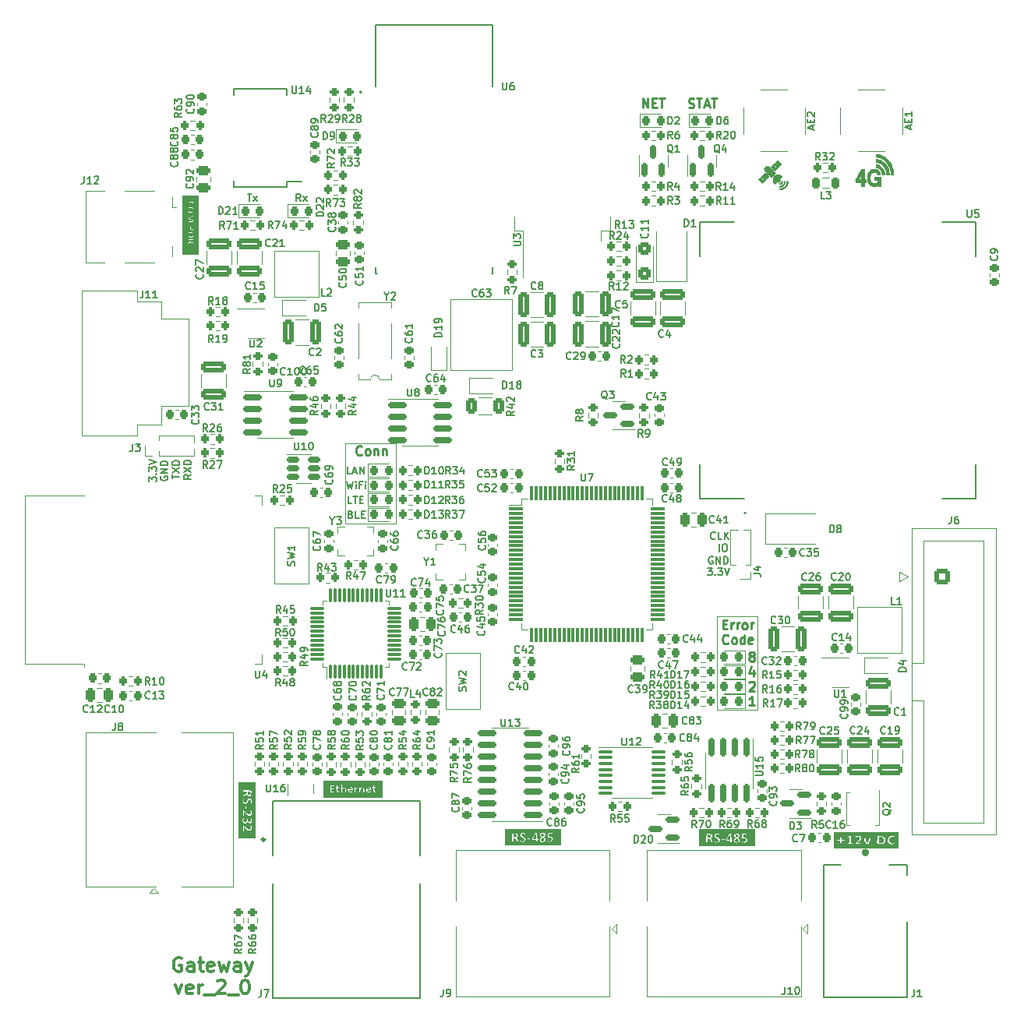
<source format=gto>
G04 #@! TF.GenerationSoftware,KiCad,Pcbnew,(6.0.0)*
G04 #@! TF.CreationDate,2022-01-13T12:23:07+04:00*
G04 #@! TF.ProjectId,Gateway_STM32_ver_2_0,47617465-7761-4795-9f53-544d33325f76,rev?*
G04 #@! TF.SameCoordinates,Original*
G04 #@! TF.FileFunction,Legend,Top*
G04 #@! TF.FilePolarity,Positive*
%FSLAX46Y46*%
G04 Gerber Fmt 4.6, Leading zero omitted, Abs format (unit mm)*
G04 Created by KiCad (PCBNEW (6.0.0)) date 2022-01-13 12:23:07*
%MOMM*%
%LPD*%
G01*
G04 APERTURE LIST*
G04 Aperture macros list*
%AMRoundRect*
0 Rectangle with rounded corners*
0 $1 Rounding radius*
0 $2 $3 $4 $5 $6 $7 $8 $9 X,Y pos of 4 corners*
0 Add a 4 corners polygon primitive as box body*
4,1,4,$2,$3,$4,$5,$6,$7,$8,$9,$2,$3,0*
0 Add four circle primitives for the rounded corners*
1,1,$1+$1,$2,$3*
1,1,$1+$1,$4,$5*
1,1,$1+$1,$6,$7*
1,1,$1+$1,$8,$9*
0 Add four rect primitives between the rounded corners*
20,1,$1+$1,$2,$3,$4,$5,0*
20,1,$1+$1,$4,$5,$6,$7,0*
20,1,$1+$1,$6,$7,$8,$9,0*
20,1,$1+$1,$8,$9,$2,$3,0*%
%AMFreePoly0*
4,1,17,1.395000,0.765000,0.855000,0.765000,0.855000,0.535000,1.395000,0.535000,1.395000,0.115000,0.855000,0.115000,0.855000,-0.115000,1.395000,-0.115000,1.395000,-0.535000,0.855000,-0.535000,0.855000,-0.765000,1.395000,-0.765000,1.395000,-1.185000,-0.855000,-1.185000,-0.855000,1.185000,1.395000,1.185000,1.395000,0.765000,1.395000,0.765000,$1*%
G04 Aperture macros list end*
%ADD10C,0.120000*%
%ADD11C,0.250000*%
%ADD12C,0.200000*%
%ADD13C,0.375000*%
%ADD14C,0.127000*%
%ADD15C,0.400000*%
%ADD16C,0.010000*%
%ADD17C,0.150000*%
%ADD18C,0.300000*%
%ADD19C,0.950000*%
%ADD20C,0.900000*%
%ADD21C,8.600000*%
%ADD22RoundRect,0.200000X-0.200000X-0.275000X0.200000X-0.275000X0.200000X0.275000X-0.200000X0.275000X0*%
%ADD23RoundRect,0.200000X-0.275000X0.200000X-0.275000X-0.200000X0.275000X-0.200000X0.275000X0.200000X0*%
%ADD24RoundRect,0.200000X0.275000X-0.200000X0.275000X0.200000X-0.275000X0.200000X-0.275000X-0.200000X0*%
%ADD25RoundRect,0.250000X-0.250000X-0.475000X0.250000X-0.475000X0.250000X0.475000X-0.250000X0.475000X0*%
%ADD26RoundRect,0.225000X-0.225000X-0.250000X0.225000X-0.250000X0.225000X0.250000X-0.225000X0.250000X0*%
%ADD27RoundRect,0.250000X-1.100000X0.325000X-1.100000X-0.325000X1.100000X-0.325000X1.100000X0.325000X0*%
%ADD28RoundRect,0.250000X-0.475000X0.250000X-0.475000X-0.250000X0.475000X-0.250000X0.475000X0.250000X0*%
%ADD29R,4.500000X1.300000*%
%ADD30R,3.900000X1.800000*%
%ADD31RoundRect,0.225000X-0.250000X0.225000X-0.250000X-0.225000X0.250000X-0.225000X0.250000X0.225000X0*%
%ADD32RoundRect,0.225000X0.225000X0.250000X-0.225000X0.250000X-0.225000X-0.250000X0.225000X-0.250000X0*%
%ADD33RoundRect,0.200000X0.200000X0.275000X-0.200000X0.275000X-0.200000X-0.275000X0.200000X-0.275000X0*%
%ADD34RoundRect,0.225000X0.250000X-0.225000X0.250000X0.225000X-0.250000X0.225000X-0.250000X-0.225000X0*%
%ADD35RoundRect,0.250000X1.100000X-0.325000X1.100000X0.325000X-1.100000X0.325000X-1.100000X-0.325000X0*%
%ADD36RoundRect,0.250000X-0.325000X-1.100000X0.325000X-1.100000X0.325000X1.100000X-0.325000X1.100000X0*%
%ADD37RoundRect,0.075000X0.075000X-0.662500X0.075000X0.662500X-0.075000X0.662500X-0.075000X-0.662500X0*%
%ADD38RoundRect,0.075000X0.662500X-0.075000X0.662500X0.075000X-0.662500X0.075000X-0.662500X-0.075000X0*%
%ADD39C,2.300000*%
%ADD40C,1.500000*%
%ADD41R,1.500000X1.500000*%
%ADD42C,3.250000*%
%ADD43R,1.000000X1.000000*%
%ADD44O,1.000000X1.000000*%
%ADD45R,1.800000X2.500000*%
%ADD46RoundRect,0.075000X-0.725000X-0.075000X0.725000X-0.075000X0.725000X0.075000X-0.725000X0.075000X0*%
%ADD47RoundRect,0.075000X-0.075000X-0.725000X0.075000X-0.725000X0.075000X0.725000X-0.075000X0.725000X0*%
%ADD48O,5.000000X2.500000*%
%ADD49O,4.500000X2.250000*%
%ADD50O,2.250000X4.500000*%
%ADD51R,1.900000X1.300000*%
%ADD52RoundRect,0.218750X-0.218750X-0.256250X0.218750X-0.256250X0.218750X0.256250X-0.218750X0.256250X0*%
%ADD53RoundRect,0.250000X0.325000X1.100000X-0.325000X1.100000X-0.325000X-1.100000X0.325000X-1.100000X0*%
%ADD54RoundRect,0.250000X-0.600000X-0.600000X0.600000X-0.600000X0.600000X0.600000X-0.600000X0.600000X0*%
%ADD55C,1.700000*%
%ADD56RoundRect,0.250000X0.250000X0.475000X-0.250000X0.475000X-0.250000X-0.475000X0.250000X-0.475000X0*%
%ADD57R,4.500000X1.800000*%
%ADD58RoundRect,0.150000X0.150000X-0.587500X0.150000X0.587500X-0.150000X0.587500X-0.150000X-0.587500X0*%
%ADD59C,2.050000*%
%ADD60C,2.250000*%
%ADD61R,1.750000X0.450000*%
%ADD62RoundRect,0.150000X0.587500X0.150000X-0.587500X0.150000X-0.587500X-0.150000X0.587500X-0.150000X0*%
%ADD63R,1.560000X0.650000*%
%ADD64RoundRect,0.150000X-0.512500X-0.150000X0.512500X-0.150000X0.512500X0.150000X-0.512500X0.150000X0*%
%ADD65C,2.000000*%
%ADD66RoundRect,0.100000X-0.637500X-0.100000X0.637500X-0.100000X0.637500X0.100000X-0.637500X0.100000X0*%
%ADD67RoundRect,0.150000X0.850000X0.150000X-0.850000X0.150000X-0.850000X-0.150000X0.850000X-0.150000X0*%
%ADD68R,0.800000X0.600000*%
%ADD69R,1.200000X1.400000*%
%ADD70R,1.100000X4.600000*%
%ADD71R,10.800000X9.400000*%
%ADD72R,1.400000X1.200000*%
%ADD73C,2.445000*%
%ADD74C,1.530000*%
%ADD75C,1.398000*%
%ADD76R,1.398000X1.398000*%
%ADD77R,1.300000X1.000000*%
%ADD78R,1.000000X1.300000*%
%ADD79RoundRect,0.250000X0.475000X-0.250000X0.475000X0.250000X-0.475000X0.250000X-0.475000X-0.250000X0*%
%ADD80RoundRect,0.218750X-0.218750X-0.381250X0.218750X-0.381250X0.218750X0.381250X-0.218750X0.381250X0*%
%ADD81RoundRect,0.250000X-0.312500X-0.625000X0.312500X-0.625000X0.312500X0.625000X-0.312500X0.625000X0*%
%ADD82RoundRect,0.218750X0.218750X0.256250X-0.218750X0.256250X-0.218750X-0.256250X0.218750X-0.256250X0*%
%ADD83R,0.600000X0.800000*%
%ADD84R,2.500000X1.800000*%
%ADD85R,0.300000X0.550000*%
%ADD86R,0.400000X0.550000*%
%ADD87RoundRect,0.150000X-0.825000X-0.150000X0.825000X-0.150000X0.825000X0.150000X-0.825000X0.150000X0*%
%ADD88R,1.700000X2.000000*%
%ADD89R,2.000000X0.500000*%
%ADD90C,1.000000*%
%ADD91FreePoly0,270.000000*%
%ADD92R,0.420000X0.700000*%
%ADD93O,1.800000X0.600000*%
%ADD94O,0.600000X1.800000*%
%ADD95RoundRect,0.150000X-0.150000X0.825000X-0.150000X-0.825000X0.150000X-0.825000X0.150000X0.825000X0*%
%ADD96RoundRect,0.250000X0.425000X-0.450000X0.425000X0.450000X-0.425000X0.450000X-0.425000X-0.450000X0*%
%ADD97R,0.900000X2.000000*%
%ADD98R,2.000000X0.900000*%
%ADD99R,5.000000X5.000000*%
G04 APERTURE END LIST*
D10*
X109100000Y-128150000D02*
X113500000Y-128150000D01*
X113500000Y-128150000D02*
X113500000Y-138300000D01*
X113500000Y-138300000D02*
X109100000Y-138300000D01*
X109100000Y-138300000D02*
X109100000Y-128150000D01*
X68700000Y-109350000D02*
X74200000Y-109350000D01*
X74200000Y-109350000D02*
X74200000Y-118050000D01*
X74200000Y-118050000D02*
X68700000Y-118050000D01*
X68700000Y-118050000D02*
X68700000Y-109350000D01*
D11*
X101030952Y-72902380D02*
X101030952Y-71902380D01*
X101602380Y-72902380D01*
X101602380Y-71902380D01*
X102078571Y-72378571D02*
X102411904Y-72378571D01*
X102554761Y-72902380D02*
X102078571Y-72902380D01*
X102078571Y-71902380D01*
X102554761Y-71902380D01*
X102840476Y-71902380D02*
X103411904Y-71902380D01*
X103126190Y-72902380D02*
X103126190Y-71902380D01*
X112804761Y-132480952D02*
X112709523Y-132433333D01*
X112661904Y-132385714D01*
X112614285Y-132290476D01*
X112614285Y-132242857D01*
X112661904Y-132147619D01*
X112709523Y-132100000D01*
X112804761Y-132052380D01*
X112995238Y-132052380D01*
X113090476Y-132100000D01*
X113138095Y-132147619D01*
X113185714Y-132242857D01*
X113185714Y-132290476D01*
X113138095Y-132385714D01*
X113090476Y-132433333D01*
X112995238Y-132480952D01*
X112804761Y-132480952D01*
X112709523Y-132528571D01*
X112661904Y-132576190D01*
X112614285Y-132671428D01*
X112614285Y-132861904D01*
X112661904Y-132957142D01*
X112709523Y-133004761D01*
X112804761Y-133052380D01*
X112995238Y-133052380D01*
X113090476Y-133004761D01*
X113138095Y-132957142D01*
X113185714Y-132861904D01*
X113185714Y-132671428D01*
X113138095Y-132576190D01*
X113090476Y-132528571D01*
X112995238Y-132480952D01*
D12*
X69321428Y-117092857D02*
X69435714Y-117130952D01*
X69473809Y-117169047D01*
X69511904Y-117245238D01*
X69511904Y-117359523D01*
X69473809Y-117435714D01*
X69435714Y-117473809D01*
X69359523Y-117511904D01*
X69054761Y-117511904D01*
X69054761Y-116711904D01*
X69321428Y-116711904D01*
X69397619Y-116750000D01*
X69435714Y-116788095D01*
X69473809Y-116864285D01*
X69473809Y-116940476D01*
X69435714Y-117016666D01*
X69397619Y-117054761D01*
X69321428Y-117092857D01*
X69054761Y-117092857D01*
X70235714Y-117511904D02*
X69854761Y-117511904D01*
X69854761Y-116711904D01*
X70502380Y-117092857D02*
X70769047Y-117092857D01*
X70883333Y-117511904D02*
X70502380Y-117511904D01*
X70502380Y-116711904D01*
X70883333Y-116711904D01*
X69335714Y-112711904D02*
X68954761Y-112711904D01*
X68954761Y-111911904D01*
X69564285Y-112483333D02*
X69945238Y-112483333D01*
X69488095Y-112711904D02*
X69754761Y-111911904D01*
X70021428Y-112711904D01*
X70288095Y-112711904D02*
X70288095Y-111911904D01*
X70745238Y-112711904D01*
X70745238Y-111911904D01*
X63873809Y-83061904D02*
X63607142Y-82680952D01*
X63416666Y-83061904D02*
X63416666Y-82261904D01*
X63721428Y-82261904D01*
X63797619Y-82300000D01*
X63835714Y-82338095D01*
X63873809Y-82414285D01*
X63873809Y-82528571D01*
X63835714Y-82604761D01*
X63797619Y-82642857D01*
X63721428Y-82680952D01*
X63416666Y-82680952D01*
X64140476Y-83061904D02*
X64559523Y-82528571D01*
X64140476Y-82528571D02*
X64559523Y-83061904D01*
X51961904Y-112783333D02*
X51580952Y-113050000D01*
X51961904Y-113240476D02*
X51161904Y-113240476D01*
X51161904Y-112935714D01*
X51200000Y-112859523D01*
X51238095Y-112821428D01*
X51314285Y-112783333D01*
X51428571Y-112783333D01*
X51504761Y-112821428D01*
X51542857Y-112859523D01*
X51580952Y-112935714D01*
X51580952Y-113240476D01*
X51161904Y-112516666D02*
X51961904Y-111983333D01*
X51161904Y-111983333D02*
X51961904Y-112516666D01*
X51961904Y-111678571D02*
X51161904Y-111678571D01*
X51161904Y-111488095D01*
X51200000Y-111373809D01*
X51276190Y-111297619D01*
X51352380Y-111259523D01*
X51504761Y-111221428D01*
X51619047Y-111221428D01*
X51771428Y-111259523D01*
X51847619Y-111297619D01*
X51923809Y-111373809D01*
X51961904Y-111488095D01*
X51961904Y-111678571D01*
D13*
X50907142Y-165342500D02*
X50764285Y-165271071D01*
X50550000Y-165271071D01*
X50335714Y-165342500D01*
X50192857Y-165485357D01*
X50121428Y-165628214D01*
X50050000Y-165913928D01*
X50050000Y-166128214D01*
X50121428Y-166413928D01*
X50192857Y-166556785D01*
X50335714Y-166699642D01*
X50550000Y-166771071D01*
X50692857Y-166771071D01*
X50907142Y-166699642D01*
X50978571Y-166628214D01*
X50978571Y-166128214D01*
X50692857Y-166128214D01*
X52264285Y-166771071D02*
X52264285Y-165985357D01*
X52192857Y-165842500D01*
X52050000Y-165771071D01*
X51764285Y-165771071D01*
X51621428Y-165842500D01*
X52264285Y-166699642D02*
X52121428Y-166771071D01*
X51764285Y-166771071D01*
X51621428Y-166699642D01*
X51550000Y-166556785D01*
X51550000Y-166413928D01*
X51621428Y-166271071D01*
X51764285Y-166199642D01*
X52121428Y-166199642D01*
X52264285Y-166128214D01*
X52764285Y-165771071D02*
X53335714Y-165771071D01*
X52978571Y-165271071D02*
X52978571Y-166556785D01*
X53050000Y-166699642D01*
X53192857Y-166771071D01*
X53335714Y-166771071D01*
X54407142Y-166699642D02*
X54264285Y-166771071D01*
X53978571Y-166771071D01*
X53835714Y-166699642D01*
X53764285Y-166556785D01*
X53764285Y-165985357D01*
X53835714Y-165842500D01*
X53978571Y-165771071D01*
X54264285Y-165771071D01*
X54407142Y-165842500D01*
X54478571Y-165985357D01*
X54478571Y-166128214D01*
X53764285Y-166271071D01*
X54978571Y-165771071D02*
X55264285Y-166771071D01*
X55550000Y-166056785D01*
X55835714Y-166771071D01*
X56121428Y-165771071D01*
X57335714Y-166771071D02*
X57335714Y-165985357D01*
X57264285Y-165842500D01*
X57121428Y-165771071D01*
X56835714Y-165771071D01*
X56692857Y-165842500D01*
X57335714Y-166699642D02*
X57192857Y-166771071D01*
X56835714Y-166771071D01*
X56692857Y-166699642D01*
X56621428Y-166556785D01*
X56621428Y-166413928D01*
X56692857Y-166271071D01*
X56835714Y-166199642D01*
X57192857Y-166199642D01*
X57335714Y-166128214D01*
X57907142Y-165771071D02*
X58264285Y-166771071D01*
X58621428Y-165771071D02*
X58264285Y-166771071D01*
X58121428Y-167128214D01*
X58050000Y-167199642D01*
X57907142Y-167271071D01*
X50264285Y-168186071D02*
X50621428Y-169186071D01*
X50978571Y-168186071D01*
X52121428Y-169114642D02*
X51978571Y-169186071D01*
X51692857Y-169186071D01*
X51550000Y-169114642D01*
X51478571Y-168971785D01*
X51478571Y-168400357D01*
X51550000Y-168257500D01*
X51692857Y-168186071D01*
X51978571Y-168186071D01*
X52121428Y-168257500D01*
X52192857Y-168400357D01*
X52192857Y-168543214D01*
X51478571Y-168686071D01*
X52835714Y-169186071D02*
X52835714Y-168186071D01*
X52835714Y-168471785D02*
X52907142Y-168328928D01*
X52978571Y-168257500D01*
X53121428Y-168186071D01*
X53264285Y-168186071D01*
X53407142Y-169328928D02*
X54550000Y-169328928D01*
X54835714Y-167828928D02*
X54907142Y-167757500D01*
X55050000Y-167686071D01*
X55407142Y-167686071D01*
X55550000Y-167757500D01*
X55621428Y-167828928D01*
X55692857Y-167971785D01*
X55692857Y-168114642D01*
X55621428Y-168328928D01*
X54764285Y-169186071D01*
X55692857Y-169186071D01*
X55978571Y-169328928D02*
X57121428Y-169328928D01*
X57764285Y-167686071D02*
X57907142Y-167686071D01*
X58050000Y-167757500D01*
X58121428Y-167828928D01*
X58192857Y-167971785D01*
X58264285Y-168257500D01*
X58264285Y-168614642D01*
X58192857Y-168900357D01*
X58121428Y-169043214D01*
X58050000Y-169114642D01*
X57907142Y-169186071D01*
X57764285Y-169186071D01*
X57621428Y-169114642D01*
X57550000Y-169043214D01*
X57478571Y-168900357D01*
X57407142Y-168614642D01*
X57407142Y-168257500D01*
X57478571Y-167971785D01*
X57550000Y-167828928D01*
X57621428Y-167757500D01*
X57764285Y-167686071D01*
D11*
X113185714Y-137852380D02*
X112614285Y-137852380D01*
X112900000Y-137852380D02*
X112900000Y-136852380D01*
X112804761Y-136995238D01*
X112709523Y-137090476D01*
X112614285Y-137138095D01*
X70502380Y-110557142D02*
X70454761Y-110604761D01*
X70311904Y-110652380D01*
X70216666Y-110652380D01*
X70073809Y-110604761D01*
X69978571Y-110509523D01*
X69930952Y-110414285D01*
X69883333Y-110223809D01*
X69883333Y-110080952D01*
X69930952Y-109890476D01*
X69978571Y-109795238D01*
X70073809Y-109700000D01*
X70216666Y-109652380D01*
X70311904Y-109652380D01*
X70454761Y-109700000D01*
X70502380Y-109747619D01*
X71073809Y-110652380D02*
X70978571Y-110604761D01*
X70930952Y-110557142D01*
X70883333Y-110461904D01*
X70883333Y-110176190D01*
X70930952Y-110080952D01*
X70978571Y-110033333D01*
X71073809Y-109985714D01*
X71216666Y-109985714D01*
X71311904Y-110033333D01*
X71359523Y-110080952D01*
X71407142Y-110176190D01*
X71407142Y-110461904D01*
X71359523Y-110557142D01*
X71311904Y-110604761D01*
X71216666Y-110652380D01*
X71073809Y-110652380D01*
X71835714Y-109985714D02*
X71835714Y-110652380D01*
X71835714Y-110080952D02*
X71883333Y-110033333D01*
X71978571Y-109985714D01*
X72121428Y-109985714D01*
X72216666Y-110033333D01*
X72264285Y-110128571D01*
X72264285Y-110652380D01*
X72740476Y-109985714D02*
X72740476Y-110652380D01*
X72740476Y-110080952D02*
X72788095Y-110033333D01*
X72883333Y-109985714D01*
X73026190Y-109985714D01*
X73121428Y-110033333D01*
X73169047Y-110128571D01*
X73169047Y-110652380D01*
D12*
X69430952Y-115911904D02*
X69050000Y-115911904D01*
X69050000Y-115111904D01*
X69583333Y-115111904D02*
X70040476Y-115111904D01*
X69811904Y-115911904D02*
X69811904Y-115111904D01*
X70307142Y-115492857D02*
X70573809Y-115492857D01*
X70688095Y-115911904D02*
X70307142Y-115911904D01*
X70307142Y-115111904D01*
X70688095Y-115111904D01*
X58097619Y-82261904D02*
X58554761Y-82261904D01*
X58326190Y-83061904D02*
X58326190Y-82261904D01*
X58745238Y-83061904D02*
X59164285Y-82528571D01*
X58745238Y-82528571D02*
X59164285Y-83061904D01*
X108069047Y-122911904D02*
X108564285Y-122911904D01*
X108297619Y-123216666D01*
X108411904Y-123216666D01*
X108488095Y-123254761D01*
X108526190Y-123292857D01*
X108564285Y-123369047D01*
X108564285Y-123559523D01*
X108526190Y-123635714D01*
X108488095Y-123673809D01*
X108411904Y-123711904D01*
X108183333Y-123711904D01*
X108107142Y-123673809D01*
X108069047Y-123635714D01*
X108907142Y-123635714D02*
X108945238Y-123673809D01*
X108907142Y-123711904D01*
X108869047Y-123673809D01*
X108907142Y-123635714D01*
X108907142Y-123711904D01*
X109211904Y-122911904D02*
X109707142Y-122911904D01*
X109440476Y-123216666D01*
X109554761Y-123216666D01*
X109630952Y-123254761D01*
X109669047Y-123292857D01*
X109707142Y-123369047D01*
X109707142Y-123559523D01*
X109669047Y-123635714D01*
X109630952Y-123673809D01*
X109554761Y-123711904D01*
X109326190Y-123711904D01*
X109250000Y-123673809D01*
X109211904Y-123635714D01*
X109935714Y-122911904D02*
X110202380Y-123711904D01*
X110469047Y-122911904D01*
D11*
X106023809Y-72854761D02*
X106166666Y-72902380D01*
X106404761Y-72902380D01*
X106500000Y-72854761D01*
X106547619Y-72807142D01*
X106595238Y-72711904D01*
X106595238Y-72616666D01*
X106547619Y-72521428D01*
X106500000Y-72473809D01*
X106404761Y-72426190D01*
X106214285Y-72378571D01*
X106119047Y-72330952D01*
X106071428Y-72283333D01*
X106023809Y-72188095D01*
X106023809Y-72092857D01*
X106071428Y-71997619D01*
X106119047Y-71950000D01*
X106214285Y-71902380D01*
X106452380Y-71902380D01*
X106595238Y-71950000D01*
X106880952Y-71902380D02*
X107452380Y-71902380D01*
X107166666Y-72902380D02*
X107166666Y-71902380D01*
X107738095Y-72616666D02*
X108214285Y-72616666D01*
X107642857Y-72902380D02*
X107976190Y-71902380D01*
X108309523Y-72902380D01*
X108500000Y-71902380D02*
X109071428Y-71902380D01*
X108785714Y-72902380D02*
X108785714Y-71902380D01*
D12*
X49911904Y-113209523D02*
X49911904Y-112752380D01*
X50711904Y-112980952D02*
X49911904Y-112980952D01*
X49911904Y-112561904D02*
X50711904Y-112028571D01*
X49911904Y-112028571D02*
X50711904Y-112561904D01*
X50711904Y-111723809D02*
X49911904Y-111723809D01*
X49911904Y-111533333D01*
X49950000Y-111419047D01*
X50026190Y-111342857D01*
X50102380Y-111304761D01*
X50254761Y-111266666D01*
X50369047Y-111266666D01*
X50521428Y-111304761D01*
X50597619Y-111342857D01*
X50673809Y-111419047D01*
X50711904Y-111533333D01*
X50711904Y-111723809D01*
X48650000Y-112959523D02*
X48611904Y-113035714D01*
X48611904Y-113150000D01*
X48650000Y-113264285D01*
X48726190Y-113340476D01*
X48802380Y-113378571D01*
X48954761Y-113416666D01*
X49069047Y-113416666D01*
X49221428Y-113378571D01*
X49297619Y-113340476D01*
X49373809Y-113264285D01*
X49411904Y-113150000D01*
X49411904Y-113073809D01*
X49373809Y-112959523D01*
X49335714Y-112921428D01*
X49069047Y-112921428D01*
X49069047Y-113073809D01*
X49411904Y-112578571D02*
X48611904Y-112578571D01*
X49411904Y-112121428D01*
X48611904Y-112121428D01*
X49411904Y-111740476D02*
X48611904Y-111740476D01*
X48611904Y-111550000D01*
X48650000Y-111435714D01*
X48726190Y-111359523D01*
X48802380Y-111321428D01*
X48954761Y-111283333D01*
X49069047Y-111283333D01*
X49221428Y-111321428D01*
X49297619Y-111359523D01*
X49373809Y-111435714D01*
X49411904Y-111550000D01*
X49411904Y-111740476D01*
X108923809Y-119735714D02*
X108885714Y-119773809D01*
X108771428Y-119811904D01*
X108695238Y-119811904D01*
X108580952Y-119773809D01*
X108504761Y-119697619D01*
X108466666Y-119621428D01*
X108428571Y-119469047D01*
X108428571Y-119354761D01*
X108466666Y-119202380D01*
X108504761Y-119126190D01*
X108580952Y-119050000D01*
X108695238Y-119011904D01*
X108771428Y-119011904D01*
X108885714Y-119050000D01*
X108923809Y-119088095D01*
X109647619Y-119811904D02*
X109266666Y-119811904D01*
X109266666Y-119011904D01*
X109914285Y-119811904D02*
X109914285Y-119011904D01*
X110371428Y-119811904D02*
X110028571Y-119354761D01*
X110371428Y-119011904D02*
X109914285Y-119469047D01*
X109330952Y-121111904D02*
X109330952Y-120311904D01*
X109864285Y-120311904D02*
X110016666Y-120311904D01*
X110092857Y-120350000D01*
X110169047Y-120426190D01*
X110207142Y-120578571D01*
X110207142Y-120845238D01*
X110169047Y-120997619D01*
X110092857Y-121073809D01*
X110016666Y-121111904D01*
X109864285Y-121111904D01*
X109788095Y-121073809D01*
X109711904Y-120997619D01*
X109673809Y-120845238D01*
X109673809Y-120578571D01*
X109711904Y-120426190D01*
X109788095Y-120350000D01*
X109864285Y-120311904D01*
X68883333Y-113511904D02*
X69073809Y-114311904D01*
X69226190Y-113740476D01*
X69378571Y-114311904D01*
X69569047Y-113511904D01*
X69873809Y-114311904D02*
X69873809Y-113778571D01*
X69873809Y-113511904D02*
X69835714Y-113550000D01*
X69873809Y-113588095D01*
X69911904Y-113550000D01*
X69873809Y-113511904D01*
X69873809Y-113588095D01*
X70521428Y-113892857D02*
X70254761Y-113892857D01*
X70254761Y-114311904D02*
X70254761Y-113511904D01*
X70635714Y-113511904D01*
X70940476Y-114311904D02*
X70940476Y-113778571D01*
X70940476Y-113511904D02*
X70902380Y-113550000D01*
X70940476Y-113588095D01*
X70978571Y-113550000D01*
X70940476Y-113511904D01*
X70940476Y-113588095D01*
D11*
X113090476Y-133985714D02*
X113090476Y-134652380D01*
X112852380Y-133604761D02*
X112614285Y-134319047D01*
X113233333Y-134319047D01*
X109754761Y-129023571D02*
X110088095Y-129023571D01*
X110230952Y-129547380D02*
X109754761Y-129547380D01*
X109754761Y-128547380D01*
X110230952Y-128547380D01*
X110659523Y-129547380D02*
X110659523Y-128880714D01*
X110659523Y-129071190D02*
X110707142Y-128975952D01*
X110754761Y-128928333D01*
X110850000Y-128880714D01*
X110945238Y-128880714D01*
X111278571Y-129547380D02*
X111278571Y-128880714D01*
X111278571Y-129071190D02*
X111326190Y-128975952D01*
X111373809Y-128928333D01*
X111469047Y-128880714D01*
X111564285Y-128880714D01*
X112040476Y-129547380D02*
X111945238Y-129499761D01*
X111897619Y-129452142D01*
X111850000Y-129356904D01*
X111850000Y-129071190D01*
X111897619Y-128975952D01*
X111945238Y-128928333D01*
X112040476Y-128880714D01*
X112183333Y-128880714D01*
X112278571Y-128928333D01*
X112326190Y-128975952D01*
X112373809Y-129071190D01*
X112373809Y-129356904D01*
X112326190Y-129452142D01*
X112278571Y-129499761D01*
X112183333Y-129547380D01*
X112040476Y-129547380D01*
X112802380Y-129547380D02*
X112802380Y-128880714D01*
X112802380Y-129071190D02*
X112850000Y-128975952D01*
X112897619Y-128928333D01*
X112992857Y-128880714D01*
X113088095Y-128880714D01*
X110326190Y-131062142D02*
X110278571Y-131109761D01*
X110135714Y-131157380D01*
X110040476Y-131157380D01*
X109897619Y-131109761D01*
X109802380Y-131014523D01*
X109754761Y-130919285D01*
X109707142Y-130728809D01*
X109707142Y-130585952D01*
X109754761Y-130395476D01*
X109802380Y-130300238D01*
X109897619Y-130205000D01*
X110040476Y-130157380D01*
X110135714Y-130157380D01*
X110278571Y-130205000D01*
X110326190Y-130252619D01*
X110897619Y-131157380D02*
X110802380Y-131109761D01*
X110754761Y-131062142D01*
X110707142Y-130966904D01*
X110707142Y-130681190D01*
X110754761Y-130585952D01*
X110802380Y-130538333D01*
X110897619Y-130490714D01*
X111040476Y-130490714D01*
X111135714Y-130538333D01*
X111183333Y-130585952D01*
X111230952Y-130681190D01*
X111230952Y-130966904D01*
X111183333Y-131062142D01*
X111135714Y-131109761D01*
X111040476Y-131157380D01*
X110897619Y-131157380D01*
X112088095Y-131157380D02*
X112088095Y-130157380D01*
X112088095Y-131109761D02*
X111992857Y-131157380D01*
X111802380Y-131157380D01*
X111707142Y-131109761D01*
X111659523Y-131062142D01*
X111611904Y-130966904D01*
X111611904Y-130681190D01*
X111659523Y-130585952D01*
X111707142Y-130538333D01*
X111802380Y-130490714D01*
X111992857Y-130490714D01*
X112088095Y-130538333D01*
X112945238Y-131109761D02*
X112850000Y-131157380D01*
X112659523Y-131157380D01*
X112564285Y-131109761D01*
X112516666Y-131014523D01*
X112516666Y-130633571D01*
X112564285Y-130538333D01*
X112659523Y-130490714D01*
X112850000Y-130490714D01*
X112945238Y-130538333D01*
X112992857Y-130633571D01*
X112992857Y-130728809D01*
X112516666Y-130824047D01*
D12*
X108640476Y-121700000D02*
X108564285Y-121661904D01*
X108450000Y-121661904D01*
X108335714Y-121700000D01*
X108259523Y-121776190D01*
X108221428Y-121852380D01*
X108183333Y-122004761D01*
X108183333Y-122119047D01*
X108221428Y-122271428D01*
X108259523Y-122347619D01*
X108335714Y-122423809D01*
X108450000Y-122461904D01*
X108526190Y-122461904D01*
X108640476Y-122423809D01*
X108678571Y-122385714D01*
X108678571Y-122119047D01*
X108526190Y-122119047D01*
X109021428Y-122461904D02*
X109021428Y-121661904D01*
X109478571Y-122461904D01*
X109478571Y-121661904D01*
X109859523Y-122461904D02*
X109859523Y-121661904D01*
X110050000Y-121661904D01*
X110164285Y-121700000D01*
X110240476Y-121776190D01*
X110278571Y-121852380D01*
X110316666Y-122004761D01*
X110316666Y-122119047D01*
X110278571Y-122271428D01*
X110240476Y-122347619D01*
X110164285Y-122423809D01*
X110050000Y-122461904D01*
X109859523Y-122461904D01*
D11*
X112614285Y-135347619D02*
X112661904Y-135300000D01*
X112757142Y-135252380D01*
X112995238Y-135252380D01*
X113090476Y-135300000D01*
X113138095Y-135347619D01*
X113185714Y-135442857D01*
X113185714Y-135538095D01*
X113138095Y-135680952D01*
X112566666Y-136252380D01*
X113185714Y-136252380D01*
D12*
X47411904Y-113530952D02*
X47411904Y-113035714D01*
X47716666Y-113302380D01*
X47716666Y-113188095D01*
X47754761Y-113111904D01*
X47792857Y-113073809D01*
X47869047Y-113035714D01*
X48059523Y-113035714D01*
X48135714Y-113073809D01*
X48173809Y-113111904D01*
X48211904Y-113188095D01*
X48211904Y-113416666D01*
X48173809Y-113492857D01*
X48135714Y-113530952D01*
X48135714Y-112692857D02*
X48173809Y-112654761D01*
X48211904Y-112692857D01*
X48173809Y-112730952D01*
X48135714Y-112692857D01*
X48211904Y-112692857D01*
X47411904Y-112388095D02*
X47411904Y-111892857D01*
X47716666Y-112159523D01*
X47716666Y-112045238D01*
X47754761Y-111969047D01*
X47792857Y-111930952D01*
X47869047Y-111892857D01*
X48059523Y-111892857D01*
X48135714Y-111930952D01*
X48173809Y-111969047D01*
X48211904Y-112045238D01*
X48211904Y-112273809D01*
X48173809Y-112350000D01*
X48135714Y-112388095D01*
X47411904Y-111664285D02*
X48211904Y-111397619D01*
X47411904Y-111130952D01*
X109535714Y-76261904D02*
X109269047Y-75880952D01*
X109078571Y-76261904D02*
X109078571Y-75461904D01*
X109383333Y-75461904D01*
X109459523Y-75500000D01*
X109497619Y-75538095D01*
X109535714Y-75614285D01*
X109535714Y-75728571D01*
X109497619Y-75804761D01*
X109459523Y-75842857D01*
X109383333Y-75880952D01*
X109078571Y-75880952D01*
X109840476Y-75538095D02*
X109878571Y-75500000D01*
X109954761Y-75461904D01*
X110145238Y-75461904D01*
X110221428Y-75500000D01*
X110259523Y-75538095D01*
X110297619Y-75614285D01*
X110297619Y-75690476D01*
X110259523Y-75804761D01*
X109802380Y-76261904D01*
X110297619Y-76261904D01*
X110792857Y-75461904D02*
X110869047Y-75461904D01*
X110945238Y-75500000D01*
X110983333Y-75538095D01*
X111021428Y-75614285D01*
X111059523Y-75766666D01*
X111059523Y-75957142D01*
X111021428Y-76109523D01*
X110983333Y-76185714D01*
X110945238Y-76223809D01*
X110869047Y-76261904D01*
X110792857Y-76261904D01*
X110716666Y-76223809D01*
X110678571Y-76185714D01*
X110640476Y-76109523D01*
X110602380Y-75957142D01*
X110602380Y-75766666D01*
X110640476Y-75614285D01*
X110678571Y-75538095D01*
X110716666Y-75500000D01*
X110792857Y-75461904D01*
X106411904Y-144514285D02*
X106030952Y-144780952D01*
X106411904Y-144971428D02*
X105611904Y-144971428D01*
X105611904Y-144666666D01*
X105650000Y-144590476D01*
X105688095Y-144552380D01*
X105764285Y-144514285D01*
X105878571Y-144514285D01*
X105954761Y-144552380D01*
X105992857Y-144590476D01*
X106030952Y-144666666D01*
X106030952Y-144971428D01*
X105611904Y-143790476D02*
X105611904Y-144171428D01*
X105992857Y-144209523D01*
X105954761Y-144171428D01*
X105916666Y-144095238D01*
X105916666Y-143904761D01*
X105954761Y-143828571D01*
X105992857Y-143790476D01*
X106069047Y-143752380D01*
X106259523Y-143752380D01*
X106335714Y-143790476D01*
X106373809Y-143828571D01*
X106411904Y-143904761D01*
X106411904Y-144095238D01*
X106373809Y-144171428D01*
X106335714Y-144209523D01*
X105611904Y-143066666D02*
X105611904Y-143219047D01*
X105650000Y-143295238D01*
X105688095Y-143333333D01*
X105802380Y-143409523D01*
X105954761Y-143447619D01*
X106259523Y-143447619D01*
X106335714Y-143409523D01*
X106373809Y-143371428D01*
X106411904Y-143295238D01*
X106411904Y-143142857D01*
X106373809Y-143066666D01*
X106335714Y-143028571D01*
X106259523Y-142990476D01*
X106069047Y-142990476D01*
X105992857Y-143028571D01*
X105954761Y-143066666D01*
X105916666Y-143142857D01*
X105916666Y-143295238D01*
X105954761Y-143371428D01*
X105992857Y-143409523D01*
X106069047Y-143447619D01*
X59786904Y-142139285D02*
X59405952Y-142405952D01*
X59786904Y-142596428D02*
X58986904Y-142596428D01*
X58986904Y-142291666D01*
X59025000Y-142215476D01*
X59063095Y-142177380D01*
X59139285Y-142139285D01*
X59253571Y-142139285D01*
X59329761Y-142177380D01*
X59367857Y-142215476D01*
X59405952Y-142291666D01*
X59405952Y-142596428D01*
X58986904Y-141415476D02*
X58986904Y-141796428D01*
X59367857Y-141834523D01*
X59329761Y-141796428D01*
X59291666Y-141720238D01*
X59291666Y-141529761D01*
X59329761Y-141453571D01*
X59367857Y-141415476D01*
X59444047Y-141377380D01*
X59634523Y-141377380D01*
X59710714Y-141415476D01*
X59748809Y-141453571D01*
X59786904Y-141529761D01*
X59786904Y-141720238D01*
X59748809Y-141796428D01*
X59710714Y-141834523D01*
X59786904Y-140615476D02*
X59786904Y-141072619D01*
X59786904Y-140844047D02*
X58986904Y-140844047D01*
X59101190Y-140920238D01*
X59177380Y-140996428D01*
X59215476Y-141072619D01*
X61336904Y-142139285D02*
X60955952Y-142405952D01*
X61336904Y-142596428D02*
X60536904Y-142596428D01*
X60536904Y-142291666D01*
X60575000Y-142215476D01*
X60613095Y-142177380D01*
X60689285Y-142139285D01*
X60803571Y-142139285D01*
X60879761Y-142177380D01*
X60917857Y-142215476D01*
X60955952Y-142291666D01*
X60955952Y-142596428D01*
X60536904Y-141415476D02*
X60536904Y-141796428D01*
X60917857Y-141834523D01*
X60879761Y-141796428D01*
X60841666Y-141720238D01*
X60841666Y-141529761D01*
X60879761Y-141453571D01*
X60917857Y-141415476D01*
X60994047Y-141377380D01*
X61184523Y-141377380D01*
X61260714Y-141415476D01*
X61298809Y-141453571D01*
X61336904Y-141529761D01*
X61336904Y-141720238D01*
X61298809Y-141796428D01*
X61260714Y-141834523D01*
X60536904Y-141110714D02*
X60536904Y-140577380D01*
X61336904Y-140920238D01*
X79485714Y-129814285D02*
X79523809Y-129852380D01*
X79561904Y-129966666D01*
X79561904Y-130042857D01*
X79523809Y-130157142D01*
X79447619Y-130233333D01*
X79371428Y-130271428D01*
X79219047Y-130309523D01*
X79104761Y-130309523D01*
X78952380Y-130271428D01*
X78876190Y-130233333D01*
X78800000Y-130157142D01*
X78761904Y-130042857D01*
X78761904Y-129966666D01*
X78800000Y-129852380D01*
X78838095Y-129814285D01*
X78761904Y-129547619D02*
X78761904Y-129014285D01*
X79561904Y-129357142D01*
X78761904Y-128366666D02*
X78761904Y-128519047D01*
X78800000Y-128595238D01*
X78838095Y-128633333D01*
X78952380Y-128709523D01*
X79104761Y-128747619D01*
X79409523Y-128747619D01*
X79485714Y-128709523D01*
X79523809Y-128671428D01*
X79561904Y-128595238D01*
X79561904Y-128442857D01*
X79523809Y-128366666D01*
X79485714Y-128328571D01*
X79409523Y-128290476D01*
X79219047Y-128290476D01*
X79142857Y-128328571D01*
X79104761Y-128366666D01*
X79066666Y-128442857D01*
X79066666Y-128595238D01*
X79104761Y-128671428D01*
X79142857Y-128709523D01*
X79219047Y-128747619D01*
X50435714Y-78789285D02*
X50473809Y-78827380D01*
X50511904Y-78941666D01*
X50511904Y-79017857D01*
X50473809Y-79132142D01*
X50397619Y-79208333D01*
X50321428Y-79246428D01*
X50169047Y-79284523D01*
X50054761Y-79284523D01*
X49902380Y-79246428D01*
X49826190Y-79208333D01*
X49750000Y-79132142D01*
X49711904Y-79017857D01*
X49711904Y-78941666D01*
X49750000Y-78827380D01*
X49788095Y-78789285D01*
X50054761Y-78332142D02*
X50016666Y-78408333D01*
X49978571Y-78446428D01*
X49902380Y-78484523D01*
X49864285Y-78484523D01*
X49788095Y-78446428D01*
X49750000Y-78408333D01*
X49711904Y-78332142D01*
X49711904Y-78179761D01*
X49750000Y-78103571D01*
X49788095Y-78065476D01*
X49864285Y-78027380D01*
X49902380Y-78027380D01*
X49978571Y-78065476D01*
X50016666Y-78103571D01*
X50054761Y-78179761D01*
X50054761Y-78332142D01*
X50092857Y-78408333D01*
X50130952Y-78446428D01*
X50207142Y-78484523D01*
X50359523Y-78484523D01*
X50435714Y-78446428D01*
X50473809Y-78408333D01*
X50511904Y-78332142D01*
X50511904Y-78179761D01*
X50473809Y-78103571D01*
X50435714Y-78065476D01*
X50359523Y-78027380D01*
X50207142Y-78027380D01*
X50130952Y-78065476D01*
X50092857Y-78103571D01*
X50054761Y-78179761D01*
X50054761Y-77570238D02*
X50016666Y-77646428D01*
X49978571Y-77684523D01*
X49902380Y-77722619D01*
X49864285Y-77722619D01*
X49788095Y-77684523D01*
X49750000Y-77646428D01*
X49711904Y-77570238D01*
X49711904Y-77417857D01*
X49750000Y-77341666D01*
X49788095Y-77303571D01*
X49864285Y-77265476D01*
X49902380Y-77265476D01*
X49978571Y-77303571D01*
X50016666Y-77341666D01*
X50054761Y-77417857D01*
X50054761Y-77570238D01*
X50092857Y-77646428D01*
X50130952Y-77684523D01*
X50207142Y-77722619D01*
X50359523Y-77722619D01*
X50435714Y-77684523D01*
X50473809Y-77646428D01*
X50511904Y-77570238D01*
X50511904Y-77417857D01*
X50473809Y-77341666D01*
X50435714Y-77303571D01*
X50359523Y-77265476D01*
X50207142Y-77265476D01*
X50130952Y-77303571D01*
X50092857Y-77341666D01*
X50054761Y-77417857D01*
X127385714Y-140860714D02*
X127347619Y-140898809D01*
X127233333Y-140936904D01*
X127157142Y-140936904D01*
X127042857Y-140898809D01*
X126966666Y-140822619D01*
X126928571Y-140746428D01*
X126890476Y-140594047D01*
X126890476Y-140479761D01*
X126928571Y-140327380D01*
X126966666Y-140251190D01*
X127042857Y-140175000D01*
X127157142Y-140136904D01*
X127233333Y-140136904D01*
X127347619Y-140175000D01*
X127385714Y-140213095D01*
X128147619Y-140936904D02*
X127690476Y-140936904D01*
X127919047Y-140936904D02*
X127919047Y-140136904D01*
X127842857Y-140251190D01*
X127766666Y-140327380D01*
X127690476Y-140365476D01*
X128528571Y-140936904D02*
X128680952Y-140936904D01*
X128757142Y-140898809D01*
X128795238Y-140860714D01*
X128871428Y-140746428D01*
X128909523Y-140594047D01*
X128909523Y-140289285D01*
X128871428Y-140213095D01*
X128833333Y-140175000D01*
X128757142Y-140136904D01*
X128604761Y-140136904D01*
X128528571Y-140175000D01*
X128490476Y-140213095D01*
X128452380Y-140289285D01*
X128452380Y-140479761D01*
X128490476Y-140555952D01*
X128528571Y-140594047D01*
X128604761Y-140632142D01*
X128757142Y-140632142D01*
X128833333Y-140594047D01*
X128871428Y-140555952D01*
X128909523Y-140479761D01*
X68760714Y-91914285D02*
X68798809Y-91952380D01*
X68836904Y-92066666D01*
X68836904Y-92142857D01*
X68798809Y-92257142D01*
X68722619Y-92333333D01*
X68646428Y-92371428D01*
X68494047Y-92409523D01*
X68379761Y-92409523D01*
X68227380Y-92371428D01*
X68151190Y-92333333D01*
X68075000Y-92257142D01*
X68036904Y-92142857D01*
X68036904Y-92066666D01*
X68075000Y-91952380D01*
X68113095Y-91914285D01*
X68036904Y-91190476D02*
X68036904Y-91571428D01*
X68417857Y-91609523D01*
X68379761Y-91571428D01*
X68341666Y-91495238D01*
X68341666Y-91304761D01*
X68379761Y-91228571D01*
X68417857Y-91190476D01*
X68494047Y-91152380D01*
X68684523Y-91152380D01*
X68760714Y-91190476D01*
X68798809Y-91228571D01*
X68836904Y-91304761D01*
X68836904Y-91495238D01*
X68798809Y-91571428D01*
X68760714Y-91609523D01*
X68036904Y-90657142D02*
X68036904Y-90580952D01*
X68075000Y-90504761D01*
X68113095Y-90466666D01*
X68189285Y-90428571D01*
X68341666Y-90390476D01*
X68532142Y-90390476D01*
X68684523Y-90428571D01*
X68760714Y-90466666D01*
X68798809Y-90504761D01*
X68836904Y-90580952D01*
X68836904Y-90657142D01*
X68798809Y-90733333D01*
X68760714Y-90771428D01*
X68684523Y-90809523D01*
X68532142Y-90847619D01*
X68341666Y-90847619D01*
X68189285Y-90809523D01*
X68113095Y-90771428D01*
X68075000Y-90733333D01*
X68036904Y-90657142D01*
X70669196Y-142164285D02*
X70288244Y-142430952D01*
X70669196Y-142621428D02*
X69869196Y-142621428D01*
X69869196Y-142316666D01*
X69907292Y-142240476D01*
X69945387Y-142202380D01*
X70021577Y-142164285D01*
X70135863Y-142164285D01*
X70212053Y-142202380D01*
X70250149Y-142240476D01*
X70288244Y-142316666D01*
X70288244Y-142621428D01*
X69869196Y-141440476D02*
X69869196Y-141821428D01*
X70250149Y-141859523D01*
X70212053Y-141821428D01*
X70173958Y-141745238D01*
X70173958Y-141554761D01*
X70212053Y-141478571D01*
X70250149Y-141440476D01*
X70326339Y-141402380D01*
X70516815Y-141402380D01*
X70593006Y-141440476D01*
X70631101Y-141478571D01*
X70669196Y-141554761D01*
X70669196Y-141745238D01*
X70631101Y-141821428D01*
X70593006Y-141859523D01*
X69869196Y-141135714D02*
X69869196Y-140640476D01*
X70173958Y-140907142D01*
X70173958Y-140792857D01*
X70212053Y-140716666D01*
X70250149Y-140678571D01*
X70326339Y-140640476D01*
X70516815Y-140640476D01*
X70593006Y-140678571D01*
X70631101Y-140716666D01*
X70669196Y-140792857D01*
X70669196Y-141021428D01*
X70631101Y-141097619D01*
X70593006Y-141135714D01*
X46727380Y-92761904D02*
X46727380Y-93333333D01*
X46689285Y-93447619D01*
X46613095Y-93523809D01*
X46498809Y-93561904D01*
X46422619Y-93561904D01*
X47527380Y-93561904D02*
X47070238Y-93561904D01*
X47298809Y-93561904D02*
X47298809Y-92761904D01*
X47222619Y-92876190D01*
X47146428Y-92952380D01*
X47070238Y-92990476D01*
X48289285Y-93561904D02*
X47832142Y-93561904D01*
X48060714Y-93561904D02*
X48060714Y-92761904D01*
X47984523Y-92876190D01*
X47908333Y-92952380D01*
X47832142Y-92990476D01*
X94610714Y-149014285D02*
X94648809Y-149052380D01*
X94686904Y-149166666D01*
X94686904Y-149242857D01*
X94648809Y-149357142D01*
X94572619Y-149433333D01*
X94496428Y-149471428D01*
X94344047Y-149509523D01*
X94229761Y-149509523D01*
X94077380Y-149471428D01*
X94001190Y-149433333D01*
X93925000Y-149357142D01*
X93886904Y-149242857D01*
X93886904Y-149166666D01*
X93925000Y-149052380D01*
X93963095Y-149014285D01*
X94686904Y-148633333D02*
X94686904Y-148480952D01*
X94648809Y-148404761D01*
X94610714Y-148366666D01*
X94496428Y-148290476D01*
X94344047Y-148252380D01*
X94039285Y-148252380D01*
X93963095Y-148290476D01*
X93925000Y-148328571D01*
X93886904Y-148404761D01*
X93886904Y-148557142D01*
X93925000Y-148633333D01*
X93963095Y-148671428D01*
X94039285Y-148709523D01*
X94229761Y-148709523D01*
X94305952Y-148671428D01*
X94344047Y-148633333D01*
X94382142Y-148557142D01*
X94382142Y-148404761D01*
X94344047Y-148328571D01*
X94305952Y-148290476D01*
X94229761Y-148252380D01*
X93886904Y-147528571D02*
X93886904Y-147909523D01*
X94267857Y-147947619D01*
X94229761Y-147909523D01*
X94191666Y-147833333D01*
X94191666Y-147642857D01*
X94229761Y-147566666D01*
X94267857Y-147528571D01*
X94344047Y-147490476D01*
X94534523Y-147490476D01*
X94610714Y-147528571D01*
X94648809Y-147566666D01*
X94686904Y-147642857D01*
X94686904Y-147833333D01*
X94648809Y-147909523D01*
X94610714Y-147947619D01*
X93260714Y-100160714D02*
X93222619Y-100198809D01*
X93108333Y-100236904D01*
X93032142Y-100236904D01*
X92917857Y-100198809D01*
X92841666Y-100122619D01*
X92803571Y-100046428D01*
X92765476Y-99894047D01*
X92765476Y-99779761D01*
X92803571Y-99627380D01*
X92841666Y-99551190D01*
X92917857Y-99475000D01*
X93032142Y-99436904D01*
X93108333Y-99436904D01*
X93222619Y-99475000D01*
X93260714Y-99513095D01*
X93565476Y-99513095D02*
X93603571Y-99475000D01*
X93679761Y-99436904D01*
X93870238Y-99436904D01*
X93946428Y-99475000D01*
X93984523Y-99513095D01*
X94022619Y-99589285D01*
X94022619Y-99665476D01*
X93984523Y-99779761D01*
X93527380Y-100236904D01*
X94022619Y-100236904D01*
X94403571Y-100236904D02*
X94555952Y-100236904D01*
X94632142Y-100198809D01*
X94670238Y-100160714D01*
X94746428Y-100046428D01*
X94784523Y-99894047D01*
X94784523Y-99589285D01*
X94746428Y-99513095D01*
X94708333Y-99475000D01*
X94632142Y-99436904D01*
X94479761Y-99436904D01*
X94403571Y-99475000D01*
X94365476Y-99513095D01*
X94327380Y-99589285D01*
X94327380Y-99779761D01*
X94365476Y-99855952D01*
X94403571Y-99894047D01*
X94479761Y-99932142D01*
X94632142Y-99932142D01*
X94708333Y-99894047D01*
X94746428Y-99855952D01*
X94784523Y-99779761D01*
X61660714Y-130291904D02*
X61394047Y-129910952D01*
X61203571Y-130291904D02*
X61203571Y-129491904D01*
X61508333Y-129491904D01*
X61584523Y-129530000D01*
X61622619Y-129568095D01*
X61660714Y-129644285D01*
X61660714Y-129758571D01*
X61622619Y-129834761D01*
X61584523Y-129872857D01*
X61508333Y-129910952D01*
X61203571Y-129910952D01*
X62384523Y-129491904D02*
X62003571Y-129491904D01*
X61965476Y-129872857D01*
X62003571Y-129834761D01*
X62079761Y-129796666D01*
X62270238Y-129796666D01*
X62346428Y-129834761D01*
X62384523Y-129872857D01*
X62422619Y-129949047D01*
X62422619Y-130139523D01*
X62384523Y-130215714D01*
X62346428Y-130253809D01*
X62270238Y-130291904D01*
X62079761Y-130291904D01*
X62003571Y-130253809D01*
X61965476Y-130215714D01*
X62917857Y-129491904D02*
X62994047Y-129491904D01*
X63070238Y-129530000D01*
X63108333Y-129568095D01*
X63146428Y-129644285D01*
X63184523Y-129796666D01*
X63184523Y-129987142D01*
X63146428Y-130139523D01*
X63108333Y-130215714D01*
X63070238Y-130253809D01*
X62994047Y-130291904D01*
X62917857Y-130291904D01*
X62841666Y-130253809D01*
X62803571Y-130215714D01*
X62765476Y-130139523D01*
X62727380Y-129987142D01*
X62727380Y-129796666D01*
X62765476Y-129644285D01*
X62803571Y-129568095D01*
X62841666Y-129530000D01*
X62917857Y-129491904D01*
X87635714Y-132085714D02*
X87597619Y-132123809D01*
X87483333Y-132161904D01*
X87407142Y-132161904D01*
X87292857Y-132123809D01*
X87216666Y-132047619D01*
X87178571Y-131971428D01*
X87140476Y-131819047D01*
X87140476Y-131704761D01*
X87178571Y-131552380D01*
X87216666Y-131476190D01*
X87292857Y-131400000D01*
X87407142Y-131361904D01*
X87483333Y-131361904D01*
X87597619Y-131400000D01*
X87635714Y-131438095D01*
X88321428Y-131628571D02*
X88321428Y-132161904D01*
X88130952Y-131323809D02*
X87940476Y-131895238D01*
X88435714Y-131895238D01*
X88702380Y-131438095D02*
X88740476Y-131400000D01*
X88816666Y-131361904D01*
X89007142Y-131361904D01*
X89083333Y-131400000D01*
X89121428Y-131438095D01*
X89159523Y-131514285D01*
X89159523Y-131590476D01*
X89121428Y-131704761D01*
X88664285Y-132161904D01*
X89159523Y-132161904D01*
X82160714Y-125460714D02*
X82122619Y-125498809D01*
X82008333Y-125536904D01*
X81932142Y-125536904D01*
X81817857Y-125498809D01*
X81741666Y-125422619D01*
X81703571Y-125346428D01*
X81665476Y-125194047D01*
X81665476Y-125079761D01*
X81703571Y-124927380D01*
X81741666Y-124851190D01*
X81817857Y-124775000D01*
X81932142Y-124736904D01*
X82008333Y-124736904D01*
X82122619Y-124775000D01*
X82160714Y-124813095D01*
X82427380Y-124736904D02*
X82922619Y-124736904D01*
X82655952Y-125041666D01*
X82770238Y-125041666D01*
X82846428Y-125079761D01*
X82884523Y-125117857D01*
X82922619Y-125194047D01*
X82922619Y-125384523D01*
X82884523Y-125460714D01*
X82846428Y-125498809D01*
X82770238Y-125536904D01*
X82541666Y-125536904D01*
X82465476Y-125498809D01*
X82427380Y-125460714D01*
X83189285Y-124736904D02*
X83722619Y-124736904D01*
X83379761Y-125536904D01*
X97935714Y-87161904D02*
X97669047Y-86780952D01*
X97478571Y-87161904D02*
X97478571Y-86361904D01*
X97783333Y-86361904D01*
X97859523Y-86400000D01*
X97897619Y-86438095D01*
X97935714Y-86514285D01*
X97935714Y-86628571D01*
X97897619Y-86704761D01*
X97859523Y-86742857D01*
X97783333Y-86780952D01*
X97478571Y-86780952D01*
X98240476Y-86438095D02*
X98278571Y-86400000D01*
X98354761Y-86361904D01*
X98545238Y-86361904D01*
X98621428Y-86400000D01*
X98659523Y-86438095D01*
X98697619Y-86514285D01*
X98697619Y-86590476D01*
X98659523Y-86704761D01*
X98202380Y-87161904D01*
X98697619Y-87161904D01*
X99383333Y-86628571D02*
X99383333Y-87161904D01*
X99192857Y-86323809D02*
X99002380Y-86895238D01*
X99497619Y-86895238D01*
X58411904Y-101264285D02*
X58030952Y-101530952D01*
X58411904Y-101721428D02*
X57611904Y-101721428D01*
X57611904Y-101416666D01*
X57650000Y-101340476D01*
X57688095Y-101302380D01*
X57764285Y-101264285D01*
X57878571Y-101264285D01*
X57954761Y-101302380D01*
X57992857Y-101340476D01*
X58030952Y-101416666D01*
X58030952Y-101721428D01*
X57954761Y-100807142D02*
X57916666Y-100883333D01*
X57878571Y-100921428D01*
X57802380Y-100959523D01*
X57764285Y-100959523D01*
X57688095Y-100921428D01*
X57650000Y-100883333D01*
X57611904Y-100807142D01*
X57611904Y-100654761D01*
X57650000Y-100578571D01*
X57688095Y-100540476D01*
X57764285Y-100502380D01*
X57802380Y-100502380D01*
X57878571Y-100540476D01*
X57916666Y-100578571D01*
X57954761Y-100654761D01*
X57954761Y-100807142D01*
X57992857Y-100883333D01*
X58030952Y-100921428D01*
X58107142Y-100959523D01*
X58259523Y-100959523D01*
X58335714Y-100921428D01*
X58373809Y-100883333D01*
X58411904Y-100807142D01*
X58411904Y-100654761D01*
X58373809Y-100578571D01*
X58335714Y-100540476D01*
X58259523Y-100502380D01*
X58107142Y-100502380D01*
X58030952Y-100540476D01*
X57992857Y-100578571D01*
X57954761Y-100654761D01*
X58411904Y-99740476D02*
X58411904Y-100197619D01*
X58411904Y-99969047D02*
X57611904Y-99969047D01*
X57726190Y-100045238D01*
X57802380Y-100121428D01*
X57840476Y-100197619D01*
X74385714Y-120494285D02*
X74423809Y-120532380D01*
X74461904Y-120646666D01*
X74461904Y-120722857D01*
X74423809Y-120837142D01*
X74347619Y-120913333D01*
X74271428Y-120951428D01*
X74119047Y-120989523D01*
X74004761Y-120989523D01*
X73852380Y-120951428D01*
X73776190Y-120913333D01*
X73700000Y-120837142D01*
X73661904Y-120722857D01*
X73661904Y-120646666D01*
X73700000Y-120532380D01*
X73738095Y-120494285D01*
X73661904Y-119808571D02*
X73661904Y-119960952D01*
X73700000Y-120037142D01*
X73738095Y-120075238D01*
X73852380Y-120151428D01*
X74004761Y-120189523D01*
X74309523Y-120189523D01*
X74385714Y-120151428D01*
X74423809Y-120113333D01*
X74461904Y-120037142D01*
X74461904Y-119884761D01*
X74423809Y-119808571D01*
X74385714Y-119770476D01*
X74309523Y-119732380D01*
X74119047Y-119732380D01*
X74042857Y-119770476D01*
X74004761Y-119808571D01*
X73966666Y-119884761D01*
X73966666Y-120037142D01*
X74004761Y-120113333D01*
X74042857Y-120151428D01*
X74119047Y-120189523D01*
X73661904Y-119046666D02*
X73661904Y-119199047D01*
X73700000Y-119275238D01*
X73738095Y-119313333D01*
X73852380Y-119389523D01*
X74004761Y-119427619D01*
X74309523Y-119427619D01*
X74385714Y-119389523D01*
X74423809Y-119351428D01*
X74461904Y-119275238D01*
X74461904Y-119122857D01*
X74423809Y-119046666D01*
X74385714Y-119008571D01*
X74309523Y-118970476D01*
X74119047Y-118970476D01*
X74042857Y-119008571D01*
X74004761Y-119046666D01*
X73966666Y-119122857D01*
X73966666Y-119275238D01*
X74004761Y-119351428D01*
X74042857Y-119389523D01*
X74119047Y-119427619D01*
X79335714Y-127514285D02*
X79373809Y-127552380D01*
X79411904Y-127666666D01*
X79411904Y-127742857D01*
X79373809Y-127857142D01*
X79297619Y-127933333D01*
X79221428Y-127971428D01*
X79069047Y-128009523D01*
X78954761Y-128009523D01*
X78802380Y-127971428D01*
X78726190Y-127933333D01*
X78650000Y-127857142D01*
X78611904Y-127742857D01*
X78611904Y-127666666D01*
X78650000Y-127552380D01*
X78688095Y-127514285D01*
X78611904Y-127247619D02*
X78611904Y-126714285D01*
X79411904Y-127057142D01*
X78611904Y-126028571D02*
X78611904Y-126409523D01*
X78992857Y-126447619D01*
X78954761Y-126409523D01*
X78916666Y-126333333D01*
X78916666Y-126142857D01*
X78954761Y-126066666D01*
X78992857Y-126028571D01*
X79069047Y-125990476D01*
X79259523Y-125990476D01*
X79335714Y-126028571D01*
X79373809Y-126066666D01*
X79411904Y-126142857D01*
X79411904Y-126333333D01*
X79373809Y-126409523D01*
X79335714Y-126447619D01*
X64260714Y-101735714D02*
X64222619Y-101773809D01*
X64108333Y-101811904D01*
X64032142Y-101811904D01*
X63917857Y-101773809D01*
X63841666Y-101697619D01*
X63803571Y-101621428D01*
X63765476Y-101469047D01*
X63765476Y-101354761D01*
X63803571Y-101202380D01*
X63841666Y-101126190D01*
X63917857Y-101050000D01*
X64032142Y-101011904D01*
X64108333Y-101011904D01*
X64222619Y-101050000D01*
X64260714Y-101088095D01*
X64946428Y-101011904D02*
X64794047Y-101011904D01*
X64717857Y-101050000D01*
X64679761Y-101088095D01*
X64603571Y-101202380D01*
X64565476Y-101354761D01*
X64565476Y-101659523D01*
X64603571Y-101735714D01*
X64641666Y-101773809D01*
X64717857Y-101811904D01*
X64870238Y-101811904D01*
X64946428Y-101773809D01*
X64984523Y-101735714D01*
X65022619Y-101659523D01*
X65022619Y-101469047D01*
X64984523Y-101392857D01*
X64946428Y-101354761D01*
X64870238Y-101316666D01*
X64717857Y-101316666D01*
X64641666Y-101354761D01*
X64603571Y-101392857D01*
X64565476Y-101469047D01*
X65746428Y-101011904D02*
X65365476Y-101011904D01*
X65327380Y-101392857D01*
X65365476Y-101354761D01*
X65441666Y-101316666D01*
X65632142Y-101316666D01*
X65708333Y-101354761D01*
X65746428Y-101392857D01*
X65784523Y-101469047D01*
X65784523Y-101659523D01*
X65746428Y-101735714D01*
X65708333Y-101773809D01*
X65632142Y-101811904D01*
X65441666Y-101811904D01*
X65365476Y-101773809D01*
X65327380Y-101735714D01*
X122110714Y-130735714D02*
X122072619Y-130773809D01*
X121958333Y-130811904D01*
X121882142Y-130811904D01*
X121767857Y-130773809D01*
X121691666Y-130697619D01*
X121653571Y-130621428D01*
X121615476Y-130469047D01*
X121615476Y-130354761D01*
X121653571Y-130202380D01*
X121691666Y-130126190D01*
X121767857Y-130050000D01*
X121882142Y-130011904D01*
X121958333Y-130011904D01*
X122072619Y-130050000D01*
X122110714Y-130088095D01*
X122872619Y-130811904D02*
X122415476Y-130811904D01*
X122644047Y-130811904D02*
X122644047Y-130011904D01*
X122567857Y-130126190D01*
X122491666Y-130202380D01*
X122415476Y-130240476D01*
X123558333Y-130278571D02*
X123558333Y-130811904D01*
X123367857Y-129973809D02*
X123177380Y-130545238D01*
X123672619Y-130545238D01*
X57461904Y-164314285D02*
X57080952Y-164580952D01*
X57461904Y-164771428D02*
X56661904Y-164771428D01*
X56661904Y-164466666D01*
X56700000Y-164390476D01*
X56738095Y-164352380D01*
X56814285Y-164314285D01*
X56928571Y-164314285D01*
X57004761Y-164352380D01*
X57042857Y-164390476D01*
X57080952Y-164466666D01*
X57080952Y-164771428D01*
X56661904Y-163628571D02*
X56661904Y-163780952D01*
X56700000Y-163857142D01*
X56738095Y-163895238D01*
X56852380Y-163971428D01*
X57004761Y-164009523D01*
X57309523Y-164009523D01*
X57385714Y-163971428D01*
X57423809Y-163933333D01*
X57461904Y-163857142D01*
X57461904Y-163704761D01*
X57423809Y-163628571D01*
X57385714Y-163590476D01*
X57309523Y-163552380D01*
X57119047Y-163552380D01*
X57042857Y-163590476D01*
X57004761Y-163628571D01*
X56966666Y-163704761D01*
X56966666Y-163857142D01*
X57004761Y-163933333D01*
X57042857Y-163971428D01*
X57119047Y-164009523D01*
X56661904Y-163285714D02*
X56661904Y-162752380D01*
X57461904Y-163095238D01*
X74035714Y-136710714D02*
X73997619Y-136748809D01*
X73883333Y-136786904D01*
X73807142Y-136786904D01*
X73692857Y-136748809D01*
X73616666Y-136672619D01*
X73578571Y-136596428D01*
X73540476Y-136444047D01*
X73540476Y-136329761D01*
X73578571Y-136177380D01*
X73616666Y-136101190D01*
X73692857Y-136025000D01*
X73807142Y-135986904D01*
X73883333Y-135986904D01*
X73997619Y-136025000D01*
X74035714Y-136063095D01*
X74302380Y-135986904D02*
X74835714Y-135986904D01*
X74492857Y-136786904D01*
X75064285Y-135986904D02*
X75597619Y-135986904D01*
X75254761Y-136786904D01*
X60560714Y-87910714D02*
X60522619Y-87948809D01*
X60408333Y-87986904D01*
X60332142Y-87986904D01*
X60217857Y-87948809D01*
X60141666Y-87872619D01*
X60103571Y-87796428D01*
X60065476Y-87644047D01*
X60065476Y-87529761D01*
X60103571Y-87377380D01*
X60141666Y-87301190D01*
X60217857Y-87225000D01*
X60332142Y-87186904D01*
X60408333Y-87186904D01*
X60522619Y-87225000D01*
X60560714Y-87263095D01*
X60865476Y-87263095D02*
X60903571Y-87225000D01*
X60979761Y-87186904D01*
X61170238Y-87186904D01*
X61246428Y-87225000D01*
X61284523Y-87263095D01*
X61322619Y-87339285D01*
X61322619Y-87415476D01*
X61284523Y-87529761D01*
X60827380Y-87986904D01*
X61322619Y-87986904D01*
X62084523Y-87986904D02*
X61627380Y-87986904D01*
X61855952Y-87986904D02*
X61855952Y-87186904D01*
X61779761Y-87301190D01*
X61703571Y-87377380D01*
X61627380Y-87415476D01*
X89416666Y-99935714D02*
X89378571Y-99973809D01*
X89264285Y-100011904D01*
X89188095Y-100011904D01*
X89073809Y-99973809D01*
X88997619Y-99897619D01*
X88959523Y-99821428D01*
X88921428Y-99669047D01*
X88921428Y-99554761D01*
X88959523Y-99402380D01*
X88997619Y-99326190D01*
X89073809Y-99250000D01*
X89188095Y-99211904D01*
X89264285Y-99211904D01*
X89378571Y-99250000D01*
X89416666Y-99288095D01*
X89683333Y-99211904D02*
X90178571Y-99211904D01*
X89911904Y-99516666D01*
X90026190Y-99516666D01*
X90102380Y-99554761D01*
X90140476Y-99592857D01*
X90178571Y-99669047D01*
X90178571Y-99859523D01*
X90140476Y-99935714D01*
X90102380Y-99973809D01*
X90026190Y-100011904D01*
X89797619Y-100011904D01*
X89721428Y-99973809D01*
X89683333Y-99935714D01*
X112945714Y-151081904D02*
X112679047Y-150700952D01*
X112488571Y-151081904D02*
X112488571Y-150281904D01*
X112793333Y-150281904D01*
X112869523Y-150320000D01*
X112907619Y-150358095D01*
X112945714Y-150434285D01*
X112945714Y-150548571D01*
X112907619Y-150624761D01*
X112869523Y-150662857D01*
X112793333Y-150700952D01*
X112488571Y-150700952D01*
X113631428Y-150281904D02*
X113479047Y-150281904D01*
X113402857Y-150320000D01*
X113364761Y-150358095D01*
X113288571Y-150472380D01*
X113250476Y-150624761D01*
X113250476Y-150929523D01*
X113288571Y-151005714D01*
X113326666Y-151043809D01*
X113402857Y-151081904D01*
X113555238Y-151081904D01*
X113631428Y-151043809D01*
X113669523Y-151005714D01*
X113707619Y-150929523D01*
X113707619Y-150739047D01*
X113669523Y-150662857D01*
X113631428Y-150624761D01*
X113555238Y-150586666D01*
X113402857Y-150586666D01*
X113326666Y-150624761D01*
X113288571Y-150662857D01*
X113250476Y-150739047D01*
X114164761Y-150624761D02*
X114088571Y-150586666D01*
X114050476Y-150548571D01*
X114012380Y-150472380D01*
X114012380Y-150434285D01*
X114050476Y-150358095D01*
X114088571Y-150320000D01*
X114164761Y-150281904D01*
X114317142Y-150281904D01*
X114393333Y-150320000D01*
X114431428Y-150358095D01*
X114469523Y-150434285D01*
X114469523Y-150472380D01*
X114431428Y-150548571D01*
X114393333Y-150586666D01*
X114317142Y-150624761D01*
X114164761Y-150624761D01*
X114088571Y-150662857D01*
X114050476Y-150700952D01*
X114012380Y-150777142D01*
X114012380Y-150929523D01*
X114050476Y-151005714D01*
X114088571Y-151043809D01*
X114164761Y-151081904D01*
X114317142Y-151081904D01*
X114393333Y-151043809D01*
X114431428Y-151005714D01*
X114469523Y-150929523D01*
X114469523Y-150777142D01*
X114431428Y-150700952D01*
X114393333Y-150662857D01*
X114317142Y-150624761D01*
X109535714Y-83361904D02*
X109269047Y-82980952D01*
X109078571Y-83361904D02*
X109078571Y-82561904D01*
X109383333Y-82561904D01*
X109459523Y-82600000D01*
X109497619Y-82638095D01*
X109535714Y-82714285D01*
X109535714Y-82828571D01*
X109497619Y-82904761D01*
X109459523Y-82942857D01*
X109383333Y-82980952D01*
X109078571Y-82980952D01*
X110297619Y-83361904D02*
X109840476Y-83361904D01*
X110069047Y-83361904D02*
X110069047Y-82561904D01*
X109992857Y-82676190D01*
X109916666Y-82752380D01*
X109840476Y-82790476D01*
X111059523Y-83361904D02*
X110602380Y-83361904D01*
X110830952Y-83361904D02*
X110830952Y-82561904D01*
X110754761Y-82676190D01*
X110678571Y-82752380D01*
X110602380Y-82790476D01*
X79110714Y-132139285D02*
X79148809Y-132177380D01*
X79186904Y-132291666D01*
X79186904Y-132367857D01*
X79148809Y-132482142D01*
X79072619Y-132558333D01*
X78996428Y-132596428D01*
X78844047Y-132634523D01*
X78729761Y-132634523D01*
X78577380Y-132596428D01*
X78501190Y-132558333D01*
X78425000Y-132482142D01*
X78386904Y-132367857D01*
X78386904Y-132291666D01*
X78425000Y-132177380D01*
X78463095Y-132139285D01*
X78386904Y-131872619D02*
X78386904Y-131339285D01*
X79186904Y-131682142D01*
X78386904Y-131110714D02*
X78386904Y-130615476D01*
X78691666Y-130882142D01*
X78691666Y-130767857D01*
X78729761Y-130691666D01*
X78767857Y-130653571D01*
X78844047Y-130615476D01*
X79034523Y-130615476D01*
X79110714Y-130653571D01*
X79148809Y-130691666D01*
X79186904Y-130767857D01*
X79186904Y-130996428D01*
X79148809Y-131072619D01*
X79110714Y-131110714D01*
X73184523Y-125211904D02*
X73184523Y-125859523D01*
X73222619Y-125935714D01*
X73260714Y-125973809D01*
X73336904Y-126011904D01*
X73489285Y-126011904D01*
X73565476Y-125973809D01*
X73603571Y-125935714D01*
X73641666Y-125859523D01*
X73641666Y-125211904D01*
X74441666Y-126011904D02*
X73984523Y-126011904D01*
X74213095Y-126011904D02*
X74213095Y-125211904D01*
X74136904Y-125326190D01*
X74060714Y-125402380D01*
X73984523Y-125440476D01*
X75203571Y-126011904D02*
X74746428Y-126011904D01*
X74975000Y-126011904D02*
X74975000Y-125211904D01*
X74898809Y-125326190D01*
X74822619Y-125402380D01*
X74746428Y-125440476D01*
X75935714Y-97914285D02*
X75973809Y-97952380D01*
X76011904Y-98066666D01*
X76011904Y-98142857D01*
X75973809Y-98257142D01*
X75897619Y-98333333D01*
X75821428Y-98371428D01*
X75669047Y-98409523D01*
X75554761Y-98409523D01*
X75402380Y-98371428D01*
X75326190Y-98333333D01*
X75250000Y-98257142D01*
X75211904Y-98142857D01*
X75211904Y-98066666D01*
X75250000Y-97952380D01*
X75288095Y-97914285D01*
X75211904Y-97228571D02*
X75211904Y-97380952D01*
X75250000Y-97457142D01*
X75288095Y-97495238D01*
X75402380Y-97571428D01*
X75554761Y-97609523D01*
X75859523Y-97609523D01*
X75935714Y-97571428D01*
X75973809Y-97533333D01*
X76011904Y-97457142D01*
X76011904Y-97304761D01*
X75973809Y-97228571D01*
X75935714Y-97190476D01*
X75859523Y-97152380D01*
X75669047Y-97152380D01*
X75592857Y-97190476D01*
X75554761Y-97228571D01*
X75516666Y-97304761D01*
X75516666Y-97457142D01*
X75554761Y-97533333D01*
X75592857Y-97571428D01*
X75669047Y-97609523D01*
X76011904Y-96390476D02*
X76011904Y-96847619D01*
X76011904Y-96619047D02*
X75211904Y-96619047D01*
X75326190Y-96695238D01*
X75402380Y-96771428D01*
X75440476Y-96847619D01*
X43733333Y-139761904D02*
X43733333Y-140333333D01*
X43695238Y-140447619D01*
X43619047Y-140523809D01*
X43504761Y-140561904D01*
X43428571Y-140561904D01*
X44228571Y-140104761D02*
X44152380Y-140066666D01*
X44114285Y-140028571D01*
X44076190Y-139952380D01*
X44076190Y-139914285D01*
X44114285Y-139838095D01*
X44152380Y-139800000D01*
X44228571Y-139761904D01*
X44380952Y-139761904D01*
X44457142Y-139800000D01*
X44495238Y-139838095D01*
X44533333Y-139914285D01*
X44533333Y-139952380D01*
X44495238Y-140028571D01*
X44457142Y-140066666D01*
X44380952Y-140104761D01*
X44228571Y-140104761D01*
X44152380Y-140142857D01*
X44114285Y-140180952D01*
X44076190Y-140257142D01*
X44076190Y-140409523D01*
X44114285Y-140485714D01*
X44152380Y-140523809D01*
X44228571Y-140561904D01*
X44380952Y-140561904D01*
X44457142Y-140523809D01*
X44495238Y-140485714D01*
X44533333Y-140409523D01*
X44533333Y-140257142D01*
X44495238Y-140180952D01*
X44457142Y-140142857D01*
X44380952Y-140104761D01*
X50435714Y-76564285D02*
X50473809Y-76602380D01*
X50511904Y-76716666D01*
X50511904Y-76792857D01*
X50473809Y-76907142D01*
X50397619Y-76983333D01*
X50321428Y-77021428D01*
X50169047Y-77059523D01*
X50054761Y-77059523D01*
X49902380Y-77021428D01*
X49826190Y-76983333D01*
X49750000Y-76907142D01*
X49711904Y-76792857D01*
X49711904Y-76716666D01*
X49750000Y-76602380D01*
X49788095Y-76564285D01*
X50054761Y-76107142D02*
X50016666Y-76183333D01*
X49978571Y-76221428D01*
X49902380Y-76259523D01*
X49864285Y-76259523D01*
X49788095Y-76221428D01*
X49750000Y-76183333D01*
X49711904Y-76107142D01*
X49711904Y-75954761D01*
X49750000Y-75878571D01*
X49788095Y-75840476D01*
X49864285Y-75802380D01*
X49902380Y-75802380D01*
X49978571Y-75840476D01*
X50016666Y-75878571D01*
X50054761Y-75954761D01*
X50054761Y-76107142D01*
X50092857Y-76183333D01*
X50130952Y-76221428D01*
X50207142Y-76259523D01*
X50359523Y-76259523D01*
X50435714Y-76221428D01*
X50473809Y-76183333D01*
X50511904Y-76107142D01*
X50511904Y-75954761D01*
X50473809Y-75878571D01*
X50435714Y-75840476D01*
X50359523Y-75802380D01*
X50207142Y-75802380D01*
X50130952Y-75840476D01*
X50092857Y-75878571D01*
X50054761Y-75954761D01*
X49711904Y-75078571D02*
X49711904Y-75459523D01*
X50092857Y-75497619D01*
X50054761Y-75459523D01*
X50016666Y-75383333D01*
X50016666Y-75192857D01*
X50054761Y-75116666D01*
X50092857Y-75078571D01*
X50169047Y-75040476D01*
X50359523Y-75040476D01*
X50435714Y-75078571D01*
X50473809Y-75116666D01*
X50511904Y-75192857D01*
X50511904Y-75383333D01*
X50473809Y-75459523D01*
X50435714Y-75497619D01*
X45608333Y-109436904D02*
X45608333Y-110008333D01*
X45570238Y-110122619D01*
X45494047Y-110198809D01*
X45379761Y-110236904D01*
X45303571Y-110236904D01*
X45913095Y-109436904D02*
X46408333Y-109436904D01*
X46141666Y-109741666D01*
X46255952Y-109741666D01*
X46332142Y-109779761D01*
X46370238Y-109817857D01*
X46408333Y-109894047D01*
X46408333Y-110084523D01*
X46370238Y-110160714D01*
X46332142Y-110198809D01*
X46255952Y-110236904D01*
X46027380Y-110236904D01*
X45951190Y-110198809D01*
X45913095Y-110160714D01*
X68885714Y-74461904D02*
X68619047Y-74080952D01*
X68428571Y-74461904D02*
X68428571Y-73661904D01*
X68733333Y-73661904D01*
X68809523Y-73700000D01*
X68847619Y-73738095D01*
X68885714Y-73814285D01*
X68885714Y-73928571D01*
X68847619Y-74004761D01*
X68809523Y-74042857D01*
X68733333Y-74080952D01*
X68428571Y-74080952D01*
X69190476Y-73738095D02*
X69228571Y-73700000D01*
X69304761Y-73661904D01*
X69495238Y-73661904D01*
X69571428Y-73700000D01*
X69609523Y-73738095D01*
X69647619Y-73814285D01*
X69647619Y-73890476D01*
X69609523Y-74004761D01*
X69152380Y-74461904D01*
X69647619Y-74461904D01*
X70104761Y-74004761D02*
X70028571Y-73966666D01*
X69990476Y-73928571D01*
X69952380Y-73852380D01*
X69952380Y-73814285D01*
X69990476Y-73738095D01*
X70028571Y-73700000D01*
X70104761Y-73661904D01*
X70257142Y-73661904D01*
X70333333Y-73700000D01*
X70371428Y-73738095D01*
X70409523Y-73814285D01*
X70409523Y-73852380D01*
X70371428Y-73928571D01*
X70333333Y-73966666D01*
X70257142Y-74004761D01*
X70104761Y-74004761D01*
X70028571Y-74042857D01*
X69990476Y-74080952D01*
X69952380Y-74157142D01*
X69952380Y-74309523D01*
X69990476Y-74385714D01*
X70028571Y-74423809D01*
X70104761Y-74461904D01*
X70257142Y-74461904D01*
X70333333Y-74423809D01*
X70371428Y-74385714D01*
X70409523Y-74309523D01*
X70409523Y-74157142D01*
X70371428Y-74080952D01*
X70333333Y-74042857D01*
X70257142Y-74004761D01*
X105559523Y-85811904D02*
X105559523Y-85011904D01*
X105750000Y-85011904D01*
X105864285Y-85050000D01*
X105940476Y-85126190D01*
X105978571Y-85202380D01*
X106016666Y-85354761D01*
X106016666Y-85469047D01*
X105978571Y-85621428D01*
X105940476Y-85697619D01*
X105864285Y-85773809D01*
X105750000Y-85811904D01*
X105559523Y-85811904D01*
X106778571Y-85811904D02*
X106321428Y-85811904D01*
X106550000Y-85811904D02*
X106550000Y-85011904D01*
X106473809Y-85126190D01*
X106397619Y-85202380D01*
X106321428Y-85240476D01*
X86516666Y-93111904D02*
X86250000Y-92730952D01*
X86059523Y-93111904D02*
X86059523Y-92311904D01*
X86364285Y-92311904D01*
X86440476Y-92350000D01*
X86478571Y-92388095D01*
X86516666Y-92464285D01*
X86516666Y-92578571D01*
X86478571Y-92654761D01*
X86440476Y-92692857D01*
X86364285Y-92730952D01*
X86059523Y-92730952D01*
X86783333Y-92311904D02*
X87316666Y-92311904D01*
X86973809Y-93111904D01*
X99166666Y-102161904D02*
X98900000Y-101780952D01*
X98709523Y-102161904D02*
X98709523Y-101361904D01*
X99014285Y-101361904D01*
X99090476Y-101400000D01*
X99128571Y-101438095D01*
X99166666Y-101514285D01*
X99166666Y-101628571D01*
X99128571Y-101704761D01*
X99090476Y-101742857D01*
X99014285Y-101780952D01*
X98709523Y-101780952D01*
X99928571Y-102161904D02*
X99471428Y-102161904D01*
X99700000Y-102161904D02*
X99700000Y-101361904D01*
X99623809Y-101476190D01*
X99547619Y-101552380D01*
X99471428Y-101590476D01*
X93645052Y-111778930D02*
X93264100Y-112045597D01*
X93645052Y-112236073D02*
X92845052Y-112236073D01*
X92845052Y-111931311D01*
X92883148Y-111855121D01*
X92921243Y-111817025D01*
X92997433Y-111778930D01*
X93111719Y-111778930D01*
X93187909Y-111817025D01*
X93226005Y-111855121D01*
X93264100Y-111931311D01*
X93264100Y-112236073D01*
X92845052Y-111512264D02*
X92845052Y-111017025D01*
X93149814Y-111283692D01*
X93149814Y-111169406D01*
X93187909Y-111093216D01*
X93226005Y-111055121D01*
X93302195Y-111017025D01*
X93492671Y-111017025D01*
X93568862Y-111055121D01*
X93606957Y-111093216D01*
X93645052Y-111169406D01*
X93645052Y-111397978D01*
X93606957Y-111474168D01*
X93568862Y-111512264D01*
X93645052Y-110255121D02*
X93645052Y-110712264D01*
X93645052Y-110483692D02*
X92845052Y-110483692D01*
X92959338Y-110559883D01*
X93035528Y-110636073D01*
X93073624Y-110712264D01*
X118215714Y-141981904D02*
X117949047Y-141600952D01*
X117758571Y-141981904D02*
X117758571Y-141181904D01*
X118063333Y-141181904D01*
X118139523Y-141220000D01*
X118177619Y-141258095D01*
X118215714Y-141334285D01*
X118215714Y-141448571D01*
X118177619Y-141524761D01*
X118139523Y-141562857D01*
X118063333Y-141600952D01*
X117758571Y-141600952D01*
X118482380Y-141181904D02*
X119015714Y-141181904D01*
X118672857Y-141981904D01*
X119244285Y-141181904D02*
X119777619Y-141181904D01*
X119434761Y-141981904D01*
X63198809Y-122641666D02*
X63236904Y-122527380D01*
X63236904Y-122336904D01*
X63198809Y-122260714D01*
X63160714Y-122222619D01*
X63084523Y-122184523D01*
X63008333Y-122184523D01*
X62932142Y-122222619D01*
X62894047Y-122260714D01*
X62855952Y-122336904D01*
X62817857Y-122489285D01*
X62779761Y-122565476D01*
X62741666Y-122603571D01*
X62665476Y-122641666D01*
X62589285Y-122641666D01*
X62513095Y-122603571D01*
X62475000Y-122565476D01*
X62436904Y-122489285D01*
X62436904Y-122298809D01*
X62475000Y-122184523D01*
X62436904Y-121917857D02*
X63236904Y-121727380D01*
X62665476Y-121575000D01*
X63236904Y-121422619D01*
X62436904Y-121232142D01*
X63236904Y-120508333D02*
X63236904Y-120965476D01*
X63236904Y-120736904D02*
X62436904Y-120736904D01*
X62551190Y-120813095D01*
X62627380Y-120889285D01*
X62665476Y-120965476D01*
X80911904Y-145689285D02*
X80530952Y-145955952D01*
X80911904Y-146146428D02*
X80111904Y-146146428D01*
X80111904Y-145841666D01*
X80150000Y-145765476D01*
X80188095Y-145727380D01*
X80264285Y-145689285D01*
X80378571Y-145689285D01*
X80454761Y-145727380D01*
X80492857Y-145765476D01*
X80530952Y-145841666D01*
X80530952Y-146146428D01*
X80111904Y-145422619D02*
X80111904Y-144889285D01*
X80911904Y-145232142D01*
X80111904Y-144203571D02*
X80111904Y-144584523D01*
X80492857Y-144622619D01*
X80454761Y-144584523D01*
X80416666Y-144508333D01*
X80416666Y-144317857D01*
X80454761Y-144241666D01*
X80492857Y-144203571D01*
X80569047Y-144165476D01*
X80759523Y-144165476D01*
X80835714Y-144203571D01*
X80873809Y-144241666D01*
X80911904Y-144317857D01*
X80911904Y-144508333D01*
X80873809Y-144584523D01*
X80835714Y-144622619D01*
X94365476Y-112641904D02*
X94365476Y-113289523D01*
X94403571Y-113365714D01*
X94441666Y-113403809D01*
X94517857Y-113441904D01*
X94670238Y-113441904D01*
X94746428Y-113403809D01*
X94784523Y-113365714D01*
X94822619Y-113289523D01*
X94822619Y-112641904D01*
X95127380Y-112641904D02*
X95660714Y-112641904D01*
X95317857Y-113441904D01*
X118610714Y-121535714D02*
X118572619Y-121573809D01*
X118458333Y-121611904D01*
X118382142Y-121611904D01*
X118267857Y-121573809D01*
X118191666Y-121497619D01*
X118153571Y-121421428D01*
X118115476Y-121269047D01*
X118115476Y-121154761D01*
X118153571Y-121002380D01*
X118191666Y-120926190D01*
X118267857Y-120850000D01*
X118382142Y-120811904D01*
X118458333Y-120811904D01*
X118572619Y-120850000D01*
X118610714Y-120888095D01*
X118877380Y-120811904D02*
X119372619Y-120811904D01*
X119105952Y-121116666D01*
X119220238Y-121116666D01*
X119296428Y-121154761D01*
X119334523Y-121192857D01*
X119372619Y-121269047D01*
X119372619Y-121459523D01*
X119334523Y-121535714D01*
X119296428Y-121573809D01*
X119220238Y-121611904D01*
X118991666Y-121611904D01*
X118915476Y-121573809D01*
X118877380Y-121535714D01*
X120096428Y-120811904D02*
X119715476Y-120811904D01*
X119677380Y-121192857D01*
X119715476Y-121154761D01*
X119791666Y-121116666D01*
X119982142Y-121116666D01*
X120058333Y-121154761D01*
X120096428Y-121192857D01*
X120134523Y-121269047D01*
X120134523Y-121459523D01*
X120096428Y-121535714D01*
X120058333Y-121573809D01*
X119982142Y-121611904D01*
X119791666Y-121611904D01*
X119715476Y-121573809D01*
X119677380Y-121535714D01*
X130533333Y-168711904D02*
X130533333Y-169283333D01*
X130495238Y-169397619D01*
X130419047Y-169473809D01*
X130304761Y-169511904D01*
X130228571Y-169511904D01*
X131333333Y-169511904D02*
X130876190Y-169511904D01*
X131104761Y-169511904D02*
X131104761Y-168711904D01*
X131028571Y-168826190D01*
X130952380Y-168902380D01*
X130876190Y-168940476D01*
X67561904Y-78914285D02*
X67180952Y-79180952D01*
X67561904Y-79371428D02*
X66761904Y-79371428D01*
X66761904Y-79066666D01*
X66800000Y-78990476D01*
X66838095Y-78952380D01*
X66914285Y-78914285D01*
X67028571Y-78914285D01*
X67104761Y-78952380D01*
X67142857Y-78990476D01*
X67180952Y-79066666D01*
X67180952Y-79371428D01*
X66761904Y-78647619D02*
X66761904Y-78114285D01*
X67561904Y-78457142D01*
X66838095Y-77847619D02*
X66800000Y-77809523D01*
X66761904Y-77733333D01*
X66761904Y-77542857D01*
X66800000Y-77466666D01*
X66838095Y-77428571D01*
X66914285Y-77390476D01*
X66990476Y-77390476D01*
X67104761Y-77428571D01*
X67561904Y-77885714D01*
X67561904Y-77390476D01*
X67248214Y-113314285D02*
X67286309Y-113352380D01*
X67324404Y-113466666D01*
X67324404Y-113542857D01*
X67286309Y-113657142D01*
X67210119Y-113733333D01*
X67133928Y-113771428D01*
X66981547Y-113809523D01*
X66867261Y-113809523D01*
X66714880Y-113771428D01*
X66638690Y-113733333D01*
X66562500Y-113657142D01*
X66524404Y-113542857D01*
X66524404Y-113466666D01*
X66562500Y-113352380D01*
X66600595Y-113314285D01*
X66524404Y-112628571D02*
X66524404Y-112780952D01*
X66562500Y-112857142D01*
X66600595Y-112895238D01*
X66714880Y-112971428D01*
X66867261Y-113009523D01*
X67172023Y-113009523D01*
X67248214Y-112971428D01*
X67286309Y-112933333D01*
X67324404Y-112857142D01*
X67324404Y-112704761D01*
X67286309Y-112628571D01*
X67248214Y-112590476D01*
X67172023Y-112552380D01*
X66981547Y-112552380D01*
X66905357Y-112590476D01*
X66867261Y-112628571D01*
X66829166Y-112704761D01*
X66829166Y-112857142D01*
X66867261Y-112933333D01*
X66905357Y-112971428D01*
X66981547Y-113009523D01*
X67324404Y-112171428D02*
X67324404Y-112019047D01*
X67286309Y-111942857D01*
X67248214Y-111904761D01*
X67133928Y-111828571D01*
X66981547Y-111790476D01*
X66676785Y-111790476D01*
X66600595Y-111828571D01*
X66562500Y-111866666D01*
X66524404Y-111942857D01*
X66524404Y-112095238D01*
X66562500Y-112171428D01*
X66600595Y-112209523D01*
X66676785Y-112247619D01*
X66867261Y-112247619D01*
X66943452Y-112209523D01*
X66981547Y-112171428D01*
X67019642Y-112095238D01*
X67019642Y-111942857D01*
X66981547Y-111866666D01*
X66943452Y-111828571D01*
X66867261Y-111790476D01*
X72635714Y-124460714D02*
X72597619Y-124498809D01*
X72483333Y-124536904D01*
X72407142Y-124536904D01*
X72292857Y-124498809D01*
X72216666Y-124422619D01*
X72178571Y-124346428D01*
X72140476Y-124194047D01*
X72140476Y-124079761D01*
X72178571Y-123927380D01*
X72216666Y-123851190D01*
X72292857Y-123775000D01*
X72407142Y-123736904D01*
X72483333Y-123736904D01*
X72597619Y-123775000D01*
X72635714Y-123813095D01*
X72902380Y-123736904D02*
X73435714Y-123736904D01*
X73092857Y-124536904D01*
X73778571Y-124536904D02*
X73930952Y-124536904D01*
X74007142Y-124498809D01*
X74045238Y-124460714D01*
X74121428Y-124346428D01*
X74159523Y-124194047D01*
X74159523Y-123889285D01*
X74121428Y-123813095D01*
X74083333Y-123775000D01*
X74007142Y-123736904D01*
X73854761Y-123736904D01*
X73778571Y-123775000D01*
X73740476Y-123813095D01*
X73702380Y-123889285D01*
X73702380Y-124079761D01*
X73740476Y-124155952D01*
X73778571Y-124194047D01*
X73854761Y-124232142D01*
X74007142Y-124232142D01*
X74083333Y-124194047D01*
X74121428Y-124155952D01*
X74159523Y-124079761D01*
X73219047Y-93380952D02*
X73219047Y-93761904D01*
X72952380Y-92961904D02*
X73219047Y-93380952D01*
X73485714Y-92961904D01*
X73714285Y-93038095D02*
X73752380Y-93000000D01*
X73828571Y-92961904D01*
X74019047Y-92961904D01*
X74095238Y-93000000D01*
X74133333Y-93038095D01*
X74171428Y-93114285D01*
X74171428Y-93190476D01*
X74133333Y-93304761D01*
X73676190Y-93761904D01*
X74171428Y-93761904D01*
X77378571Y-112711904D02*
X77378571Y-111911904D01*
X77569047Y-111911904D01*
X77683333Y-111950000D01*
X77759523Y-112026190D01*
X77797619Y-112102380D01*
X77835714Y-112254761D01*
X77835714Y-112369047D01*
X77797619Y-112521428D01*
X77759523Y-112597619D01*
X77683333Y-112673809D01*
X77569047Y-112711904D01*
X77378571Y-112711904D01*
X78597619Y-112711904D02*
X78140476Y-112711904D01*
X78369047Y-112711904D02*
X78369047Y-111911904D01*
X78292857Y-112026190D01*
X78216666Y-112102380D01*
X78140476Y-112140476D01*
X79092857Y-111911904D02*
X79169047Y-111911904D01*
X79245238Y-111950000D01*
X79283333Y-111988095D01*
X79321428Y-112064285D01*
X79359523Y-112216666D01*
X79359523Y-112407142D01*
X79321428Y-112559523D01*
X79283333Y-112635714D01*
X79245238Y-112673809D01*
X79169047Y-112711904D01*
X79092857Y-112711904D01*
X79016666Y-112673809D01*
X78978571Y-112635714D01*
X78940476Y-112559523D01*
X78902380Y-112407142D01*
X78902380Y-112216666D01*
X78940476Y-112064285D01*
X78978571Y-111988095D01*
X79016666Y-111950000D01*
X79092857Y-111911904D01*
X103685714Y-111685714D02*
X103647619Y-111723809D01*
X103533333Y-111761904D01*
X103457142Y-111761904D01*
X103342857Y-111723809D01*
X103266666Y-111647619D01*
X103228571Y-111571428D01*
X103190476Y-111419047D01*
X103190476Y-111304761D01*
X103228571Y-111152380D01*
X103266666Y-111076190D01*
X103342857Y-111000000D01*
X103457142Y-110961904D01*
X103533333Y-110961904D01*
X103647619Y-111000000D01*
X103685714Y-111038095D01*
X104371428Y-111228571D02*
X104371428Y-111761904D01*
X104180952Y-110923809D02*
X103990476Y-111495238D01*
X104485714Y-111495238D01*
X104828571Y-111761904D02*
X104980952Y-111761904D01*
X105057142Y-111723809D01*
X105095238Y-111685714D01*
X105171428Y-111571428D01*
X105209523Y-111419047D01*
X105209523Y-111114285D01*
X105171428Y-111038095D01*
X105133333Y-111000000D01*
X105057142Y-110961904D01*
X104904761Y-110961904D01*
X104828571Y-111000000D01*
X104790476Y-111038095D01*
X104752380Y-111114285D01*
X104752380Y-111304761D01*
X104790476Y-111380952D01*
X104828571Y-111419047D01*
X104904761Y-111457142D01*
X105057142Y-111457142D01*
X105133333Y-111419047D01*
X105171428Y-111380952D01*
X105209523Y-111304761D01*
X87010714Y-136085714D02*
X86972619Y-136123809D01*
X86858333Y-136161904D01*
X86782142Y-136161904D01*
X86667857Y-136123809D01*
X86591666Y-136047619D01*
X86553571Y-135971428D01*
X86515476Y-135819047D01*
X86515476Y-135704761D01*
X86553571Y-135552380D01*
X86591666Y-135476190D01*
X86667857Y-135400000D01*
X86782142Y-135361904D01*
X86858333Y-135361904D01*
X86972619Y-135400000D01*
X87010714Y-135438095D01*
X87696428Y-135628571D02*
X87696428Y-136161904D01*
X87505952Y-135323809D02*
X87315476Y-135895238D01*
X87810714Y-135895238D01*
X88267857Y-135361904D02*
X88344047Y-135361904D01*
X88420238Y-135400000D01*
X88458333Y-135438095D01*
X88496428Y-135514285D01*
X88534523Y-135666666D01*
X88534523Y-135857142D01*
X88496428Y-136009523D01*
X88458333Y-136085714D01*
X88420238Y-136123809D01*
X88344047Y-136161904D01*
X88267857Y-136161904D01*
X88191666Y-136123809D01*
X88153571Y-136085714D01*
X88115476Y-136009523D01*
X88077380Y-135857142D01*
X88077380Y-135666666D01*
X88115476Y-135514285D01*
X88153571Y-135438095D01*
X88191666Y-135400000D01*
X88267857Y-135361904D01*
X77378571Y-114211904D02*
X77378571Y-113411904D01*
X77569047Y-113411904D01*
X77683333Y-113450000D01*
X77759523Y-113526190D01*
X77797619Y-113602380D01*
X77835714Y-113754761D01*
X77835714Y-113869047D01*
X77797619Y-114021428D01*
X77759523Y-114097619D01*
X77683333Y-114173809D01*
X77569047Y-114211904D01*
X77378571Y-114211904D01*
X78597619Y-114211904D02*
X78140476Y-114211904D01*
X78369047Y-114211904D02*
X78369047Y-113411904D01*
X78292857Y-113526190D01*
X78216666Y-113602380D01*
X78140476Y-113640476D01*
X79359523Y-114211904D02*
X78902380Y-114211904D01*
X79130952Y-114211904D02*
X79130952Y-113411904D01*
X79054761Y-113526190D01*
X78978571Y-113602380D01*
X78902380Y-113640476D01*
X71411904Y-136764285D02*
X71030952Y-137030952D01*
X71411904Y-137221428D02*
X70611904Y-137221428D01*
X70611904Y-136916666D01*
X70650000Y-136840476D01*
X70688095Y-136802380D01*
X70764285Y-136764285D01*
X70878571Y-136764285D01*
X70954761Y-136802380D01*
X70992857Y-136840476D01*
X71030952Y-136916666D01*
X71030952Y-137221428D01*
X70611904Y-136078571D02*
X70611904Y-136230952D01*
X70650000Y-136307142D01*
X70688095Y-136345238D01*
X70802380Y-136421428D01*
X70954761Y-136459523D01*
X71259523Y-136459523D01*
X71335714Y-136421428D01*
X71373809Y-136383333D01*
X71411904Y-136307142D01*
X71411904Y-136154761D01*
X71373809Y-136078571D01*
X71335714Y-136040476D01*
X71259523Y-136002380D01*
X71069047Y-136002380D01*
X70992857Y-136040476D01*
X70954761Y-136078571D01*
X70916666Y-136154761D01*
X70916666Y-136307142D01*
X70954761Y-136383333D01*
X70992857Y-136421428D01*
X71069047Y-136459523D01*
X70688095Y-135697619D02*
X70650000Y-135659523D01*
X70611904Y-135583333D01*
X70611904Y-135392857D01*
X70650000Y-135316666D01*
X70688095Y-135278571D01*
X70764285Y-135240476D01*
X70840476Y-135240476D01*
X70954761Y-135278571D01*
X71411904Y-135735714D01*
X71411904Y-135240476D01*
X65938838Y-142114285D02*
X65976933Y-142152380D01*
X66015028Y-142266666D01*
X66015028Y-142342857D01*
X65976933Y-142457142D01*
X65900743Y-142533333D01*
X65824552Y-142571428D01*
X65672171Y-142609523D01*
X65557885Y-142609523D01*
X65405504Y-142571428D01*
X65329314Y-142533333D01*
X65253124Y-142457142D01*
X65215028Y-142342857D01*
X65215028Y-142266666D01*
X65253124Y-142152380D01*
X65291219Y-142114285D01*
X65215028Y-141847619D02*
X65215028Y-141314285D01*
X66015028Y-141657142D01*
X65557885Y-140895238D02*
X65519790Y-140971428D01*
X65481695Y-141009523D01*
X65405504Y-141047619D01*
X65367409Y-141047619D01*
X65291219Y-141009523D01*
X65253124Y-140971428D01*
X65215028Y-140895238D01*
X65215028Y-140742857D01*
X65253124Y-140666666D01*
X65291219Y-140628571D01*
X65367409Y-140590476D01*
X65405504Y-140590476D01*
X65481695Y-140628571D01*
X65519790Y-140666666D01*
X65557885Y-140742857D01*
X65557885Y-140895238D01*
X65595981Y-140971428D01*
X65634076Y-141009523D01*
X65710266Y-141047619D01*
X65862647Y-141047619D01*
X65938838Y-141009523D01*
X65976933Y-140971428D01*
X66015028Y-140895238D01*
X66015028Y-140742857D01*
X65976933Y-140666666D01*
X65938838Y-140628571D01*
X65862647Y-140590476D01*
X65710266Y-140590476D01*
X65634076Y-140628571D01*
X65595981Y-140666666D01*
X65557885Y-140742857D01*
X98485714Y-98514285D02*
X98523809Y-98552380D01*
X98561904Y-98666666D01*
X98561904Y-98742857D01*
X98523809Y-98857142D01*
X98447619Y-98933333D01*
X98371428Y-98971428D01*
X98219047Y-99009523D01*
X98104761Y-99009523D01*
X97952380Y-98971428D01*
X97876190Y-98933333D01*
X97800000Y-98857142D01*
X97761904Y-98742857D01*
X97761904Y-98666666D01*
X97800000Y-98552380D01*
X97838095Y-98514285D01*
X97838095Y-98209523D02*
X97800000Y-98171428D01*
X97761904Y-98095238D01*
X97761904Y-97904761D01*
X97800000Y-97828571D01*
X97838095Y-97790476D01*
X97914285Y-97752380D01*
X97990476Y-97752380D01*
X98104761Y-97790476D01*
X98561904Y-98247619D01*
X98561904Y-97752380D01*
X97838095Y-97447619D02*
X97800000Y-97409523D01*
X97761904Y-97333333D01*
X97761904Y-97142857D01*
X97800000Y-97066666D01*
X97838095Y-97028571D01*
X97914285Y-96990476D01*
X97990476Y-96990476D01*
X98104761Y-97028571D01*
X98561904Y-97485714D01*
X98561904Y-96990476D01*
X81035714Y-148914285D02*
X81073809Y-148952380D01*
X81111904Y-149066666D01*
X81111904Y-149142857D01*
X81073809Y-149257142D01*
X80997619Y-149333333D01*
X80921428Y-149371428D01*
X80769047Y-149409523D01*
X80654761Y-149409523D01*
X80502380Y-149371428D01*
X80426190Y-149333333D01*
X80350000Y-149257142D01*
X80311904Y-149142857D01*
X80311904Y-149066666D01*
X80350000Y-148952380D01*
X80388095Y-148914285D01*
X80654761Y-148457142D02*
X80616666Y-148533333D01*
X80578571Y-148571428D01*
X80502380Y-148609523D01*
X80464285Y-148609523D01*
X80388095Y-148571428D01*
X80350000Y-148533333D01*
X80311904Y-148457142D01*
X80311904Y-148304761D01*
X80350000Y-148228571D01*
X80388095Y-148190476D01*
X80464285Y-148152380D01*
X80502380Y-148152380D01*
X80578571Y-148190476D01*
X80616666Y-148228571D01*
X80654761Y-148304761D01*
X80654761Y-148457142D01*
X80692857Y-148533333D01*
X80730952Y-148571428D01*
X80807142Y-148609523D01*
X80959523Y-148609523D01*
X81035714Y-148571428D01*
X81073809Y-148533333D01*
X81111904Y-148457142D01*
X81111904Y-148304761D01*
X81073809Y-148228571D01*
X81035714Y-148190476D01*
X80959523Y-148152380D01*
X80807142Y-148152380D01*
X80730952Y-148190476D01*
X80692857Y-148228571D01*
X80654761Y-148304761D01*
X80311904Y-147885714D02*
X80311904Y-147352380D01*
X81111904Y-147695238D01*
X102260714Y-138186904D02*
X101994047Y-137805952D01*
X101803571Y-138186904D02*
X101803571Y-137386904D01*
X102108333Y-137386904D01*
X102184523Y-137425000D01*
X102222619Y-137463095D01*
X102260714Y-137539285D01*
X102260714Y-137653571D01*
X102222619Y-137729761D01*
X102184523Y-137767857D01*
X102108333Y-137805952D01*
X101803571Y-137805952D01*
X102527380Y-137386904D02*
X103022619Y-137386904D01*
X102755952Y-137691666D01*
X102870238Y-137691666D01*
X102946428Y-137729761D01*
X102984523Y-137767857D01*
X103022619Y-137844047D01*
X103022619Y-138034523D01*
X102984523Y-138110714D01*
X102946428Y-138148809D01*
X102870238Y-138186904D01*
X102641666Y-138186904D01*
X102565476Y-138148809D01*
X102527380Y-138110714D01*
X103479761Y-137729761D02*
X103403571Y-137691666D01*
X103365476Y-137653571D01*
X103327380Y-137577380D01*
X103327380Y-137539285D01*
X103365476Y-137463095D01*
X103403571Y-137425000D01*
X103479761Y-137386904D01*
X103632142Y-137386904D01*
X103708333Y-137425000D01*
X103746428Y-137463095D01*
X103784523Y-137539285D01*
X103784523Y-137577380D01*
X103746428Y-137653571D01*
X103708333Y-137691666D01*
X103632142Y-137729761D01*
X103479761Y-137729761D01*
X103403571Y-137767857D01*
X103365476Y-137805952D01*
X103327380Y-137882142D01*
X103327380Y-138034523D01*
X103365476Y-138110714D01*
X103403571Y-138148809D01*
X103479761Y-138186904D01*
X103632142Y-138186904D01*
X103708333Y-138148809D01*
X103746428Y-138110714D01*
X103784523Y-138034523D01*
X103784523Y-137882142D01*
X103746428Y-137805952D01*
X103708333Y-137767857D01*
X103632142Y-137729761D01*
X109109523Y-74661904D02*
X109109523Y-73861904D01*
X109300000Y-73861904D01*
X109414285Y-73900000D01*
X109490476Y-73976190D01*
X109528571Y-74052380D01*
X109566666Y-74204761D01*
X109566666Y-74319047D01*
X109528571Y-74471428D01*
X109490476Y-74547619D01*
X109414285Y-74623809D01*
X109300000Y-74661904D01*
X109109523Y-74661904D01*
X110252380Y-73861904D02*
X110100000Y-73861904D01*
X110023809Y-73900000D01*
X109985714Y-73938095D01*
X109909523Y-74052380D01*
X109871428Y-74204761D01*
X109871428Y-74509523D01*
X109909523Y-74585714D01*
X109947619Y-74623809D01*
X110023809Y-74661904D01*
X110176190Y-74661904D01*
X110252380Y-74623809D01*
X110290476Y-74585714D01*
X110328571Y-74509523D01*
X110328571Y-74319047D01*
X110290476Y-74242857D01*
X110252380Y-74204761D01*
X110176190Y-74166666D01*
X110023809Y-74166666D01*
X109947619Y-74204761D01*
X109909523Y-74242857D01*
X109871428Y-74319047D01*
X134563333Y-117301904D02*
X134563333Y-117873333D01*
X134525238Y-117987619D01*
X134449047Y-118063809D01*
X134334761Y-118101904D01*
X134258571Y-118101904D01*
X135287142Y-117301904D02*
X135134761Y-117301904D01*
X135058571Y-117340000D01*
X135020476Y-117378095D01*
X134944285Y-117492380D01*
X134906190Y-117644761D01*
X134906190Y-117949523D01*
X134944285Y-118025714D01*
X134982380Y-118063809D01*
X135058571Y-118101904D01*
X135210952Y-118101904D01*
X135287142Y-118063809D01*
X135325238Y-118025714D01*
X135363333Y-117949523D01*
X135363333Y-117759047D01*
X135325238Y-117682857D01*
X135287142Y-117644761D01*
X135210952Y-117606666D01*
X135058571Y-117606666D01*
X134982380Y-117644761D01*
X134944285Y-117682857D01*
X134906190Y-117759047D01*
X93050714Y-142774285D02*
X93088809Y-142812380D01*
X93126904Y-142926666D01*
X93126904Y-143002857D01*
X93088809Y-143117142D01*
X93012619Y-143193333D01*
X92936428Y-143231428D01*
X92784047Y-143269523D01*
X92669761Y-143269523D01*
X92517380Y-143231428D01*
X92441190Y-143193333D01*
X92365000Y-143117142D01*
X92326904Y-143002857D01*
X92326904Y-142926666D01*
X92365000Y-142812380D01*
X92403095Y-142774285D01*
X93126904Y-142393333D02*
X93126904Y-142240952D01*
X93088809Y-142164761D01*
X93050714Y-142126666D01*
X92936428Y-142050476D01*
X92784047Y-142012380D01*
X92479285Y-142012380D01*
X92403095Y-142050476D01*
X92365000Y-142088571D01*
X92326904Y-142164761D01*
X92326904Y-142317142D01*
X92365000Y-142393333D01*
X92403095Y-142431428D01*
X92479285Y-142469523D01*
X92669761Y-142469523D01*
X92745952Y-142431428D01*
X92784047Y-142393333D01*
X92822142Y-142317142D01*
X92822142Y-142164761D01*
X92784047Y-142088571D01*
X92745952Y-142050476D01*
X92669761Y-142012380D01*
X92326904Y-141326666D02*
X92326904Y-141479047D01*
X92365000Y-141555238D01*
X92403095Y-141593333D01*
X92517380Y-141669523D01*
X92669761Y-141707619D01*
X92974523Y-141707619D01*
X93050714Y-141669523D01*
X93088809Y-141631428D01*
X93126904Y-141555238D01*
X93126904Y-141402857D01*
X93088809Y-141326666D01*
X93050714Y-141288571D01*
X92974523Y-141250476D01*
X92784047Y-141250476D01*
X92707857Y-141288571D01*
X92669761Y-141326666D01*
X92631666Y-141402857D01*
X92631666Y-141555238D01*
X92669761Y-141631428D01*
X92707857Y-141669523D01*
X92784047Y-141707619D01*
X43095714Y-138530714D02*
X43057619Y-138568809D01*
X42943333Y-138606904D01*
X42867142Y-138606904D01*
X42752857Y-138568809D01*
X42676666Y-138492619D01*
X42638571Y-138416428D01*
X42600476Y-138264047D01*
X42600476Y-138149761D01*
X42638571Y-137997380D01*
X42676666Y-137921190D01*
X42752857Y-137845000D01*
X42867142Y-137806904D01*
X42943333Y-137806904D01*
X43057619Y-137845000D01*
X43095714Y-137883095D01*
X43857619Y-138606904D02*
X43400476Y-138606904D01*
X43629047Y-138606904D02*
X43629047Y-137806904D01*
X43552857Y-137921190D01*
X43476666Y-137997380D01*
X43400476Y-138035476D01*
X44352857Y-137806904D02*
X44429047Y-137806904D01*
X44505238Y-137845000D01*
X44543333Y-137883095D01*
X44581428Y-137959285D01*
X44619523Y-138111666D01*
X44619523Y-138302142D01*
X44581428Y-138454523D01*
X44543333Y-138530714D01*
X44505238Y-138568809D01*
X44429047Y-138606904D01*
X44352857Y-138606904D01*
X44276666Y-138568809D01*
X44238571Y-138530714D01*
X44200476Y-138454523D01*
X44162380Y-138302142D01*
X44162380Y-138111666D01*
X44200476Y-137959285D01*
X44238571Y-137883095D01*
X44276666Y-137845000D01*
X44352857Y-137806904D01*
X119916666Y-151186904D02*
X119650000Y-150805952D01*
X119459523Y-151186904D02*
X119459523Y-150386904D01*
X119764285Y-150386904D01*
X119840476Y-150425000D01*
X119878571Y-150463095D01*
X119916666Y-150539285D01*
X119916666Y-150653571D01*
X119878571Y-150729761D01*
X119840476Y-150767857D01*
X119764285Y-150805952D01*
X119459523Y-150805952D01*
X120640476Y-150386904D02*
X120259523Y-150386904D01*
X120221428Y-150767857D01*
X120259523Y-150729761D01*
X120335714Y-150691666D01*
X120526190Y-150691666D01*
X120602380Y-150729761D01*
X120640476Y-150767857D01*
X120678571Y-150844047D01*
X120678571Y-151034523D01*
X120640476Y-151110714D01*
X120602380Y-151148809D01*
X120526190Y-151186904D01*
X120335714Y-151186904D01*
X120259523Y-151148809D01*
X120221428Y-151110714D01*
X101960714Y-104585714D02*
X101922619Y-104623809D01*
X101808333Y-104661904D01*
X101732142Y-104661904D01*
X101617857Y-104623809D01*
X101541666Y-104547619D01*
X101503571Y-104471428D01*
X101465476Y-104319047D01*
X101465476Y-104204761D01*
X101503571Y-104052380D01*
X101541666Y-103976190D01*
X101617857Y-103900000D01*
X101732142Y-103861904D01*
X101808333Y-103861904D01*
X101922619Y-103900000D01*
X101960714Y-103938095D01*
X102646428Y-104128571D02*
X102646428Y-104661904D01*
X102455952Y-103823809D02*
X102265476Y-104395238D01*
X102760714Y-104395238D01*
X102989285Y-103861904D02*
X103484523Y-103861904D01*
X103217857Y-104166666D01*
X103332142Y-104166666D01*
X103408333Y-104204761D01*
X103446428Y-104242857D01*
X103484523Y-104319047D01*
X103484523Y-104509523D01*
X103446428Y-104585714D01*
X103408333Y-104623809D01*
X103332142Y-104661904D01*
X103103571Y-104661904D01*
X103027380Y-104623809D01*
X102989285Y-104585714D01*
X75435714Y-133910714D02*
X75397619Y-133948809D01*
X75283333Y-133986904D01*
X75207142Y-133986904D01*
X75092857Y-133948809D01*
X75016666Y-133872619D01*
X74978571Y-133796428D01*
X74940476Y-133644047D01*
X74940476Y-133529761D01*
X74978571Y-133377380D01*
X75016666Y-133301190D01*
X75092857Y-133225000D01*
X75207142Y-133186904D01*
X75283333Y-133186904D01*
X75397619Y-133225000D01*
X75435714Y-133263095D01*
X75702380Y-133186904D02*
X76235714Y-133186904D01*
X75892857Y-133986904D01*
X76502380Y-133263095D02*
X76540476Y-133225000D01*
X76616666Y-133186904D01*
X76807142Y-133186904D01*
X76883333Y-133225000D01*
X76921428Y-133263095D01*
X76959523Y-133339285D01*
X76959523Y-133415476D01*
X76921428Y-133529761D01*
X76464285Y-133986904D01*
X76959523Y-133986904D01*
X65935714Y-120514285D02*
X65973809Y-120552380D01*
X66011904Y-120666666D01*
X66011904Y-120742857D01*
X65973809Y-120857142D01*
X65897619Y-120933333D01*
X65821428Y-120971428D01*
X65669047Y-121009523D01*
X65554761Y-121009523D01*
X65402380Y-120971428D01*
X65326190Y-120933333D01*
X65250000Y-120857142D01*
X65211904Y-120742857D01*
X65211904Y-120666666D01*
X65250000Y-120552380D01*
X65288095Y-120514285D01*
X65211904Y-119828571D02*
X65211904Y-119980952D01*
X65250000Y-120057142D01*
X65288095Y-120095238D01*
X65402380Y-120171428D01*
X65554761Y-120209523D01*
X65859523Y-120209523D01*
X65935714Y-120171428D01*
X65973809Y-120133333D01*
X66011904Y-120057142D01*
X66011904Y-119904761D01*
X65973809Y-119828571D01*
X65935714Y-119790476D01*
X65859523Y-119752380D01*
X65669047Y-119752380D01*
X65592857Y-119790476D01*
X65554761Y-119828571D01*
X65516666Y-119904761D01*
X65516666Y-120057142D01*
X65554761Y-120133333D01*
X65592857Y-120171428D01*
X65669047Y-120209523D01*
X65211904Y-119485714D02*
X65211904Y-118952380D01*
X66011904Y-119295238D01*
X80685714Y-129835714D02*
X80647619Y-129873809D01*
X80533333Y-129911904D01*
X80457142Y-129911904D01*
X80342857Y-129873809D01*
X80266666Y-129797619D01*
X80228571Y-129721428D01*
X80190476Y-129569047D01*
X80190476Y-129454761D01*
X80228571Y-129302380D01*
X80266666Y-129226190D01*
X80342857Y-129150000D01*
X80457142Y-129111904D01*
X80533333Y-129111904D01*
X80647619Y-129150000D01*
X80685714Y-129188095D01*
X81371428Y-129378571D02*
X81371428Y-129911904D01*
X81180952Y-129073809D02*
X80990476Y-129645238D01*
X81485714Y-129645238D01*
X82133333Y-129111904D02*
X81980952Y-129111904D01*
X81904761Y-129150000D01*
X81866666Y-129188095D01*
X81790476Y-129302380D01*
X81752380Y-129454761D01*
X81752380Y-129759523D01*
X81790476Y-129835714D01*
X81828571Y-129873809D01*
X81904761Y-129911904D01*
X82057142Y-129911904D01*
X82133333Y-129873809D01*
X82171428Y-129835714D01*
X82209523Y-129759523D01*
X82209523Y-129569047D01*
X82171428Y-129492857D01*
X82133333Y-129454761D01*
X82057142Y-129416666D01*
X81904761Y-129416666D01*
X81828571Y-129454761D01*
X81790476Y-129492857D01*
X81752380Y-129569047D01*
X118215714Y-140451904D02*
X117949047Y-140070952D01*
X117758571Y-140451904D02*
X117758571Y-139651904D01*
X118063333Y-139651904D01*
X118139523Y-139690000D01*
X118177619Y-139728095D01*
X118215714Y-139804285D01*
X118215714Y-139918571D01*
X118177619Y-139994761D01*
X118139523Y-140032857D01*
X118063333Y-140070952D01*
X117758571Y-140070952D01*
X118482380Y-139651904D02*
X119015714Y-139651904D01*
X118672857Y-140451904D01*
X119358571Y-140451904D02*
X119510952Y-140451904D01*
X119587142Y-140413809D01*
X119625238Y-140375714D01*
X119701428Y-140261428D01*
X119739523Y-140109047D01*
X119739523Y-139804285D01*
X119701428Y-139728095D01*
X119663333Y-139690000D01*
X119587142Y-139651904D01*
X119434761Y-139651904D01*
X119358571Y-139690000D01*
X119320476Y-139728095D01*
X119282380Y-139804285D01*
X119282380Y-139994761D01*
X119320476Y-140070952D01*
X119358571Y-140109047D01*
X119434761Y-140147142D01*
X119587142Y-140147142D01*
X119663333Y-140109047D01*
X119701428Y-140070952D01*
X119739523Y-139994761D01*
X128466666Y-126886904D02*
X128085714Y-126886904D01*
X128085714Y-126086904D01*
X129152380Y-126886904D02*
X128695238Y-126886904D01*
X128923809Y-126886904D02*
X128923809Y-126086904D01*
X128847619Y-126201190D01*
X128771428Y-126277380D01*
X128695238Y-126315476D01*
X118105714Y-145051904D02*
X117839047Y-144670952D01*
X117648571Y-145051904D02*
X117648571Y-144251904D01*
X117953333Y-144251904D01*
X118029523Y-144290000D01*
X118067619Y-144328095D01*
X118105714Y-144404285D01*
X118105714Y-144518571D01*
X118067619Y-144594761D01*
X118029523Y-144632857D01*
X117953333Y-144670952D01*
X117648571Y-144670952D01*
X118562857Y-144594761D02*
X118486666Y-144556666D01*
X118448571Y-144518571D01*
X118410476Y-144442380D01*
X118410476Y-144404285D01*
X118448571Y-144328095D01*
X118486666Y-144290000D01*
X118562857Y-144251904D01*
X118715238Y-144251904D01*
X118791428Y-144290000D01*
X118829523Y-144328095D01*
X118867619Y-144404285D01*
X118867619Y-144442380D01*
X118829523Y-144518571D01*
X118791428Y-144556666D01*
X118715238Y-144594761D01*
X118562857Y-144594761D01*
X118486666Y-144632857D01*
X118448571Y-144670952D01*
X118410476Y-144747142D01*
X118410476Y-144899523D01*
X118448571Y-144975714D01*
X118486666Y-145013809D01*
X118562857Y-145051904D01*
X118715238Y-145051904D01*
X118791428Y-145013809D01*
X118829523Y-144975714D01*
X118867619Y-144899523D01*
X118867619Y-144747142D01*
X118829523Y-144670952D01*
X118791428Y-144632857D01*
X118715238Y-144594761D01*
X119362857Y-144251904D02*
X119439047Y-144251904D01*
X119515238Y-144290000D01*
X119553333Y-144328095D01*
X119591428Y-144404285D01*
X119629523Y-144556666D01*
X119629523Y-144747142D01*
X119591428Y-144899523D01*
X119553333Y-144975714D01*
X119515238Y-145013809D01*
X119439047Y-145051904D01*
X119362857Y-145051904D01*
X119286666Y-145013809D01*
X119248571Y-144975714D01*
X119210476Y-144899523D01*
X119172380Y-144747142D01*
X119172380Y-144556666D01*
X119210476Y-144404285D01*
X119248571Y-144328095D01*
X119286666Y-144290000D01*
X119362857Y-144251904D01*
X83885714Y-120464285D02*
X83923809Y-120502380D01*
X83961904Y-120616666D01*
X83961904Y-120692857D01*
X83923809Y-120807142D01*
X83847619Y-120883333D01*
X83771428Y-120921428D01*
X83619047Y-120959523D01*
X83504761Y-120959523D01*
X83352380Y-120921428D01*
X83276190Y-120883333D01*
X83200000Y-120807142D01*
X83161904Y-120692857D01*
X83161904Y-120616666D01*
X83200000Y-120502380D01*
X83238095Y-120464285D01*
X83161904Y-119740476D02*
X83161904Y-120121428D01*
X83542857Y-120159523D01*
X83504761Y-120121428D01*
X83466666Y-120045238D01*
X83466666Y-119854761D01*
X83504761Y-119778571D01*
X83542857Y-119740476D01*
X83619047Y-119702380D01*
X83809523Y-119702380D01*
X83885714Y-119740476D01*
X83923809Y-119778571D01*
X83961904Y-119854761D01*
X83961904Y-120045238D01*
X83923809Y-120121428D01*
X83885714Y-120159523D01*
X83161904Y-119016666D02*
X83161904Y-119169047D01*
X83200000Y-119245238D01*
X83238095Y-119283333D01*
X83352380Y-119359523D01*
X83504761Y-119397619D01*
X83809523Y-119397619D01*
X83885714Y-119359523D01*
X83923809Y-119321428D01*
X83961904Y-119245238D01*
X83961904Y-119092857D01*
X83923809Y-119016666D01*
X83885714Y-118978571D01*
X83809523Y-118940476D01*
X83619047Y-118940476D01*
X83542857Y-118978571D01*
X83504761Y-119016666D01*
X83466666Y-119092857D01*
X83466666Y-119245238D01*
X83504761Y-119321428D01*
X83542857Y-119359523D01*
X83619047Y-119397619D01*
X104298809Y-77788095D02*
X104222619Y-77750000D01*
X104146428Y-77673809D01*
X104032142Y-77559523D01*
X103955952Y-77521428D01*
X103879761Y-77521428D01*
X103917857Y-77711904D02*
X103841666Y-77673809D01*
X103765476Y-77597619D01*
X103727380Y-77445238D01*
X103727380Y-77178571D01*
X103765476Y-77026190D01*
X103841666Y-76950000D01*
X103917857Y-76911904D01*
X104070238Y-76911904D01*
X104146428Y-76950000D01*
X104222619Y-77026190D01*
X104260714Y-77178571D01*
X104260714Y-77445238D01*
X104222619Y-77597619D01*
X104146428Y-77673809D01*
X104070238Y-77711904D01*
X103917857Y-77711904D01*
X105022619Y-77711904D02*
X104565476Y-77711904D01*
X104794047Y-77711904D02*
X104794047Y-76911904D01*
X104717857Y-77026190D01*
X104641666Y-77102380D01*
X104565476Y-77140476D01*
X130083333Y-75208333D02*
X130083333Y-74827380D01*
X130311904Y-75284523D02*
X129511904Y-75017857D01*
X130311904Y-74751190D01*
X129892857Y-74484523D02*
X129892857Y-74217857D01*
X130311904Y-74103571D02*
X130311904Y-74484523D01*
X129511904Y-74484523D01*
X129511904Y-74103571D01*
X130311904Y-73341666D02*
X130311904Y-73798809D01*
X130311904Y-73570238D02*
X129511904Y-73570238D01*
X129626190Y-73646428D01*
X129702380Y-73722619D01*
X129740476Y-73798809D01*
X106011904Y-147114285D02*
X105630952Y-147380952D01*
X106011904Y-147571428D02*
X105211904Y-147571428D01*
X105211904Y-147266666D01*
X105250000Y-147190476D01*
X105288095Y-147152380D01*
X105364285Y-147114285D01*
X105478571Y-147114285D01*
X105554761Y-147152380D01*
X105592857Y-147190476D01*
X105630952Y-147266666D01*
X105630952Y-147571428D01*
X105211904Y-146428571D02*
X105211904Y-146580952D01*
X105250000Y-146657142D01*
X105288095Y-146695238D01*
X105402380Y-146771428D01*
X105554761Y-146809523D01*
X105859523Y-146809523D01*
X105935714Y-146771428D01*
X105973809Y-146733333D01*
X106011904Y-146657142D01*
X106011904Y-146504761D01*
X105973809Y-146428571D01*
X105935714Y-146390476D01*
X105859523Y-146352380D01*
X105669047Y-146352380D01*
X105592857Y-146390476D01*
X105554761Y-146428571D01*
X105516666Y-146504761D01*
X105516666Y-146657142D01*
X105554761Y-146733333D01*
X105592857Y-146771428D01*
X105669047Y-146809523D01*
X105211904Y-145628571D02*
X105211904Y-146009523D01*
X105592857Y-146047619D01*
X105554761Y-146009523D01*
X105516666Y-145933333D01*
X105516666Y-145742857D01*
X105554761Y-145666666D01*
X105592857Y-145628571D01*
X105669047Y-145590476D01*
X105859523Y-145590476D01*
X105935714Y-145628571D01*
X105973809Y-145666666D01*
X106011904Y-145742857D01*
X106011904Y-145933333D01*
X105973809Y-146009523D01*
X105935714Y-146047619D01*
X102310714Y-137061904D02*
X102044047Y-136680952D01*
X101853571Y-137061904D02*
X101853571Y-136261904D01*
X102158333Y-136261904D01*
X102234523Y-136300000D01*
X102272619Y-136338095D01*
X102310714Y-136414285D01*
X102310714Y-136528571D01*
X102272619Y-136604761D01*
X102234523Y-136642857D01*
X102158333Y-136680952D01*
X101853571Y-136680952D01*
X102577380Y-136261904D02*
X103072619Y-136261904D01*
X102805952Y-136566666D01*
X102920238Y-136566666D01*
X102996428Y-136604761D01*
X103034523Y-136642857D01*
X103072619Y-136719047D01*
X103072619Y-136909523D01*
X103034523Y-136985714D01*
X102996428Y-137023809D01*
X102920238Y-137061904D01*
X102691666Y-137061904D01*
X102615476Y-137023809D01*
X102577380Y-136985714D01*
X103453571Y-137061904D02*
X103605952Y-137061904D01*
X103682142Y-137023809D01*
X103720238Y-136985714D01*
X103796428Y-136871428D01*
X103834523Y-136719047D01*
X103834523Y-136414285D01*
X103796428Y-136338095D01*
X103758333Y-136300000D01*
X103682142Y-136261904D01*
X103529761Y-136261904D01*
X103453571Y-136300000D01*
X103415476Y-136338095D01*
X103377380Y-136414285D01*
X103377380Y-136604761D01*
X103415476Y-136680952D01*
X103453571Y-136719047D01*
X103529761Y-136757142D01*
X103682142Y-136757142D01*
X103758333Y-136719047D01*
X103796428Y-136680952D01*
X103834523Y-136604761D01*
X83860714Y-123989285D02*
X83898809Y-124027380D01*
X83936904Y-124141666D01*
X83936904Y-124217857D01*
X83898809Y-124332142D01*
X83822619Y-124408333D01*
X83746428Y-124446428D01*
X83594047Y-124484523D01*
X83479761Y-124484523D01*
X83327380Y-124446428D01*
X83251190Y-124408333D01*
X83175000Y-124332142D01*
X83136904Y-124217857D01*
X83136904Y-124141666D01*
X83175000Y-124027380D01*
X83213095Y-123989285D01*
X83136904Y-123265476D02*
X83136904Y-123646428D01*
X83517857Y-123684523D01*
X83479761Y-123646428D01*
X83441666Y-123570238D01*
X83441666Y-123379761D01*
X83479761Y-123303571D01*
X83517857Y-123265476D01*
X83594047Y-123227380D01*
X83784523Y-123227380D01*
X83860714Y-123265476D01*
X83898809Y-123303571D01*
X83936904Y-123379761D01*
X83936904Y-123570238D01*
X83898809Y-123646428D01*
X83860714Y-123684523D01*
X83403571Y-122541666D02*
X83936904Y-122541666D01*
X83098809Y-122732142D02*
X83670238Y-122922619D01*
X83670238Y-122427380D01*
X61660714Y-135741904D02*
X61394047Y-135360952D01*
X61203571Y-135741904D02*
X61203571Y-134941904D01*
X61508333Y-134941904D01*
X61584523Y-134980000D01*
X61622619Y-135018095D01*
X61660714Y-135094285D01*
X61660714Y-135208571D01*
X61622619Y-135284761D01*
X61584523Y-135322857D01*
X61508333Y-135360952D01*
X61203571Y-135360952D01*
X62346428Y-135208571D02*
X62346428Y-135741904D01*
X62155952Y-134903809D02*
X61965476Y-135475238D01*
X62460714Y-135475238D01*
X62879761Y-135284761D02*
X62803571Y-135246666D01*
X62765476Y-135208571D01*
X62727380Y-135132380D01*
X62727380Y-135094285D01*
X62765476Y-135018095D01*
X62803571Y-134980000D01*
X62879761Y-134941904D01*
X63032142Y-134941904D01*
X63108333Y-134980000D01*
X63146428Y-135018095D01*
X63184523Y-135094285D01*
X63184523Y-135132380D01*
X63146428Y-135208571D01*
X63108333Y-135246666D01*
X63032142Y-135284761D01*
X62879761Y-135284761D01*
X62803571Y-135322857D01*
X62765476Y-135360952D01*
X62727380Y-135437142D01*
X62727380Y-135589523D01*
X62765476Y-135665714D01*
X62803571Y-135703809D01*
X62879761Y-135741904D01*
X63032142Y-135741904D01*
X63108333Y-135703809D01*
X63146428Y-135665714D01*
X63184523Y-135589523D01*
X63184523Y-135437142D01*
X63146428Y-135360952D01*
X63108333Y-135322857D01*
X63032142Y-135284761D01*
X62959523Y-70536904D02*
X62959523Y-71184523D01*
X62997619Y-71260714D01*
X63035714Y-71298809D01*
X63111904Y-71336904D01*
X63264285Y-71336904D01*
X63340476Y-71298809D01*
X63378571Y-71260714D01*
X63416666Y-71184523D01*
X63416666Y-70536904D01*
X64216666Y-71336904D02*
X63759523Y-71336904D01*
X63988095Y-71336904D02*
X63988095Y-70536904D01*
X63911904Y-70651190D01*
X63835714Y-70727380D01*
X63759523Y-70765476D01*
X64902380Y-70803571D02*
X64902380Y-71336904D01*
X64711904Y-70498809D02*
X64521428Y-71070238D01*
X65016666Y-71070238D01*
X109510714Y-81836904D02*
X109244047Y-81455952D01*
X109053571Y-81836904D02*
X109053571Y-81036904D01*
X109358333Y-81036904D01*
X109434523Y-81075000D01*
X109472619Y-81113095D01*
X109510714Y-81189285D01*
X109510714Y-81303571D01*
X109472619Y-81379761D01*
X109434523Y-81417857D01*
X109358333Y-81455952D01*
X109053571Y-81455952D01*
X110272619Y-81836904D02*
X109815476Y-81836904D01*
X110044047Y-81836904D02*
X110044047Y-81036904D01*
X109967857Y-81151190D01*
X109891666Y-81227380D01*
X109815476Y-81265476D01*
X110958333Y-81303571D02*
X110958333Y-81836904D01*
X110767857Y-80998809D02*
X110577380Y-81570238D01*
X111072619Y-81570238D01*
X68335714Y-97964285D02*
X68373809Y-98002380D01*
X68411904Y-98116666D01*
X68411904Y-98192857D01*
X68373809Y-98307142D01*
X68297619Y-98383333D01*
X68221428Y-98421428D01*
X68069047Y-98459523D01*
X67954761Y-98459523D01*
X67802380Y-98421428D01*
X67726190Y-98383333D01*
X67650000Y-98307142D01*
X67611904Y-98192857D01*
X67611904Y-98116666D01*
X67650000Y-98002380D01*
X67688095Y-97964285D01*
X67611904Y-97278571D02*
X67611904Y-97430952D01*
X67650000Y-97507142D01*
X67688095Y-97545238D01*
X67802380Y-97621428D01*
X67954761Y-97659523D01*
X68259523Y-97659523D01*
X68335714Y-97621428D01*
X68373809Y-97583333D01*
X68411904Y-97507142D01*
X68411904Y-97354761D01*
X68373809Y-97278571D01*
X68335714Y-97240476D01*
X68259523Y-97202380D01*
X68069047Y-97202380D01*
X67992857Y-97240476D01*
X67954761Y-97278571D01*
X67916666Y-97354761D01*
X67916666Y-97507142D01*
X67954761Y-97583333D01*
X67992857Y-97621428D01*
X68069047Y-97659523D01*
X67688095Y-96897619D02*
X67650000Y-96859523D01*
X67611904Y-96783333D01*
X67611904Y-96592857D01*
X67650000Y-96516666D01*
X67688095Y-96478571D01*
X67764285Y-96440476D01*
X67840476Y-96440476D01*
X67954761Y-96478571D01*
X68411904Y-96935714D01*
X68411904Y-96440476D01*
X124085714Y-140860714D02*
X124047619Y-140898809D01*
X123933333Y-140936904D01*
X123857142Y-140936904D01*
X123742857Y-140898809D01*
X123666666Y-140822619D01*
X123628571Y-140746428D01*
X123590476Y-140594047D01*
X123590476Y-140479761D01*
X123628571Y-140327380D01*
X123666666Y-140251190D01*
X123742857Y-140175000D01*
X123857142Y-140136904D01*
X123933333Y-140136904D01*
X124047619Y-140175000D01*
X124085714Y-140213095D01*
X124390476Y-140213095D02*
X124428571Y-140175000D01*
X124504761Y-140136904D01*
X124695238Y-140136904D01*
X124771428Y-140175000D01*
X124809523Y-140213095D01*
X124847619Y-140289285D01*
X124847619Y-140365476D01*
X124809523Y-140479761D01*
X124352380Y-140936904D01*
X124847619Y-140936904D01*
X125533333Y-140403571D02*
X125533333Y-140936904D01*
X125342857Y-140098809D02*
X125152380Y-140670238D01*
X125647619Y-140670238D01*
X114560714Y-136436904D02*
X114294047Y-136055952D01*
X114103571Y-136436904D02*
X114103571Y-135636904D01*
X114408333Y-135636904D01*
X114484523Y-135675000D01*
X114522619Y-135713095D01*
X114560714Y-135789285D01*
X114560714Y-135903571D01*
X114522619Y-135979761D01*
X114484523Y-136017857D01*
X114408333Y-136055952D01*
X114103571Y-136055952D01*
X115322619Y-136436904D02*
X114865476Y-136436904D01*
X115094047Y-136436904D02*
X115094047Y-135636904D01*
X115017857Y-135751190D01*
X114941666Y-135827380D01*
X114865476Y-135865476D01*
X116008333Y-135636904D02*
X115855952Y-135636904D01*
X115779761Y-135675000D01*
X115741666Y-135713095D01*
X115665476Y-135827380D01*
X115627380Y-135979761D01*
X115627380Y-136284523D01*
X115665476Y-136360714D01*
X115703571Y-136398809D01*
X115779761Y-136436904D01*
X115932142Y-136436904D01*
X116008333Y-136398809D01*
X116046428Y-136360714D01*
X116084523Y-136284523D01*
X116084523Y-136094047D01*
X116046428Y-136017857D01*
X116008333Y-135979761D01*
X115932142Y-135941666D01*
X115779761Y-135941666D01*
X115703571Y-135979761D01*
X115665476Y-136017857D01*
X115627380Y-136094047D01*
X100128571Y-152761904D02*
X100128571Y-151961904D01*
X100319047Y-151961904D01*
X100433333Y-152000000D01*
X100509523Y-152076190D01*
X100547619Y-152152380D01*
X100585714Y-152304761D01*
X100585714Y-152419047D01*
X100547619Y-152571428D01*
X100509523Y-152647619D01*
X100433333Y-152723809D01*
X100319047Y-152761904D01*
X100128571Y-152761904D01*
X100890476Y-152038095D02*
X100928571Y-152000000D01*
X101004761Y-151961904D01*
X101195238Y-151961904D01*
X101271428Y-152000000D01*
X101309523Y-152038095D01*
X101347619Y-152114285D01*
X101347619Y-152190476D01*
X101309523Y-152304761D01*
X100852380Y-152761904D01*
X101347619Y-152761904D01*
X101842857Y-151961904D02*
X101919047Y-151961904D01*
X101995238Y-152000000D01*
X102033333Y-152038095D01*
X102071428Y-152114285D01*
X102109523Y-152266666D01*
X102109523Y-152457142D01*
X102071428Y-152609523D01*
X102033333Y-152685714D01*
X101995238Y-152723809D01*
X101919047Y-152761904D01*
X101842857Y-152761904D01*
X101766666Y-152723809D01*
X101728571Y-152685714D01*
X101690476Y-152609523D01*
X101652380Y-152457142D01*
X101652380Y-152266666D01*
X101690476Y-152114285D01*
X101728571Y-152038095D01*
X101766666Y-152000000D01*
X101842857Y-151961904D01*
X76886904Y-142114285D02*
X76505952Y-142380952D01*
X76886904Y-142571428D02*
X76086904Y-142571428D01*
X76086904Y-142266666D01*
X76125000Y-142190476D01*
X76163095Y-142152380D01*
X76239285Y-142114285D01*
X76353571Y-142114285D01*
X76429761Y-142152380D01*
X76467857Y-142190476D01*
X76505952Y-142266666D01*
X76505952Y-142571428D01*
X76086904Y-141428571D02*
X76086904Y-141580952D01*
X76125000Y-141657142D01*
X76163095Y-141695238D01*
X76277380Y-141771428D01*
X76429761Y-141809523D01*
X76734523Y-141809523D01*
X76810714Y-141771428D01*
X76848809Y-141733333D01*
X76886904Y-141657142D01*
X76886904Y-141504761D01*
X76848809Y-141428571D01*
X76810714Y-141390476D01*
X76734523Y-141352380D01*
X76544047Y-141352380D01*
X76467857Y-141390476D01*
X76429761Y-141428571D01*
X76391666Y-141504761D01*
X76391666Y-141657142D01*
X76429761Y-141733333D01*
X76467857Y-141771428D01*
X76544047Y-141809523D01*
X76353571Y-140666666D02*
X76886904Y-140666666D01*
X76048809Y-140857142D02*
X76620238Y-141047619D01*
X76620238Y-140552380D01*
X109398809Y-77788095D02*
X109322619Y-77750000D01*
X109246428Y-77673809D01*
X109132142Y-77559523D01*
X109055952Y-77521428D01*
X108979761Y-77521428D01*
X109017857Y-77711904D02*
X108941666Y-77673809D01*
X108865476Y-77597619D01*
X108827380Y-77445238D01*
X108827380Y-77178571D01*
X108865476Y-77026190D01*
X108941666Y-76950000D01*
X109017857Y-76911904D01*
X109170238Y-76911904D01*
X109246428Y-76950000D01*
X109322619Y-77026190D01*
X109360714Y-77178571D01*
X109360714Y-77445238D01*
X109322619Y-77597619D01*
X109246428Y-77673809D01*
X109170238Y-77711904D01*
X109017857Y-77711904D01*
X110046428Y-77178571D02*
X110046428Y-77711904D01*
X109855952Y-76873809D02*
X109665476Y-77445238D01*
X110160714Y-77445238D01*
X76410714Y-124775714D02*
X76372619Y-124813809D01*
X76258333Y-124851904D01*
X76182142Y-124851904D01*
X76067857Y-124813809D01*
X75991666Y-124737619D01*
X75953571Y-124661428D01*
X75915476Y-124509047D01*
X75915476Y-124394761D01*
X75953571Y-124242380D01*
X75991666Y-124166190D01*
X76067857Y-124090000D01*
X76182142Y-124051904D01*
X76258333Y-124051904D01*
X76372619Y-124090000D01*
X76410714Y-124128095D01*
X76677380Y-124051904D02*
X77210714Y-124051904D01*
X76867857Y-124851904D01*
X77858333Y-124318571D02*
X77858333Y-124851904D01*
X77667857Y-124013809D02*
X77477380Y-124585238D01*
X77972619Y-124585238D01*
X113086904Y-123541666D02*
X113658333Y-123541666D01*
X113772619Y-123579761D01*
X113848809Y-123655952D01*
X113886904Y-123770238D01*
X113886904Y-123846428D01*
X113353571Y-122817857D02*
X113886904Y-122817857D01*
X113048809Y-123008333D02*
X113620238Y-123198809D01*
X113620238Y-122703571D01*
X76211666Y-136936904D02*
X75830714Y-136936904D01*
X75830714Y-136136904D01*
X76821190Y-136403571D02*
X76821190Y-136936904D01*
X76630714Y-136098809D02*
X76440238Y-136670238D01*
X76935476Y-136670238D01*
X97173809Y-104563095D02*
X97097619Y-104525000D01*
X97021428Y-104448809D01*
X96907142Y-104334523D01*
X96830952Y-104296428D01*
X96754761Y-104296428D01*
X96792857Y-104486904D02*
X96716666Y-104448809D01*
X96640476Y-104372619D01*
X96602380Y-104220238D01*
X96602380Y-103953571D01*
X96640476Y-103801190D01*
X96716666Y-103725000D01*
X96792857Y-103686904D01*
X96945238Y-103686904D01*
X97021428Y-103725000D01*
X97097619Y-103801190D01*
X97135714Y-103953571D01*
X97135714Y-104220238D01*
X97097619Y-104372619D01*
X97021428Y-104448809D01*
X96945238Y-104486904D01*
X96792857Y-104486904D01*
X97402380Y-103686904D02*
X97897619Y-103686904D01*
X97630952Y-103991666D01*
X97745238Y-103991666D01*
X97821428Y-104029761D01*
X97859523Y-104067857D01*
X97897619Y-104144047D01*
X97897619Y-104334523D01*
X97859523Y-104410714D01*
X97821428Y-104448809D01*
X97745238Y-104486904D01*
X97516666Y-104486904D01*
X97440476Y-104448809D01*
X97402380Y-104410714D01*
X66309523Y-76336904D02*
X66309523Y-75536904D01*
X66500000Y-75536904D01*
X66614285Y-75575000D01*
X66690476Y-75651190D01*
X66728571Y-75727380D01*
X66766666Y-75879761D01*
X66766666Y-75994047D01*
X66728571Y-76146428D01*
X66690476Y-76222619D01*
X66614285Y-76298809D01*
X66500000Y-76336904D01*
X66309523Y-76336904D01*
X67147619Y-76336904D02*
X67300000Y-76336904D01*
X67376190Y-76298809D01*
X67414285Y-76260714D01*
X67490476Y-76146428D01*
X67528571Y-75994047D01*
X67528571Y-75689285D01*
X67490476Y-75613095D01*
X67452380Y-75575000D01*
X67376190Y-75536904D01*
X67223809Y-75536904D01*
X67147619Y-75575000D01*
X67109523Y-75613095D01*
X67071428Y-75689285D01*
X67071428Y-75879761D01*
X67109523Y-75955952D01*
X67147619Y-75994047D01*
X67223809Y-76032142D01*
X67376190Y-76032142D01*
X67452380Y-75994047D01*
X67490476Y-75955952D01*
X67528571Y-75879761D01*
X120785714Y-140885714D02*
X120747619Y-140923809D01*
X120633333Y-140961904D01*
X120557142Y-140961904D01*
X120442857Y-140923809D01*
X120366666Y-140847619D01*
X120328571Y-140771428D01*
X120290476Y-140619047D01*
X120290476Y-140504761D01*
X120328571Y-140352380D01*
X120366666Y-140276190D01*
X120442857Y-140200000D01*
X120557142Y-140161904D01*
X120633333Y-140161904D01*
X120747619Y-140200000D01*
X120785714Y-140238095D01*
X121090476Y-140238095D02*
X121128571Y-140200000D01*
X121204761Y-140161904D01*
X121395238Y-140161904D01*
X121471428Y-140200000D01*
X121509523Y-140238095D01*
X121547619Y-140314285D01*
X121547619Y-140390476D01*
X121509523Y-140504761D01*
X121052380Y-140961904D01*
X121547619Y-140961904D01*
X122271428Y-140161904D02*
X121890476Y-140161904D01*
X121852380Y-140542857D01*
X121890476Y-140504761D01*
X121966666Y-140466666D01*
X122157142Y-140466666D01*
X122233333Y-140504761D01*
X122271428Y-140542857D01*
X122309523Y-140619047D01*
X122309523Y-140809523D01*
X122271428Y-140885714D01*
X122233333Y-140923809D01*
X122157142Y-140961904D01*
X121966666Y-140961904D01*
X121890476Y-140923809D01*
X121852380Y-140885714D01*
X80085714Y-115911904D02*
X79819047Y-115530952D01*
X79628571Y-115911904D02*
X79628571Y-115111904D01*
X79933333Y-115111904D01*
X80009523Y-115150000D01*
X80047619Y-115188095D01*
X80085714Y-115264285D01*
X80085714Y-115378571D01*
X80047619Y-115454761D01*
X80009523Y-115492857D01*
X79933333Y-115530952D01*
X79628571Y-115530952D01*
X80352380Y-115111904D02*
X80847619Y-115111904D01*
X80580952Y-115416666D01*
X80695238Y-115416666D01*
X80771428Y-115454761D01*
X80809523Y-115492857D01*
X80847619Y-115569047D01*
X80847619Y-115759523D01*
X80809523Y-115835714D01*
X80771428Y-115873809D01*
X80695238Y-115911904D01*
X80466666Y-115911904D01*
X80390476Y-115873809D01*
X80352380Y-115835714D01*
X81533333Y-115111904D02*
X81380952Y-115111904D01*
X81304761Y-115150000D01*
X81266666Y-115188095D01*
X81190476Y-115302380D01*
X81152380Y-115454761D01*
X81152380Y-115759523D01*
X81190476Y-115835714D01*
X81228571Y-115873809D01*
X81304761Y-115911904D01*
X81457142Y-115911904D01*
X81533333Y-115873809D01*
X81571428Y-115835714D01*
X81609523Y-115759523D01*
X81609523Y-115569047D01*
X81571428Y-115492857D01*
X81533333Y-115454761D01*
X81457142Y-115416666D01*
X81304761Y-115416666D01*
X81228571Y-115454761D01*
X81190476Y-115492857D01*
X81152380Y-115569047D01*
X68710714Y-79211904D02*
X68444047Y-78830952D01*
X68253571Y-79211904D02*
X68253571Y-78411904D01*
X68558333Y-78411904D01*
X68634523Y-78450000D01*
X68672619Y-78488095D01*
X68710714Y-78564285D01*
X68710714Y-78678571D01*
X68672619Y-78754761D01*
X68634523Y-78792857D01*
X68558333Y-78830952D01*
X68253571Y-78830952D01*
X68977380Y-78411904D02*
X69472619Y-78411904D01*
X69205952Y-78716666D01*
X69320238Y-78716666D01*
X69396428Y-78754761D01*
X69434523Y-78792857D01*
X69472619Y-78869047D01*
X69472619Y-79059523D01*
X69434523Y-79135714D01*
X69396428Y-79173809D01*
X69320238Y-79211904D01*
X69091666Y-79211904D01*
X69015476Y-79173809D01*
X68977380Y-79135714D01*
X69739285Y-78411904D02*
X70234523Y-78411904D01*
X69967857Y-78716666D01*
X70082142Y-78716666D01*
X70158333Y-78754761D01*
X70196428Y-78792857D01*
X70234523Y-78869047D01*
X70234523Y-79059523D01*
X70196428Y-79135714D01*
X70158333Y-79173809D01*
X70082142Y-79211904D01*
X69853571Y-79211904D01*
X69777380Y-79173809D01*
X69739285Y-79135714D01*
X62886904Y-142089285D02*
X62505952Y-142355952D01*
X62886904Y-142546428D02*
X62086904Y-142546428D01*
X62086904Y-142241666D01*
X62125000Y-142165476D01*
X62163095Y-142127380D01*
X62239285Y-142089285D01*
X62353571Y-142089285D01*
X62429761Y-142127380D01*
X62467857Y-142165476D01*
X62505952Y-142241666D01*
X62505952Y-142546428D01*
X62086904Y-141365476D02*
X62086904Y-141746428D01*
X62467857Y-141784523D01*
X62429761Y-141746428D01*
X62391666Y-141670238D01*
X62391666Y-141479761D01*
X62429761Y-141403571D01*
X62467857Y-141365476D01*
X62544047Y-141327380D01*
X62734523Y-141327380D01*
X62810714Y-141365476D01*
X62848809Y-141403571D01*
X62886904Y-141479761D01*
X62886904Y-141670238D01*
X62848809Y-141746428D01*
X62810714Y-141784523D01*
X62163095Y-141022619D02*
X62125000Y-140984523D01*
X62086904Y-140908333D01*
X62086904Y-140717857D01*
X62125000Y-140641666D01*
X62163095Y-140603571D01*
X62239285Y-140565476D01*
X62315476Y-140565476D01*
X62429761Y-140603571D01*
X62886904Y-141060714D01*
X62886904Y-140565476D01*
X58390476Y-98111904D02*
X58390476Y-98759523D01*
X58428571Y-98835714D01*
X58466666Y-98873809D01*
X58542857Y-98911904D01*
X58695238Y-98911904D01*
X58771428Y-98873809D01*
X58809523Y-98835714D01*
X58847619Y-98759523D01*
X58847619Y-98111904D01*
X59190476Y-98188095D02*
X59228571Y-98150000D01*
X59304761Y-98111904D01*
X59495238Y-98111904D01*
X59571428Y-98150000D01*
X59609523Y-98188095D01*
X59647619Y-98264285D01*
X59647619Y-98340476D01*
X59609523Y-98454761D01*
X59152380Y-98911904D01*
X59647619Y-98911904D01*
X63209523Y-109261904D02*
X63209523Y-109909523D01*
X63247619Y-109985714D01*
X63285714Y-110023809D01*
X63361904Y-110061904D01*
X63514285Y-110061904D01*
X63590476Y-110023809D01*
X63628571Y-109985714D01*
X63666666Y-109909523D01*
X63666666Y-109261904D01*
X64466666Y-110061904D02*
X64009523Y-110061904D01*
X64238095Y-110061904D02*
X64238095Y-109261904D01*
X64161904Y-109376190D01*
X64085714Y-109452380D01*
X64009523Y-109490476D01*
X64961904Y-109261904D02*
X65038095Y-109261904D01*
X65114285Y-109300000D01*
X65152380Y-109338095D01*
X65190476Y-109414285D01*
X65228571Y-109566666D01*
X65228571Y-109757142D01*
X65190476Y-109909523D01*
X65152380Y-109985714D01*
X65114285Y-110023809D01*
X65038095Y-110061904D01*
X64961904Y-110061904D01*
X64885714Y-110023809D01*
X64847619Y-109985714D01*
X64809523Y-109909523D01*
X64771428Y-109757142D01*
X64771428Y-109566666D01*
X64809523Y-109414285D01*
X64847619Y-109338095D01*
X64885714Y-109300000D01*
X64961904Y-109261904D01*
X82985714Y-93335714D02*
X82947619Y-93373809D01*
X82833333Y-93411904D01*
X82757142Y-93411904D01*
X82642857Y-93373809D01*
X82566666Y-93297619D01*
X82528571Y-93221428D01*
X82490476Y-93069047D01*
X82490476Y-92954761D01*
X82528571Y-92802380D01*
X82566666Y-92726190D01*
X82642857Y-92650000D01*
X82757142Y-92611904D01*
X82833333Y-92611904D01*
X82947619Y-92650000D01*
X82985714Y-92688095D01*
X83671428Y-92611904D02*
X83519047Y-92611904D01*
X83442857Y-92650000D01*
X83404761Y-92688095D01*
X83328571Y-92802380D01*
X83290476Y-92954761D01*
X83290476Y-93259523D01*
X83328571Y-93335714D01*
X83366666Y-93373809D01*
X83442857Y-93411904D01*
X83595238Y-93411904D01*
X83671428Y-93373809D01*
X83709523Y-93335714D01*
X83747619Y-93259523D01*
X83747619Y-93069047D01*
X83709523Y-92992857D01*
X83671428Y-92954761D01*
X83595238Y-92916666D01*
X83442857Y-92916666D01*
X83366666Y-92954761D01*
X83328571Y-92992857D01*
X83290476Y-93069047D01*
X84014285Y-92611904D02*
X84509523Y-92611904D01*
X84242857Y-92916666D01*
X84357142Y-92916666D01*
X84433333Y-92954761D01*
X84471428Y-92992857D01*
X84509523Y-93069047D01*
X84509523Y-93259523D01*
X84471428Y-93335714D01*
X84433333Y-93373809D01*
X84357142Y-93411904D01*
X84128571Y-93411904D01*
X84052380Y-93373809D01*
X84014285Y-93335714D01*
X98809523Y-141361904D02*
X98809523Y-142009523D01*
X98847619Y-142085714D01*
X98885714Y-142123809D01*
X98961904Y-142161904D01*
X99114285Y-142161904D01*
X99190476Y-142123809D01*
X99228571Y-142085714D01*
X99266666Y-142009523D01*
X99266666Y-141361904D01*
X100066666Y-142161904D02*
X99609523Y-142161904D01*
X99838095Y-142161904D02*
X99838095Y-141361904D01*
X99761904Y-141476190D01*
X99685714Y-141552380D01*
X99609523Y-141590476D01*
X100371428Y-141438095D02*
X100409523Y-141400000D01*
X100485714Y-141361904D01*
X100676190Y-141361904D01*
X100752380Y-141400000D01*
X100790476Y-141438095D01*
X100828571Y-141514285D01*
X100828571Y-141590476D01*
X100790476Y-141704761D01*
X100333333Y-142161904D01*
X100828571Y-142161904D01*
X104241666Y-76261904D02*
X103975000Y-75880952D01*
X103784523Y-76261904D02*
X103784523Y-75461904D01*
X104089285Y-75461904D01*
X104165476Y-75500000D01*
X104203571Y-75538095D01*
X104241666Y-75614285D01*
X104241666Y-75728571D01*
X104203571Y-75804761D01*
X104165476Y-75842857D01*
X104089285Y-75880952D01*
X103784523Y-75880952D01*
X104927380Y-75461904D02*
X104775000Y-75461904D01*
X104698809Y-75500000D01*
X104660714Y-75538095D01*
X104584523Y-75652380D01*
X104546428Y-75804761D01*
X104546428Y-76109523D01*
X104584523Y-76185714D01*
X104622619Y-76223809D01*
X104698809Y-76261904D01*
X104851190Y-76261904D01*
X104927380Y-76223809D01*
X104965476Y-76185714D01*
X105003571Y-76109523D01*
X105003571Y-75919047D01*
X104965476Y-75842857D01*
X104927380Y-75804761D01*
X104851190Y-75766666D01*
X104698809Y-75766666D01*
X104622619Y-75804761D01*
X104584523Y-75842857D01*
X104546428Y-75919047D01*
X94556904Y-106433333D02*
X94175952Y-106700000D01*
X94556904Y-106890476D02*
X93756904Y-106890476D01*
X93756904Y-106585714D01*
X93795000Y-106509523D01*
X93833095Y-106471428D01*
X93909285Y-106433333D01*
X94023571Y-106433333D01*
X94099761Y-106471428D01*
X94137857Y-106509523D01*
X94175952Y-106585714D01*
X94175952Y-106890476D01*
X94099761Y-105976190D02*
X94061666Y-106052380D01*
X94023571Y-106090476D01*
X93947380Y-106128571D01*
X93909285Y-106128571D01*
X93833095Y-106090476D01*
X93795000Y-106052380D01*
X93756904Y-105976190D01*
X93756904Y-105823809D01*
X93795000Y-105747619D01*
X93833095Y-105709523D01*
X93909285Y-105671428D01*
X93947380Y-105671428D01*
X94023571Y-105709523D01*
X94061666Y-105747619D01*
X94099761Y-105823809D01*
X94099761Y-105976190D01*
X94137857Y-106052380D01*
X94175952Y-106090476D01*
X94252142Y-106128571D01*
X94404523Y-106128571D01*
X94480714Y-106090476D01*
X94518809Y-106052380D01*
X94556904Y-105976190D01*
X94556904Y-105823809D01*
X94518809Y-105747619D01*
X94480714Y-105709523D01*
X94404523Y-105671428D01*
X94252142Y-105671428D01*
X94175952Y-105709523D01*
X94137857Y-105747619D01*
X94099761Y-105823809D01*
X85659523Y-139311904D02*
X85659523Y-139959523D01*
X85697619Y-140035714D01*
X85735714Y-140073809D01*
X85811904Y-140111904D01*
X85964285Y-140111904D01*
X86040476Y-140073809D01*
X86078571Y-140035714D01*
X86116666Y-139959523D01*
X86116666Y-139311904D01*
X86916666Y-140111904D02*
X86459523Y-140111904D01*
X86688095Y-140111904D02*
X86688095Y-139311904D01*
X86611904Y-139426190D01*
X86535714Y-139502380D01*
X86459523Y-139540476D01*
X87183333Y-139311904D02*
X87678571Y-139311904D01*
X87411904Y-139616666D01*
X87526190Y-139616666D01*
X87602380Y-139654761D01*
X87640476Y-139692857D01*
X87678571Y-139769047D01*
X87678571Y-139959523D01*
X87640476Y-140035714D01*
X87602380Y-140073809D01*
X87526190Y-140111904D01*
X87297619Y-140111904D01*
X87221428Y-140073809D01*
X87183333Y-140035714D01*
X94136904Y-144664285D02*
X93755952Y-144930952D01*
X94136904Y-145121428D02*
X93336904Y-145121428D01*
X93336904Y-144816666D01*
X93375000Y-144740476D01*
X93413095Y-144702380D01*
X93489285Y-144664285D01*
X93603571Y-144664285D01*
X93679761Y-144702380D01*
X93717857Y-144740476D01*
X93755952Y-144816666D01*
X93755952Y-145121428D01*
X93336904Y-143978571D02*
X93336904Y-144130952D01*
X93375000Y-144207142D01*
X93413095Y-144245238D01*
X93527380Y-144321428D01*
X93679761Y-144359523D01*
X93984523Y-144359523D01*
X94060714Y-144321428D01*
X94098809Y-144283333D01*
X94136904Y-144207142D01*
X94136904Y-144054761D01*
X94098809Y-143978571D01*
X94060714Y-143940476D01*
X93984523Y-143902380D01*
X93794047Y-143902380D01*
X93717857Y-143940476D01*
X93679761Y-143978571D01*
X93641666Y-144054761D01*
X93641666Y-144207142D01*
X93679761Y-144283333D01*
X93717857Y-144321428D01*
X93794047Y-144359523D01*
X94136904Y-143140476D02*
X94136904Y-143597619D01*
X94136904Y-143369047D02*
X93336904Y-143369047D01*
X93451190Y-143445238D01*
X93527380Y-143521428D01*
X93565476Y-143597619D01*
X118810714Y-124185714D02*
X118772619Y-124223809D01*
X118658333Y-124261904D01*
X118582142Y-124261904D01*
X118467857Y-124223809D01*
X118391666Y-124147619D01*
X118353571Y-124071428D01*
X118315476Y-123919047D01*
X118315476Y-123804761D01*
X118353571Y-123652380D01*
X118391666Y-123576190D01*
X118467857Y-123500000D01*
X118582142Y-123461904D01*
X118658333Y-123461904D01*
X118772619Y-123500000D01*
X118810714Y-123538095D01*
X119115476Y-123538095D02*
X119153571Y-123500000D01*
X119229761Y-123461904D01*
X119420238Y-123461904D01*
X119496428Y-123500000D01*
X119534523Y-123538095D01*
X119572619Y-123614285D01*
X119572619Y-123690476D01*
X119534523Y-123804761D01*
X119077380Y-124261904D01*
X119572619Y-124261904D01*
X120258333Y-123461904D02*
X120105952Y-123461904D01*
X120029761Y-123500000D01*
X119991666Y-123538095D01*
X119915476Y-123652380D01*
X119877380Y-123804761D01*
X119877380Y-124109523D01*
X119915476Y-124185714D01*
X119953571Y-124223809D01*
X120029761Y-124261904D01*
X120182142Y-124261904D01*
X120258333Y-124223809D01*
X120296428Y-124185714D01*
X120334523Y-124109523D01*
X120334523Y-123919047D01*
X120296428Y-123842857D01*
X120258333Y-123804761D01*
X120182142Y-123766666D01*
X120029761Y-123766666D01*
X119953571Y-123804761D01*
X119915476Y-123842857D01*
X119877380Y-123919047D01*
X85828571Y-103411904D02*
X85828571Y-102611904D01*
X86019047Y-102611904D01*
X86133333Y-102650000D01*
X86209523Y-102726190D01*
X86247619Y-102802380D01*
X86285714Y-102954761D01*
X86285714Y-103069047D01*
X86247619Y-103221428D01*
X86209523Y-103297619D01*
X86133333Y-103373809D01*
X86019047Y-103411904D01*
X85828571Y-103411904D01*
X87047619Y-103411904D02*
X86590476Y-103411904D01*
X86819047Y-103411904D02*
X86819047Y-102611904D01*
X86742857Y-102726190D01*
X86666666Y-102802380D01*
X86590476Y-102840476D01*
X87504761Y-102954761D02*
X87428571Y-102916666D01*
X87390476Y-102878571D01*
X87352380Y-102802380D01*
X87352380Y-102764285D01*
X87390476Y-102688095D01*
X87428571Y-102650000D01*
X87504761Y-102611904D01*
X87657142Y-102611904D01*
X87733333Y-102650000D01*
X87771428Y-102688095D01*
X87809523Y-102764285D01*
X87809523Y-102802380D01*
X87771428Y-102878571D01*
X87733333Y-102916666D01*
X87657142Y-102954761D01*
X87504761Y-102954761D01*
X87428571Y-102992857D01*
X87390476Y-103030952D01*
X87352380Y-103107142D01*
X87352380Y-103259523D01*
X87390476Y-103335714D01*
X87428571Y-103373809D01*
X87504761Y-103411904D01*
X87657142Y-103411904D01*
X87733333Y-103373809D01*
X87771428Y-103335714D01*
X87809523Y-103259523D01*
X87809523Y-103107142D01*
X87771428Y-103030952D01*
X87733333Y-102992857D01*
X87657142Y-102954761D01*
X129636904Y-134165476D02*
X128836904Y-134165476D01*
X128836904Y-133975000D01*
X128875000Y-133860714D01*
X128951190Y-133784523D01*
X129027380Y-133746428D01*
X129179761Y-133708333D01*
X129294047Y-133708333D01*
X129446428Y-133746428D01*
X129522619Y-133784523D01*
X129598809Y-133860714D01*
X129636904Y-133975000D01*
X129636904Y-134165476D01*
X129103571Y-133022619D02*
X129636904Y-133022619D01*
X128798809Y-133213095D02*
X129370238Y-133403571D01*
X129370238Y-132908333D01*
X105835714Y-139785714D02*
X105797619Y-139823809D01*
X105683333Y-139861904D01*
X105607142Y-139861904D01*
X105492857Y-139823809D01*
X105416666Y-139747619D01*
X105378571Y-139671428D01*
X105340476Y-139519047D01*
X105340476Y-139404761D01*
X105378571Y-139252380D01*
X105416666Y-139176190D01*
X105492857Y-139100000D01*
X105607142Y-139061904D01*
X105683333Y-139061904D01*
X105797619Y-139100000D01*
X105835714Y-139138095D01*
X106292857Y-139404761D02*
X106216666Y-139366666D01*
X106178571Y-139328571D01*
X106140476Y-139252380D01*
X106140476Y-139214285D01*
X106178571Y-139138095D01*
X106216666Y-139100000D01*
X106292857Y-139061904D01*
X106445238Y-139061904D01*
X106521428Y-139100000D01*
X106559523Y-139138095D01*
X106597619Y-139214285D01*
X106597619Y-139252380D01*
X106559523Y-139328571D01*
X106521428Y-139366666D01*
X106445238Y-139404761D01*
X106292857Y-139404761D01*
X106216666Y-139442857D01*
X106178571Y-139480952D01*
X106140476Y-139557142D01*
X106140476Y-139709523D01*
X106178571Y-139785714D01*
X106216666Y-139823809D01*
X106292857Y-139861904D01*
X106445238Y-139861904D01*
X106521428Y-139823809D01*
X106559523Y-139785714D01*
X106597619Y-139709523D01*
X106597619Y-139557142D01*
X106559523Y-139480952D01*
X106521428Y-139442857D01*
X106445238Y-139404761D01*
X106864285Y-139061904D02*
X107359523Y-139061904D01*
X107092857Y-139366666D01*
X107207142Y-139366666D01*
X107283333Y-139404761D01*
X107321428Y-139442857D01*
X107359523Y-139519047D01*
X107359523Y-139709523D01*
X107321428Y-139785714D01*
X107283333Y-139823809D01*
X107207142Y-139861904D01*
X106978571Y-139861904D01*
X106902380Y-139823809D01*
X106864285Y-139785714D01*
X79349583Y-168686904D02*
X79349583Y-169258333D01*
X79311488Y-169372619D01*
X79235297Y-169448809D01*
X79121011Y-169486904D01*
X79044821Y-169486904D01*
X79768630Y-169486904D02*
X79921011Y-169486904D01*
X79997202Y-169448809D01*
X80035297Y-169410714D01*
X80111488Y-169296428D01*
X80149583Y-169144047D01*
X80149583Y-168839285D01*
X80111488Y-168763095D01*
X80073392Y-168725000D01*
X79997202Y-168686904D01*
X79844821Y-168686904D01*
X79768630Y-168725000D01*
X79730535Y-168763095D01*
X79692440Y-168839285D01*
X79692440Y-169029761D01*
X79730535Y-169105952D01*
X79768630Y-169144047D01*
X79844821Y-169182142D01*
X79997202Y-169182142D01*
X80073392Y-169144047D01*
X80111488Y-169105952D01*
X80149583Y-169029761D01*
X104241666Y-83361904D02*
X103975000Y-82980952D01*
X103784523Y-83361904D02*
X103784523Y-82561904D01*
X104089285Y-82561904D01*
X104165476Y-82600000D01*
X104203571Y-82638095D01*
X104241666Y-82714285D01*
X104241666Y-82828571D01*
X104203571Y-82904761D01*
X104165476Y-82942857D01*
X104089285Y-82980952D01*
X103784523Y-82980952D01*
X104508333Y-82561904D02*
X105003571Y-82561904D01*
X104736904Y-82866666D01*
X104851190Y-82866666D01*
X104927380Y-82904761D01*
X104965476Y-82942857D01*
X105003571Y-83019047D01*
X105003571Y-83209523D01*
X104965476Y-83285714D01*
X104927380Y-83323809D01*
X104851190Y-83361904D01*
X104622619Y-83361904D01*
X104546428Y-83323809D01*
X104508333Y-83285714D01*
X77544047Y-122205952D02*
X77544047Y-122586904D01*
X77277380Y-121786904D02*
X77544047Y-122205952D01*
X77810714Y-121786904D01*
X78496428Y-122586904D02*
X78039285Y-122586904D01*
X78267857Y-122586904D02*
X78267857Y-121786904D01*
X78191666Y-121901190D01*
X78115476Y-121977380D01*
X78039285Y-122015476D01*
X114510714Y-133310714D02*
X114472619Y-133348809D01*
X114358333Y-133386904D01*
X114282142Y-133386904D01*
X114167857Y-133348809D01*
X114091666Y-133272619D01*
X114053571Y-133196428D01*
X114015476Y-133044047D01*
X114015476Y-132929761D01*
X114053571Y-132777380D01*
X114091666Y-132701190D01*
X114167857Y-132625000D01*
X114282142Y-132586904D01*
X114358333Y-132586904D01*
X114472619Y-132625000D01*
X114510714Y-132663095D01*
X114777380Y-132586904D02*
X115272619Y-132586904D01*
X115005952Y-132891666D01*
X115120238Y-132891666D01*
X115196428Y-132929761D01*
X115234523Y-132967857D01*
X115272619Y-133044047D01*
X115272619Y-133234523D01*
X115234523Y-133310714D01*
X115196428Y-133348809D01*
X115120238Y-133386904D01*
X114891666Y-133386904D01*
X114815476Y-133348809D01*
X114777380Y-133310714D01*
X115577380Y-132663095D02*
X115615476Y-132625000D01*
X115691666Y-132586904D01*
X115882142Y-132586904D01*
X115958333Y-132625000D01*
X115996428Y-132663095D01*
X116034523Y-132739285D01*
X116034523Y-132815476D01*
X115996428Y-132929761D01*
X115539285Y-133386904D01*
X116034523Y-133386904D01*
X83585714Y-114510714D02*
X83547619Y-114548809D01*
X83433333Y-114586904D01*
X83357142Y-114586904D01*
X83242857Y-114548809D01*
X83166666Y-114472619D01*
X83128571Y-114396428D01*
X83090476Y-114244047D01*
X83090476Y-114129761D01*
X83128571Y-113977380D01*
X83166666Y-113901190D01*
X83242857Y-113825000D01*
X83357142Y-113786904D01*
X83433333Y-113786904D01*
X83547619Y-113825000D01*
X83585714Y-113863095D01*
X84309523Y-113786904D02*
X83928571Y-113786904D01*
X83890476Y-114167857D01*
X83928571Y-114129761D01*
X84004761Y-114091666D01*
X84195238Y-114091666D01*
X84271428Y-114129761D01*
X84309523Y-114167857D01*
X84347619Y-114244047D01*
X84347619Y-114434523D01*
X84309523Y-114510714D01*
X84271428Y-114548809D01*
X84195238Y-114586904D01*
X84004761Y-114586904D01*
X83928571Y-114548809D01*
X83890476Y-114510714D01*
X84652380Y-113863095D02*
X84690476Y-113825000D01*
X84766666Y-113786904D01*
X84957142Y-113786904D01*
X85033333Y-113825000D01*
X85071428Y-113863095D01*
X85109523Y-113939285D01*
X85109523Y-114015476D01*
X85071428Y-114129761D01*
X84614285Y-114586904D01*
X85109523Y-114586904D01*
X82411904Y-145714285D02*
X82030952Y-145980952D01*
X82411904Y-146171428D02*
X81611904Y-146171428D01*
X81611904Y-145866666D01*
X81650000Y-145790476D01*
X81688095Y-145752380D01*
X81764285Y-145714285D01*
X81878571Y-145714285D01*
X81954761Y-145752380D01*
X81992857Y-145790476D01*
X82030952Y-145866666D01*
X82030952Y-146171428D01*
X81611904Y-145447619D02*
X81611904Y-144914285D01*
X82411904Y-145257142D01*
X81611904Y-144266666D02*
X81611904Y-144419047D01*
X81650000Y-144495238D01*
X81688095Y-144533333D01*
X81802380Y-144609523D01*
X81954761Y-144647619D01*
X82259523Y-144647619D01*
X82335714Y-144609523D01*
X82373809Y-144571428D01*
X82411904Y-144495238D01*
X82411904Y-144342857D01*
X82373809Y-144266666D01*
X82335714Y-144228571D01*
X82259523Y-144190476D01*
X82069047Y-144190476D01*
X81992857Y-144228571D01*
X81954761Y-144266666D01*
X81916666Y-144342857D01*
X81916666Y-144495238D01*
X81954761Y-144571428D01*
X81992857Y-144609523D01*
X82069047Y-144647619D01*
X72135714Y-142114285D02*
X72173809Y-142152380D01*
X72211904Y-142266666D01*
X72211904Y-142342857D01*
X72173809Y-142457142D01*
X72097619Y-142533333D01*
X72021428Y-142571428D01*
X71869047Y-142609523D01*
X71754761Y-142609523D01*
X71602380Y-142571428D01*
X71526190Y-142533333D01*
X71450000Y-142457142D01*
X71411904Y-142342857D01*
X71411904Y-142266666D01*
X71450000Y-142152380D01*
X71488095Y-142114285D01*
X71754761Y-141657142D02*
X71716666Y-141733333D01*
X71678571Y-141771428D01*
X71602380Y-141809523D01*
X71564285Y-141809523D01*
X71488095Y-141771428D01*
X71450000Y-141733333D01*
X71411904Y-141657142D01*
X71411904Y-141504761D01*
X71450000Y-141428571D01*
X71488095Y-141390476D01*
X71564285Y-141352380D01*
X71602380Y-141352380D01*
X71678571Y-141390476D01*
X71716666Y-141428571D01*
X71754761Y-141504761D01*
X71754761Y-141657142D01*
X71792857Y-141733333D01*
X71830952Y-141771428D01*
X71907142Y-141809523D01*
X72059523Y-141809523D01*
X72135714Y-141771428D01*
X72173809Y-141733333D01*
X72211904Y-141657142D01*
X72211904Y-141504761D01*
X72173809Y-141428571D01*
X72135714Y-141390476D01*
X72059523Y-141352380D01*
X71907142Y-141352380D01*
X71830952Y-141390476D01*
X71792857Y-141428571D01*
X71754761Y-141504761D01*
X71411904Y-140857142D02*
X71411904Y-140780952D01*
X71450000Y-140704761D01*
X71488095Y-140666666D01*
X71564285Y-140628571D01*
X71716666Y-140590476D01*
X71907142Y-140590476D01*
X72059523Y-140628571D01*
X72135714Y-140666666D01*
X72173809Y-140704761D01*
X72211904Y-140780952D01*
X72211904Y-140857142D01*
X72173809Y-140933333D01*
X72135714Y-140971428D01*
X72059523Y-141009523D01*
X71907142Y-141047619D01*
X71716666Y-141047619D01*
X71564285Y-141009523D01*
X71488095Y-140971428D01*
X71450000Y-140933333D01*
X71411904Y-140857142D01*
X53760714Y-112061904D02*
X53494047Y-111680952D01*
X53303571Y-112061904D02*
X53303571Y-111261904D01*
X53608333Y-111261904D01*
X53684523Y-111300000D01*
X53722619Y-111338095D01*
X53760714Y-111414285D01*
X53760714Y-111528571D01*
X53722619Y-111604761D01*
X53684523Y-111642857D01*
X53608333Y-111680952D01*
X53303571Y-111680952D01*
X54065476Y-111338095D02*
X54103571Y-111300000D01*
X54179761Y-111261904D01*
X54370238Y-111261904D01*
X54446428Y-111300000D01*
X54484523Y-111338095D01*
X54522619Y-111414285D01*
X54522619Y-111490476D01*
X54484523Y-111604761D01*
X54027380Y-112061904D01*
X54522619Y-112061904D01*
X54789285Y-111261904D02*
X55322619Y-111261904D01*
X54979761Y-112061904D01*
X60835714Y-86011904D02*
X60569047Y-85630952D01*
X60378571Y-86011904D02*
X60378571Y-85211904D01*
X60683333Y-85211904D01*
X60759523Y-85250000D01*
X60797619Y-85288095D01*
X60835714Y-85364285D01*
X60835714Y-85478571D01*
X60797619Y-85554761D01*
X60759523Y-85592857D01*
X60683333Y-85630952D01*
X60378571Y-85630952D01*
X61102380Y-85211904D02*
X61635714Y-85211904D01*
X61292857Y-86011904D01*
X62283333Y-85478571D02*
X62283333Y-86011904D01*
X62092857Y-85173809D02*
X61902380Y-85745238D01*
X62397619Y-85745238D01*
X54360714Y-94261904D02*
X54094047Y-93880952D01*
X53903571Y-94261904D02*
X53903571Y-93461904D01*
X54208333Y-93461904D01*
X54284523Y-93500000D01*
X54322619Y-93538095D01*
X54360714Y-93614285D01*
X54360714Y-93728571D01*
X54322619Y-93804761D01*
X54284523Y-93842857D01*
X54208333Y-93880952D01*
X53903571Y-93880952D01*
X55122619Y-94261904D02*
X54665476Y-94261904D01*
X54894047Y-94261904D02*
X54894047Y-93461904D01*
X54817857Y-93576190D01*
X54741666Y-93652380D01*
X54665476Y-93690476D01*
X55579761Y-93804761D02*
X55503571Y-93766666D01*
X55465476Y-93728571D01*
X55427380Y-93652380D01*
X55427380Y-93614285D01*
X55465476Y-93538095D01*
X55503571Y-93500000D01*
X55579761Y-93461904D01*
X55732142Y-93461904D01*
X55808333Y-93500000D01*
X55846428Y-93538095D01*
X55884523Y-93614285D01*
X55884523Y-93652380D01*
X55846428Y-93728571D01*
X55808333Y-93766666D01*
X55732142Y-93804761D01*
X55579761Y-93804761D01*
X55503571Y-93842857D01*
X55465476Y-93880952D01*
X55427380Y-93957142D01*
X55427380Y-94109523D01*
X55465476Y-94185714D01*
X55503571Y-94223809D01*
X55579761Y-94261904D01*
X55732142Y-94261904D01*
X55808333Y-94223809D01*
X55846428Y-94185714D01*
X55884523Y-94109523D01*
X55884523Y-93957142D01*
X55846428Y-93880952D01*
X55808333Y-93842857D01*
X55732142Y-93804761D01*
X103660714Y-115660714D02*
X103622619Y-115698809D01*
X103508333Y-115736904D01*
X103432142Y-115736904D01*
X103317857Y-115698809D01*
X103241666Y-115622619D01*
X103203571Y-115546428D01*
X103165476Y-115394047D01*
X103165476Y-115279761D01*
X103203571Y-115127380D01*
X103241666Y-115051190D01*
X103317857Y-114975000D01*
X103432142Y-114936904D01*
X103508333Y-114936904D01*
X103622619Y-114975000D01*
X103660714Y-115013095D01*
X104346428Y-115203571D02*
X104346428Y-115736904D01*
X104155952Y-114898809D02*
X103965476Y-115470238D01*
X104460714Y-115470238D01*
X104879761Y-115279761D02*
X104803571Y-115241666D01*
X104765476Y-115203571D01*
X104727380Y-115127380D01*
X104727380Y-115089285D01*
X104765476Y-115013095D01*
X104803571Y-114975000D01*
X104879761Y-114936904D01*
X105032142Y-114936904D01*
X105108333Y-114975000D01*
X105146428Y-115013095D01*
X105184523Y-115089285D01*
X105184523Y-115127380D01*
X105146428Y-115203571D01*
X105108333Y-115241666D01*
X105032142Y-115279761D01*
X104879761Y-115279761D01*
X104803571Y-115317857D01*
X104765476Y-115355952D01*
X104727380Y-115432142D01*
X104727380Y-115584523D01*
X104765476Y-115660714D01*
X104803571Y-115698809D01*
X104879761Y-115736904D01*
X105032142Y-115736904D01*
X105108333Y-115698809D01*
X105146428Y-115660714D01*
X105184523Y-115584523D01*
X105184523Y-115432142D01*
X105146428Y-115355952D01*
X105108333Y-115317857D01*
X105032142Y-115279761D01*
X86986904Y-87859523D02*
X87634523Y-87859523D01*
X87710714Y-87821428D01*
X87748809Y-87783333D01*
X87786904Y-87707142D01*
X87786904Y-87554761D01*
X87748809Y-87478571D01*
X87710714Y-87440476D01*
X87634523Y-87402380D01*
X86986904Y-87402380D01*
X86986904Y-87097619D02*
X86986904Y-86602380D01*
X87291666Y-86869047D01*
X87291666Y-86754761D01*
X87329761Y-86678571D01*
X87367857Y-86640476D01*
X87444047Y-86602380D01*
X87634523Y-86602380D01*
X87710714Y-86640476D01*
X87748809Y-86678571D01*
X87786904Y-86754761D01*
X87786904Y-86983333D01*
X87748809Y-87059523D01*
X87710714Y-87097619D01*
X73685714Y-142114285D02*
X73723809Y-142152380D01*
X73761904Y-142266666D01*
X73761904Y-142342857D01*
X73723809Y-142457142D01*
X73647619Y-142533333D01*
X73571428Y-142571428D01*
X73419047Y-142609523D01*
X73304761Y-142609523D01*
X73152380Y-142571428D01*
X73076190Y-142533333D01*
X73000000Y-142457142D01*
X72961904Y-142342857D01*
X72961904Y-142266666D01*
X73000000Y-142152380D01*
X73038095Y-142114285D01*
X73304761Y-141657142D02*
X73266666Y-141733333D01*
X73228571Y-141771428D01*
X73152380Y-141809523D01*
X73114285Y-141809523D01*
X73038095Y-141771428D01*
X73000000Y-141733333D01*
X72961904Y-141657142D01*
X72961904Y-141504761D01*
X73000000Y-141428571D01*
X73038095Y-141390476D01*
X73114285Y-141352380D01*
X73152380Y-141352380D01*
X73228571Y-141390476D01*
X73266666Y-141428571D01*
X73304761Y-141504761D01*
X73304761Y-141657142D01*
X73342857Y-141733333D01*
X73380952Y-141771428D01*
X73457142Y-141809523D01*
X73609523Y-141809523D01*
X73685714Y-141771428D01*
X73723809Y-141733333D01*
X73761904Y-141657142D01*
X73761904Y-141504761D01*
X73723809Y-141428571D01*
X73685714Y-141390476D01*
X73609523Y-141352380D01*
X73457142Y-141352380D01*
X73380952Y-141390476D01*
X73342857Y-141428571D01*
X73304761Y-141504761D01*
X73761904Y-140590476D02*
X73761904Y-141047619D01*
X73761904Y-140819047D02*
X72961904Y-140819047D01*
X73076190Y-140895238D01*
X73152380Y-140971428D01*
X73190476Y-141047619D01*
X119483333Y-75233333D02*
X119483333Y-74852380D01*
X119711904Y-75309523D02*
X118911904Y-75042857D01*
X119711904Y-74776190D01*
X119292857Y-74509523D02*
X119292857Y-74242857D01*
X119711904Y-74128571D02*
X119711904Y-74509523D01*
X118911904Y-74509523D01*
X118911904Y-74128571D01*
X118988095Y-73823809D02*
X118950000Y-73785714D01*
X118911904Y-73709523D01*
X118911904Y-73519047D01*
X118950000Y-73442857D01*
X118988095Y-73404761D01*
X119064285Y-73366666D01*
X119140476Y-73366666D01*
X119254761Y-73404761D01*
X119711904Y-73861904D01*
X119711904Y-73366666D01*
X67615028Y-142114285D02*
X67234076Y-142380952D01*
X67615028Y-142571428D02*
X66815028Y-142571428D01*
X66815028Y-142266666D01*
X66853124Y-142190476D01*
X66891219Y-142152380D01*
X66967409Y-142114285D01*
X67081695Y-142114285D01*
X67157885Y-142152380D01*
X67195981Y-142190476D01*
X67234076Y-142266666D01*
X67234076Y-142571428D01*
X66815028Y-141390476D02*
X66815028Y-141771428D01*
X67195981Y-141809523D01*
X67157885Y-141771428D01*
X67119790Y-141695238D01*
X67119790Y-141504761D01*
X67157885Y-141428571D01*
X67195981Y-141390476D01*
X67272171Y-141352380D01*
X67462647Y-141352380D01*
X67538838Y-141390476D01*
X67576933Y-141428571D01*
X67615028Y-141504761D01*
X67615028Y-141695238D01*
X67576933Y-141771428D01*
X67538838Y-141809523D01*
X67157885Y-140895238D02*
X67119790Y-140971428D01*
X67081695Y-141009523D01*
X67005504Y-141047619D01*
X66967409Y-141047619D01*
X66891219Y-141009523D01*
X66853124Y-140971428D01*
X66815028Y-140895238D01*
X66815028Y-140742857D01*
X66853124Y-140666666D01*
X66891219Y-140628571D01*
X66967409Y-140590476D01*
X67005504Y-140590476D01*
X67081695Y-140628571D01*
X67119790Y-140666666D01*
X67157885Y-140742857D01*
X67157885Y-140895238D01*
X67195981Y-140971428D01*
X67234076Y-141009523D01*
X67310266Y-141047619D01*
X67462647Y-141047619D01*
X67538838Y-141009523D01*
X67576933Y-140971428D01*
X67615028Y-140895238D01*
X67615028Y-140742857D01*
X67576933Y-140666666D01*
X67538838Y-140628571D01*
X67462647Y-140590476D01*
X67310266Y-140590476D01*
X67234076Y-140628571D01*
X67195981Y-140666666D01*
X67157885Y-140742857D01*
X92920714Y-145824285D02*
X92958809Y-145862380D01*
X92996904Y-145976666D01*
X92996904Y-146052857D01*
X92958809Y-146167142D01*
X92882619Y-146243333D01*
X92806428Y-146281428D01*
X92654047Y-146319523D01*
X92539761Y-146319523D01*
X92387380Y-146281428D01*
X92311190Y-146243333D01*
X92235000Y-146167142D01*
X92196904Y-146052857D01*
X92196904Y-145976666D01*
X92235000Y-145862380D01*
X92273095Y-145824285D01*
X92996904Y-145443333D02*
X92996904Y-145290952D01*
X92958809Y-145214761D01*
X92920714Y-145176666D01*
X92806428Y-145100476D01*
X92654047Y-145062380D01*
X92349285Y-145062380D01*
X92273095Y-145100476D01*
X92235000Y-145138571D01*
X92196904Y-145214761D01*
X92196904Y-145367142D01*
X92235000Y-145443333D01*
X92273095Y-145481428D01*
X92349285Y-145519523D01*
X92539761Y-145519523D01*
X92615952Y-145481428D01*
X92654047Y-145443333D01*
X92692142Y-145367142D01*
X92692142Y-145214761D01*
X92654047Y-145138571D01*
X92615952Y-145100476D01*
X92539761Y-145062380D01*
X92463571Y-144376666D02*
X92996904Y-144376666D01*
X92158809Y-144567142D02*
X92730238Y-144757619D01*
X92730238Y-144262380D01*
X64611904Y-133064285D02*
X64230952Y-133330952D01*
X64611904Y-133521428D02*
X63811904Y-133521428D01*
X63811904Y-133216666D01*
X63850000Y-133140476D01*
X63888095Y-133102380D01*
X63964285Y-133064285D01*
X64078571Y-133064285D01*
X64154761Y-133102380D01*
X64192857Y-133140476D01*
X64230952Y-133216666D01*
X64230952Y-133521428D01*
X64078571Y-132378571D02*
X64611904Y-132378571D01*
X63773809Y-132569047D02*
X64345238Y-132759523D01*
X64345238Y-132264285D01*
X64611904Y-131921428D02*
X64611904Y-131769047D01*
X64573809Y-131692857D01*
X64535714Y-131654761D01*
X64421428Y-131578571D01*
X64269047Y-131540476D01*
X63964285Y-131540476D01*
X63888095Y-131578571D01*
X63850000Y-131616666D01*
X63811904Y-131692857D01*
X63811904Y-131845238D01*
X63850000Y-131921428D01*
X63888095Y-131959523D01*
X63964285Y-131997619D01*
X64154761Y-131997619D01*
X64230952Y-131959523D01*
X64269047Y-131921428D01*
X64307142Y-131845238D01*
X64307142Y-131692857D01*
X64269047Y-131616666D01*
X64230952Y-131578571D01*
X64154761Y-131540476D01*
X65736904Y-105814285D02*
X65355952Y-106080952D01*
X65736904Y-106271428D02*
X64936904Y-106271428D01*
X64936904Y-105966666D01*
X64975000Y-105890476D01*
X65013095Y-105852380D01*
X65089285Y-105814285D01*
X65203571Y-105814285D01*
X65279761Y-105852380D01*
X65317857Y-105890476D01*
X65355952Y-105966666D01*
X65355952Y-106271428D01*
X65203571Y-105128571D02*
X65736904Y-105128571D01*
X64898809Y-105319047D02*
X65470238Y-105509523D01*
X65470238Y-105014285D01*
X64936904Y-104366666D02*
X64936904Y-104519047D01*
X64975000Y-104595238D01*
X65013095Y-104633333D01*
X65127380Y-104709523D01*
X65279761Y-104747619D01*
X65584523Y-104747619D01*
X65660714Y-104709523D01*
X65698809Y-104671428D01*
X65736904Y-104595238D01*
X65736904Y-104442857D01*
X65698809Y-104366666D01*
X65660714Y-104328571D01*
X65584523Y-104290476D01*
X65394047Y-104290476D01*
X65317857Y-104328571D01*
X65279761Y-104366666D01*
X65241666Y-104442857D01*
X65241666Y-104595238D01*
X65279761Y-104671428D01*
X65317857Y-104709523D01*
X65394047Y-104747619D01*
X109910714Y-151131904D02*
X109644047Y-150750952D01*
X109453571Y-151131904D02*
X109453571Y-150331904D01*
X109758333Y-150331904D01*
X109834523Y-150370000D01*
X109872619Y-150408095D01*
X109910714Y-150484285D01*
X109910714Y-150598571D01*
X109872619Y-150674761D01*
X109834523Y-150712857D01*
X109758333Y-150750952D01*
X109453571Y-150750952D01*
X110596428Y-150331904D02*
X110444047Y-150331904D01*
X110367857Y-150370000D01*
X110329761Y-150408095D01*
X110253571Y-150522380D01*
X110215476Y-150674761D01*
X110215476Y-150979523D01*
X110253571Y-151055714D01*
X110291666Y-151093809D01*
X110367857Y-151131904D01*
X110520238Y-151131904D01*
X110596428Y-151093809D01*
X110634523Y-151055714D01*
X110672619Y-150979523D01*
X110672619Y-150789047D01*
X110634523Y-150712857D01*
X110596428Y-150674761D01*
X110520238Y-150636666D01*
X110367857Y-150636666D01*
X110291666Y-150674761D01*
X110253571Y-150712857D01*
X110215476Y-150789047D01*
X111053571Y-151131904D02*
X111205952Y-151131904D01*
X111282142Y-151093809D01*
X111320238Y-151055714D01*
X111396428Y-150941428D01*
X111434523Y-150789047D01*
X111434523Y-150484285D01*
X111396428Y-150408095D01*
X111358333Y-150370000D01*
X111282142Y-150331904D01*
X111129761Y-150331904D01*
X111053571Y-150370000D01*
X111015476Y-150408095D01*
X110977380Y-150484285D01*
X110977380Y-150674761D01*
X111015476Y-150750952D01*
X111053571Y-150789047D01*
X111129761Y-150827142D01*
X111282142Y-150827142D01*
X111358333Y-150789047D01*
X111396428Y-150750952D01*
X111434523Y-150674761D01*
X122035714Y-124160714D02*
X121997619Y-124198809D01*
X121883333Y-124236904D01*
X121807142Y-124236904D01*
X121692857Y-124198809D01*
X121616666Y-124122619D01*
X121578571Y-124046428D01*
X121540476Y-123894047D01*
X121540476Y-123779761D01*
X121578571Y-123627380D01*
X121616666Y-123551190D01*
X121692857Y-123475000D01*
X121807142Y-123436904D01*
X121883333Y-123436904D01*
X121997619Y-123475000D01*
X122035714Y-123513095D01*
X122340476Y-123513095D02*
X122378571Y-123475000D01*
X122454761Y-123436904D01*
X122645238Y-123436904D01*
X122721428Y-123475000D01*
X122759523Y-123513095D01*
X122797619Y-123589285D01*
X122797619Y-123665476D01*
X122759523Y-123779761D01*
X122302380Y-124236904D01*
X122797619Y-124236904D01*
X123292857Y-123436904D02*
X123369047Y-123436904D01*
X123445238Y-123475000D01*
X123483333Y-123513095D01*
X123521428Y-123589285D01*
X123559523Y-123741666D01*
X123559523Y-123932142D01*
X123521428Y-124084523D01*
X123483333Y-124160714D01*
X123445238Y-124198809D01*
X123369047Y-124236904D01*
X123292857Y-124236904D01*
X123216666Y-124198809D01*
X123178571Y-124160714D01*
X123140476Y-124084523D01*
X123102380Y-123932142D01*
X123102380Y-123741666D01*
X123140476Y-123589285D01*
X123178571Y-123513095D01*
X123216666Y-123475000D01*
X123292857Y-123436904D01*
X83661904Y-127489285D02*
X83280952Y-127755952D01*
X83661904Y-127946428D02*
X82861904Y-127946428D01*
X82861904Y-127641666D01*
X82900000Y-127565476D01*
X82938095Y-127527380D01*
X83014285Y-127489285D01*
X83128571Y-127489285D01*
X83204761Y-127527380D01*
X83242857Y-127565476D01*
X83280952Y-127641666D01*
X83280952Y-127946428D01*
X82861904Y-127222619D02*
X82861904Y-126727380D01*
X83166666Y-126994047D01*
X83166666Y-126879761D01*
X83204761Y-126803571D01*
X83242857Y-126765476D01*
X83319047Y-126727380D01*
X83509523Y-126727380D01*
X83585714Y-126765476D01*
X83623809Y-126803571D01*
X83661904Y-126879761D01*
X83661904Y-127108333D01*
X83623809Y-127184523D01*
X83585714Y-127222619D01*
X82861904Y-126232142D02*
X82861904Y-126155952D01*
X82900000Y-126079761D01*
X82938095Y-126041666D01*
X83014285Y-126003571D01*
X83166666Y-125965476D01*
X83357142Y-125965476D01*
X83509523Y-126003571D01*
X83585714Y-126041666D01*
X83623809Y-126079761D01*
X83661904Y-126155952D01*
X83661904Y-126232142D01*
X83623809Y-126308333D01*
X83585714Y-126346428D01*
X83509523Y-126384523D01*
X83357142Y-126422619D01*
X83166666Y-126422619D01*
X83014285Y-126384523D01*
X82938095Y-126346428D01*
X82900000Y-126308333D01*
X82861904Y-126232142D01*
X67319047Y-117780952D02*
X67319047Y-118161904D01*
X67052380Y-117361904D02*
X67319047Y-117780952D01*
X67585714Y-117361904D01*
X67776190Y-117361904D02*
X68271428Y-117361904D01*
X68004761Y-117666666D01*
X68119047Y-117666666D01*
X68195238Y-117704761D01*
X68233333Y-117742857D01*
X68271428Y-117819047D01*
X68271428Y-118009523D01*
X68233333Y-118085714D01*
X68195238Y-118123809D01*
X68119047Y-118161904D01*
X67890476Y-118161904D01*
X67814285Y-118123809D01*
X67776190Y-118085714D01*
X83585714Y-112960714D02*
X83547619Y-112998809D01*
X83433333Y-113036904D01*
X83357142Y-113036904D01*
X83242857Y-112998809D01*
X83166666Y-112922619D01*
X83128571Y-112846428D01*
X83090476Y-112694047D01*
X83090476Y-112579761D01*
X83128571Y-112427380D01*
X83166666Y-112351190D01*
X83242857Y-112275000D01*
X83357142Y-112236904D01*
X83433333Y-112236904D01*
X83547619Y-112275000D01*
X83585714Y-112313095D01*
X84309523Y-112236904D02*
X83928571Y-112236904D01*
X83890476Y-112617857D01*
X83928571Y-112579761D01*
X84004761Y-112541666D01*
X84195238Y-112541666D01*
X84271428Y-112579761D01*
X84309523Y-112617857D01*
X84347619Y-112694047D01*
X84347619Y-112884523D01*
X84309523Y-112960714D01*
X84271428Y-112998809D01*
X84195238Y-113036904D01*
X84004761Y-113036904D01*
X83928571Y-112998809D01*
X83890476Y-112960714D01*
X84614285Y-112236904D02*
X85109523Y-112236904D01*
X84842857Y-112541666D01*
X84957142Y-112541666D01*
X85033333Y-112579761D01*
X85071428Y-112617857D01*
X85109523Y-112694047D01*
X85109523Y-112884523D01*
X85071428Y-112960714D01*
X85033333Y-112998809D01*
X84957142Y-113036904D01*
X84728571Y-113036904D01*
X84652380Y-112998809D01*
X84614285Y-112960714D01*
X98385714Y-96214285D02*
X98423809Y-96252380D01*
X98461904Y-96366666D01*
X98461904Y-96442857D01*
X98423809Y-96557142D01*
X98347619Y-96633333D01*
X98271428Y-96671428D01*
X98119047Y-96709523D01*
X98004761Y-96709523D01*
X97852380Y-96671428D01*
X97776190Y-96633333D01*
X97700000Y-96557142D01*
X97661904Y-96442857D01*
X97661904Y-96366666D01*
X97700000Y-96252380D01*
X97738095Y-96214285D01*
X98461904Y-95452380D02*
X98461904Y-95909523D01*
X98461904Y-95680952D02*
X97661904Y-95680952D01*
X97776190Y-95757142D01*
X97852380Y-95833333D01*
X97890476Y-95909523D01*
X97661904Y-95185714D02*
X97661904Y-94652380D01*
X98461904Y-94995238D01*
X104241666Y-81811904D02*
X103975000Y-81430952D01*
X103784523Y-81811904D02*
X103784523Y-81011904D01*
X104089285Y-81011904D01*
X104165476Y-81050000D01*
X104203571Y-81088095D01*
X104241666Y-81164285D01*
X104241666Y-81278571D01*
X104203571Y-81354761D01*
X104165476Y-81392857D01*
X104089285Y-81430952D01*
X103784523Y-81430952D01*
X104927380Y-81278571D02*
X104927380Y-81811904D01*
X104736904Y-80973809D02*
X104546428Y-81545238D01*
X105041666Y-81545238D01*
X72885714Y-136714285D02*
X72923809Y-136752380D01*
X72961904Y-136866666D01*
X72961904Y-136942857D01*
X72923809Y-137057142D01*
X72847619Y-137133333D01*
X72771428Y-137171428D01*
X72619047Y-137209523D01*
X72504761Y-137209523D01*
X72352380Y-137171428D01*
X72276190Y-137133333D01*
X72200000Y-137057142D01*
X72161904Y-136942857D01*
X72161904Y-136866666D01*
X72200000Y-136752380D01*
X72238095Y-136714285D01*
X72161904Y-136447619D02*
X72161904Y-135914285D01*
X72961904Y-136257142D01*
X72961904Y-135190476D02*
X72961904Y-135647619D01*
X72961904Y-135419047D02*
X72161904Y-135419047D01*
X72276190Y-135495238D01*
X72352380Y-135571428D01*
X72390476Y-135647619D01*
X139535714Y-88983333D02*
X139573809Y-89021428D01*
X139611904Y-89135714D01*
X139611904Y-89211904D01*
X139573809Y-89326190D01*
X139497619Y-89402380D01*
X139421428Y-89440476D01*
X139269047Y-89478571D01*
X139154761Y-89478571D01*
X139002380Y-89440476D01*
X138926190Y-89402380D01*
X138850000Y-89326190D01*
X138811904Y-89211904D01*
X138811904Y-89135714D01*
X138850000Y-89021428D01*
X138888095Y-88983333D01*
X139611904Y-88602380D02*
X139611904Y-88450000D01*
X139573809Y-88373809D01*
X139535714Y-88335714D01*
X139421428Y-88259523D01*
X139269047Y-88221428D01*
X138964285Y-88221428D01*
X138888095Y-88259523D01*
X138850000Y-88297619D01*
X138811904Y-88373809D01*
X138811904Y-88526190D01*
X138850000Y-88602380D01*
X138888095Y-88640476D01*
X138964285Y-88678571D01*
X139154761Y-88678571D01*
X139230952Y-88640476D01*
X139269047Y-88602380D01*
X139307142Y-88526190D01*
X139307142Y-88373809D01*
X139269047Y-88297619D01*
X139230952Y-88259523D01*
X139154761Y-88221428D01*
X103266666Y-97760714D02*
X103228571Y-97798809D01*
X103114285Y-97836904D01*
X103038095Y-97836904D01*
X102923809Y-97798809D01*
X102847619Y-97722619D01*
X102809523Y-97646428D01*
X102771428Y-97494047D01*
X102771428Y-97379761D01*
X102809523Y-97227380D01*
X102847619Y-97151190D01*
X102923809Y-97075000D01*
X103038095Y-97036904D01*
X103114285Y-97036904D01*
X103228571Y-97075000D01*
X103266666Y-97113095D01*
X103952380Y-97303571D02*
X103952380Y-97836904D01*
X103761904Y-96998809D02*
X103571428Y-97570238D01*
X104066666Y-97570238D01*
X128866666Y-138810714D02*
X128828571Y-138848809D01*
X128714285Y-138886904D01*
X128638095Y-138886904D01*
X128523809Y-138848809D01*
X128447619Y-138772619D01*
X128409523Y-138696428D01*
X128371428Y-138544047D01*
X128371428Y-138429761D01*
X128409523Y-138277380D01*
X128447619Y-138201190D01*
X128523809Y-138125000D01*
X128638095Y-138086904D01*
X128714285Y-138086904D01*
X128828571Y-138125000D01*
X128866666Y-138163095D01*
X129628571Y-138886904D02*
X129171428Y-138886904D01*
X129400000Y-138886904D02*
X129400000Y-138086904D01*
X129323809Y-138201190D01*
X129247619Y-138277380D01*
X129171428Y-138315476D01*
X117841666Y-152560714D02*
X117803571Y-152598809D01*
X117689285Y-152636904D01*
X117613095Y-152636904D01*
X117498809Y-152598809D01*
X117422619Y-152522619D01*
X117384523Y-152446428D01*
X117346428Y-152294047D01*
X117346428Y-152179761D01*
X117384523Y-152027380D01*
X117422619Y-151951190D01*
X117498809Y-151875000D01*
X117613095Y-151836904D01*
X117689285Y-151836904D01*
X117803571Y-151875000D01*
X117841666Y-151913095D01*
X118108333Y-151836904D02*
X118641666Y-151836904D01*
X118298809Y-152636904D01*
X108785714Y-117960714D02*
X108747619Y-117998809D01*
X108633333Y-118036904D01*
X108557142Y-118036904D01*
X108442857Y-117998809D01*
X108366666Y-117922619D01*
X108328571Y-117846428D01*
X108290476Y-117694047D01*
X108290476Y-117579761D01*
X108328571Y-117427380D01*
X108366666Y-117351190D01*
X108442857Y-117275000D01*
X108557142Y-117236904D01*
X108633333Y-117236904D01*
X108747619Y-117275000D01*
X108785714Y-117313095D01*
X109471428Y-117503571D02*
X109471428Y-118036904D01*
X109280952Y-117198809D02*
X109090476Y-117770238D01*
X109585714Y-117770238D01*
X110309523Y-118036904D02*
X109852380Y-118036904D01*
X110080952Y-118036904D02*
X110080952Y-117236904D01*
X110004761Y-117351190D01*
X109928571Y-117427380D01*
X109852380Y-117465476D01*
X121435714Y-151085714D02*
X121397619Y-151123809D01*
X121283333Y-151161904D01*
X121207142Y-151161904D01*
X121092857Y-151123809D01*
X121016666Y-151047619D01*
X120978571Y-150971428D01*
X120940476Y-150819047D01*
X120940476Y-150704761D01*
X120978571Y-150552380D01*
X121016666Y-150476190D01*
X121092857Y-150400000D01*
X121207142Y-150361904D01*
X121283333Y-150361904D01*
X121397619Y-150400000D01*
X121435714Y-150438095D01*
X122197619Y-151161904D02*
X121740476Y-151161904D01*
X121969047Y-151161904D02*
X121969047Y-150361904D01*
X121892857Y-150476190D01*
X121816666Y-150552380D01*
X121740476Y-150590476D01*
X122883333Y-150361904D02*
X122730952Y-150361904D01*
X122654761Y-150400000D01*
X122616666Y-150438095D01*
X122540476Y-150552380D01*
X122502380Y-150704761D01*
X122502380Y-151009523D01*
X122540476Y-151085714D01*
X122578571Y-151123809D01*
X122654761Y-151161904D01*
X122807142Y-151161904D01*
X122883333Y-151123809D01*
X122921428Y-151085714D01*
X122959523Y-151009523D01*
X122959523Y-150819047D01*
X122921428Y-150742857D01*
X122883333Y-150704761D01*
X122807142Y-150666666D01*
X122654761Y-150666666D01*
X122578571Y-150704761D01*
X122540476Y-150742857D01*
X122502380Y-150819047D01*
X50936904Y-73464285D02*
X50555952Y-73730952D01*
X50936904Y-73921428D02*
X50136904Y-73921428D01*
X50136904Y-73616666D01*
X50175000Y-73540476D01*
X50213095Y-73502380D01*
X50289285Y-73464285D01*
X50403571Y-73464285D01*
X50479761Y-73502380D01*
X50517857Y-73540476D01*
X50555952Y-73616666D01*
X50555952Y-73921428D01*
X50136904Y-72778571D02*
X50136904Y-72930952D01*
X50175000Y-73007142D01*
X50213095Y-73045238D01*
X50327380Y-73121428D01*
X50479761Y-73159523D01*
X50784523Y-73159523D01*
X50860714Y-73121428D01*
X50898809Y-73083333D01*
X50936904Y-73007142D01*
X50936904Y-72854761D01*
X50898809Y-72778571D01*
X50860714Y-72740476D01*
X50784523Y-72702380D01*
X50594047Y-72702380D01*
X50517857Y-72740476D01*
X50479761Y-72778571D01*
X50441666Y-72854761D01*
X50441666Y-73007142D01*
X50479761Y-73083333D01*
X50517857Y-73121428D01*
X50594047Y-73159523D01*
X50136904Y-72435714D02*
X50136904Y-71940476D01*
X50441666Y-72207142D01*
X50441666Y-72092857D01*
X50479761Y-72016666D01*
X50517857Y-71978571D01*
X50594047Y-71940476D01*
X50784523Y-71940476D01*
X50860714Y-71978571D01*
X50898809Y-72016666D01*
X50936904Y-72092857D01*
X50936904Y-72321428D01*
X50898809Y-72397619D01*
X50860714Y-72435714D01*
X40745714Y-138530714D02*
X40707619Y-138568809D01*
X40593333Y-138606904D01*
X40517142Y-138606904D01*
X40402857Y-138568809D01*
X40326666Y-138492619D01*
X40288571Y-138416428D01*
X40250476Y-138264047D01*
X40250476Y-138149761D01*
X40288571Y-137997380D01*
X40326666Y-137921190D01*
X40402857Y-137845000D01*
X40517142Y-137806904D01*
X40593333Y-137806904D01*
X40707619Y-137845000D01*
X40745714Y-137883095D01*
X41507619Y-138606904D02*
X41050476Y-138606904D01*
X41279047Y-138606904D02*
X41279047Y-137806904D01*
X41202857Y-137921190D01*
X41126666Y-137997380D01*
X41050476Y-138035476D01*
X41812380Y-137883095D02*
X41850476Y-137845000D01*
X41926666Y-137806904D01*
X42117142Y-137806904D01*
X42193333Y-137845000D01*
X42231428Y-137883095D01*
X42269523Y-137959285D01*
X42269523Y-138035476D01*
X42231428Y-138149761D01*
X41774285Y-138606904D01*
X42269523Y-138606904D01*
X77378571Y-115911904D02*
X77378571Y-115111904D01*
X77569047Y-115111904D01*
X77683333Y-115150000D01*
X77759523Y-115226190D01*
X77797619Y-115302380D01*
X77835714Y-115454761D01*
X77835714Y-115569047D01*
X77797619Y-115721428D01*
X77759523Y-115797619D01*
X77683333Y-115873809D01*
X77569047Y-115911904D01*
X77378571Y-115911904D01*
X78597619Y-115911904D02*
X78140476Y-115911904D01*
X78369047Y-115911904D02*
X78369047Y-115111904D01*
X78292857Y-115226190D01*
X78216666Y-115302380D01*
X78140476Y-115340476D01*
X78902380Y-115188095D02*
X78940476Y-115150000D01*
X79016666Y-115111904D01*
X79207142Y-115111904D01*
X79283333Y-115150000D01*
X79321428Y-115188095D01*
X79359523Y-115264285D01*
X79359523Y-115340476D01*
X79321428Y-115454761D01*
X78864285Y-115911904D01*
X79359523Y-115911904D01*
X54360714Y-98366904D02*
X54094047Y-97985952D01*
X53903571Y-98366904D02*
X53903571Y-97566904D01*
X54208333Y-97566904D01*
X54284523Y-97605000D01*
X54322619Y-97643095D01*
X54360714Y-97719285D01*
X54360714Y-97833571D01*
X54322619Y-97909761D01*
X54284523Y-97947857D01*
X54208333Y-97985952D01*
X53903571Y-97985952D01*
X55122619Y-98366904D02*
X54665476Y-98366904D01*
X54894047Y-98366904D02*
X54894047Y-97566904D01*
X54817857Y-97681190D01*
X54741666Y-97757380D01*
X54665476Y-97795476D01*
X55503571Y-98366904D02*
X55655952Y-98366904D01*
X55732142Y-98328809D01*
X55770238Y-98290714D01*
X55846428Y-98176428D01*
X55884523Y-98024047D01*
X55884523Y-97719285D01*
X55846428Y-97643095D01*
X55808333Y-97605000D01*
X55732142Y-97566904D01*
X55579761Y-97566904D01*
X55503571Y-97605000D01*
X55465476Y-97643095D01*
X55427380Y-97719285D01*
X55427380Y-97909761D01*
X55465476Y-97985952D01*
X55503571Y-98024047D01*
X55579761Y-98062142D01*
X55732142Y-98062142D01*
X55808333Y-98024047D01*
X55846428Y-97985952D01*
X55884523Y-97909761D01*
X66516666Y-93361904D02*
X66135714Y-93361904D01*
X66135714Y-92561904D01*
X66745238Y-92638095D02*
X66783333Y-92600000D01*
X66859523Y-92561904D01*
X67050000Y-92561904D01*
X67126190Y-92600000D01*
X67164285Y-92638095D01*
X67202380Y-92714285D01*
X67202380Y-92790476D01*
X67164285Y-92904761D01*
X66707142Y-93361904D01*
X67202380Y-93361904D01*
X59583333Y-168736904D02*
X59583333Y-169308333D01*
X59545238Y-169422619D01*
X59469047Y-169498809D01*
X59354761Y-169536904D01*
X59278571Y-169536904D01*
X59888095Y-168736904D02*
X60421428Y-168736904D01*
X60078571Y-169536904D01*
X105585714Y-141635714D02*
X105547619Y-141673809D01*
X105433333Y-141711904D01*
X105357142Y-141711904D01*
X105242857Y-141673809D01*
X105166666Y-141597619D01*
X105128571Y-141521428D01*
X105090476Y-141369047D01*
X105090476Y-141254761D01*
X105128571Y-141102380D01*
X105166666Y-141026190D01*
X105242857Y-140950000D01*
X105357142Y-140911904D01*
X105433333Y-140911904D01*
X105547619Y-140950000D01*
X105585714Y-140988095D01*
X106042857Y-141254761D02*
X105966666Y-141216666D01*
X105928571Y-141178571D01*
X105890476Y-141102380D01*
X105890476Y-141064285D01*
X105928571Y-140988095D01*
X105966666Y-140950000D01*
X106042857Y-140911904D01*
X106195238Y-140911904D01*
X106271428Y-140950000D01*
X106309523Y-140988095D01*
X106347619Y-141064285D01*
X106347619Y-141102380D01*
X106309523Y-141178571D01*
X106271428Y-141216666D01*
X106195238Y-141254761D01*
X106042857Y-141254761D01*
X105966666Y-141292857D01*
X105928571Y-141330952D01*
X105890476Y-141407142D01*
X105890476Y-141559523D01*
X105928571Y-141635714D01*
X105966666Y-141673809D01*
X106042857Y-141711904D01*
X106195238Y-141711904D01*
X106271428Y-141673809D01*
X106309523Y-141635714D01*
X106347619Y-141559523D01*
X106347619Y-141407142D01*
X106309523Y-141330952D01*
X106271428Y-141292857D01*
X106195238Y-141254761D01*
X107033333Y-141178571D02*
X107033333Y-141711904D01*
X106842857Y-140873809D02*
X106652380Y-141445238D01*
X107147619Y-141445238D01*
X65409523Y-94986904D02*
X65409523Y-94186904D01*
X65600000Y-94186904D01*
X65714285Y-94225000D01*
X65790476Y-94301190D01*
X65828571Y-94377380D01*
X65866666Y-94529761D01*
X65866666Y-94644047D01*
X65828571Y-94796428D01*
X65790476Y-94872619D01*
X65714285Y-94948809D01*
X65600000Y-94986904D01*
X65409523Y-94986904D01*
X66590476Y-94186904D02*
X66209523Y-94186904D01*
X66171428Y-94567857D01*
X66209523Y-94529761D01*
X66285714Y-94491666D01*
X66476190Y-94491666D01*
X66552380Y-94529761D01*
X66590476Y-94567857D01*
X66628571Y-94644047D01*
X66628571Y-94834523D01*
X66590476Y-94910714D01*
X66552380Y-94948809D01*
X66476190Y-94986904D01*
X66285714Y-94986904D01*
X66209523Y-94948809D01*
X66171428Y-94910714D01*
X123235714Y-138764285D02*
X123273809Y-138802380D01*
X123311904Y-138916666D01*
X123311904Y-138992857D01*
X123273809Y-139107142D01*
X123197619Y-139183333D01*
X123121428Y-139221428D01*
X122969047Y-139259523D01*
X122854761Y-139259523D01*
X122702380Y-139221428D01*
X122626190Y-139183333D01*
X122550000Y-139107142D01*
X122511904Y-138992857D01*
X122511904Y-138916666D01*
X122550000Y-138802380D01*
X122588095Y-138764285D01*
X123311904Y-138383333D02*
X123311904Y-138230952D01*
X123273809Y-138154761D01*
X123235714Y-138116666D01*
X123121428Y-138040476D01*
X122969047Y-138002380D01*
X122664285Y-138002380D01*
X122588095Y-138040476D01*
X122550000Y-138078571D01*
X122511904Y-138154761D01*
X122511904Y-138307142D01*
X122550000Y-138383333D01*
X122588095Y-138421428D01*
X122664285Y-138459523D01*
X122854761Y-138459523D01*
X122930952Y-138421428D01*
X122969047Y-138383333D01*
X123007142Y-138307142D01*
X123007142Y-138154761D01*
X122969047Y-138078571D01*
X122930952Y-138040476D01*
X122854761Y-138002380D01*
X123311904Y-137621428D02*
X123311904Y-137469047D01*
X123273809Y-137392857D01*
X123235714Y-137354761D01*
X123121428Y-137278571D01*
X122969047Y-137240476D01*
X122664285Y-137240476D01*
X122588095Y-137278571D01*
X122550000Y-137316666D01*
X122511904Y-137392857D01*
X122511904Y-137545238D01*
X122550000Y-137621428D01*
X122588095Y-137659523D01*
X122664285Y-137697619D01*
X122854761Y-137697619D01*
X122930952Y-137659523D01*
X122969047Y-137621428D01*
X123007142Y-137545238D01*
X123007142Y-137392857D01*
X122969047Y-137316666D01*
X122930952Y-137278571D01*
X122854761Y-137240476D01*
X85815476Y-70161904D02*
X85815476Y-70809523D01*
X85853571Y-70885714D01*
X85891666Y-70923809D01*
X85967857Y-70961904D01*
X86120238Y-70961904D01*
X86196428Y-70923809D01*
X86234523Y-70885714D01*
X86272619Y-70809523D01*
X86272619Y-70161904D01*
X86996428Y-70161904D02*
X86844047Y-70161904D01*
X86767857Y-70200000D01*
X86729761Y-70238095D01*
X86653571Y-70352380D01*
X86615476Y-70504761D01*
X86615476Y-70809523D01*
X86653571Y-70885714D01*
X86691666Y-70923809D01*
X86767857Y-70961904D01*
X86920238Y-70961904D01*
X86996428Y-70923809D01*
X87034523Y-70885714D01*
X87072619Y-70809523D01*
X87072619Y-70619047D01*
X87034523Y-70542857D01*
X86996428Y-70504761D01*
X86920238Y-70466666D01*
X86767857Y-70466666D01*
X86691666Y-70504761D01*
X86653571Y-70542857D01*
X86615476Y-70619047D01*
X59011904Y-164289285D02*
X58630952Y-164555952D01*
X59011904Y-164746428D02*
X58211904Y-164746428D01*
X58211904Y-164441666D01*
X58250000Y-164365476D01*
X58288095Y-164327380D01*
X58364285Y-164289285D01*
X58478571Y-164289285D01*
X58554761Y-164327380D01*
X58592857Y-164365476D01*
X58630952Y-164441666D01*
X58630952Y-164746428D01*
X58211904Y-163603571D02*
X58211904Y-163755952D01*
X58250000Y-163832142D01*
X58288095Y-163870238D01*
X58402380Y-163946428D01*
X58554761Y-163984523D01*
X58859523Y-163984523D01*
X58935714Y-163946428D01*
X58973809Y-163908333D01*
X59011904Y-163832142D01*
X59011904Y-163679761D01*
X58973809Y-163603571D01*
X58935714Y-163565476D01*
X58859523Y-163527380D01*
X58669047Y-163527380D01*
X58592857Y-163565476D01*
X58554761Y-163603571D01*
X58516666Y-163679761D01*
X58516666Y-163832142D01*
X58554761Y-163908333D01*
X58592857Y-163946428D01*
X58669047Y-163984523D01*
X58211904Y-162841666D02*
X58211904Y-162994047D01*
X58250000Y-163070238D01*
X58288095Y-163108333D01*
X58402380Y-163184523D01*
X58554761Y-163222619D01*
X58859523Y-163222619D01*
X58935714Y-163184523D01*
X58973809Y-163146428D01*
X59011904Y-163070238D01*
X59011904Y-162917857D01*
X58973809Y-162841666D01*
X58935714Y-162803571D01*
X58859523Y-162765476D01*
X58669047Y-162765476D01*
X58592857Y-162803571D01*
X58554761Y-162841666D01*
X58516666Y-162917857D01*
X58516666Y-163070238D01*
X58554761Y-163146428D01*
X58592857Y-163184523D01*
X58669047Y-163222619D01*
X80135714Y-112711904D02*
X79869047Y-112330952D01*
X79678571Y-112711904D02*
X79678571Y-111911904D01*
X79983333Y-111911904D01*
X80059523Y-111950000D01*
X80097619Y-111988095D01*
X80135714Y-112064285D01*
X80135714Y-112178571D01*
X80097619Y-112254761D01*
X80059523Y-112292857D01*
X79983333Y-112330952D01*
X79678571Y-112330952D01*
X80402380Y-111911904D02*
X80897619Y-111911904D01*
X80630952Y-112216666D01*
X80745238Y-112216666D01*
X80821428Y-112254761D01*
X80859523Y-112292857D01*
X80897619Y-112369047D01*
X80897619Y-112559523D01*
X80859523Y-112635714D01*
X80821428Y-112673809D01*
X80745238Y-112711904D01*
X80516666Y-112711904D01*
X80440476Y-112673809D01*
X80402380Y-112635714D01*
X81583333Y-112178571D02*
X81583333Y-112711904D01*
X81392857Y-111873809D02*
X81202380Y-112445238D01*
X81697619Y-112445238D01*
X61685714Y-127811904D02*
X61419047Y-127430952D01*
X61228571Y-127811904D02*
X61228571Y-127011904D01*
X61533333Y-127011904D01*
X61609523Y-127050000D01*
X61647619Y-127088095D01*
X61685714Y-127164285D01*
X61685714Y-127278571D01*
X61647619Y-127354761D01*
X61609523Y-127392857D01*
X61533333Y-127430952D01*
X61228571Y-127430952D01*
X62371428Y-127278571D02*
X62371428Y-127811904D01*
X62180952Y-126973809D02*
X61990476Y-127545238D01*
X62485714Y-127545238D01*
X63171428Y-127011904D02*
X62790476Y-127011904D01*
X62752380Y-127392857D01*
X62790476Y-127354761D01*
X62866666Y-127316666D01*
X63057142Y-127316666D01*
X63133333Y-127354761D01*
X63171428Y-127392857D01*
X63209523Y-127469047D01*
X63209523Y-127659523D01*
X63171428Y-127735714D01*
X63133333Y-127773809D01*
X63057142Y-127811904D01*
X62866666Y-127811904D01*
X62790476Y-127773809D01*
X62752380Y-127735714D01*
X77670714Y-136685714D02*
X77632619Y-136723809D01*
X77518333Y-136761904D01*
X77442142Y-136761904D01*
X77327857Y-136723809D01*
X77251666Y-136647619D01*
X77213571Y-136571428D01*
X77175476Y-136419047D01*
X77175476Y-136304761D01*
X77213571Y-136152380D01*
X77251666Y-136076190D01*
X77327857Y-136000000D01*
X77442142Y-135961904D01*
X77518333Y-135961904D01*
X77632619Y-136000000D01*
X77670714Y-136038095D01*
X78127857Y-136304761D02*
X78051666Y-136266666D01*
X78013571Y-136228571D01*
X77975476Y-136152380D01*
X77975476Y-136114285D01*
X78013571Y-136038095D01*
X78051666Y-136000000D01*
X78127857Y-135961904D01*
X78280238Y-135961904D01*
X78356428Y-136000000D01*
X78394523Y-136038095D01*
X78432619Y-136114285D01*
X78432619Y-136152380D01*
X78394523Y-136228571D01*
X78356428Y-136266666D01*
X78280238Y-136304761D01*
X78127857Y-136304761D01*
X78051666Y-136342857D01*
X78013571Y-136380952D01*
X77975476Y-136457142D01*
X77975476Y-136609523D01*
X78013571Y-136685714D01*
X78051666Y-136723809D01*
X78127857Y-136761904D01*
X78280238Y-136761904D01*
X78356428Y-136723809D01*
X78394523Y-136685714D01*
X78432619Y-136609523D01*
X78432619Y-136457142D01*
X78394523Y-136380952D01*
X78356428Y-136342857D01*
X78280238Y-136304761D01*
X78737380Y-136038095D02*
X78775476Y-136000000D01*
X78851666Y-135961904D01*
X79042142Y-135961904D01*
X79118333Y-136000000D01*
X79156428Y-136038095D01*
X79194523Y-136114285D01*
X79194523Y-136190476D01*
X79156428Y-136304761D01*
X78699285Y-136761904D01*
X79194523Y-136761904D01*
X68185714Y-136764285D02*
X68223809Y-136802380D01*
X68261904Y-136916666D01*
X68261904Y-136992857D01*
X68223809Y-137107142D01*
X68147619Y-137183333D01*
X68071428Y-137221428D01*
X67919047Y-137259523D01*
X67804761Y-137259523D01*
X67652380Y-137221428D01*
X67576190Y-137183333D01*
X67500000Y-137107142D01*
X67461904Y-136992857D01*
X67461904Y-136916666D01*
X67500000Y-136802380D01*
X67538095Y-136764285D01*
X67461904Y-136078571D02*
X67461904Y-136230952D01*
X67500000Y-136307142D01*
X67538095Y-136345238D01*
X67652380Y-136421428D01*
X67804761Y-136459523D01*
X68109523Y-136459523D01*
X68185714Y-136421428D01*
X68223809Y-136383333D01*
X68261904Y-136307142D01*
X68261904Y-136154761D01*
X68223809Y-136078571D01*
X68185714Y-136040476D01*
X68109523Y-136002380D01*
X67919047Y-136002380D01*
X67842857Y-136040476D01*
X67804761Y-136078571D01*
X67766666Y-136154761D01*
X67766666Y-136307142D01*
X67804761Y-136383333D01*
X67842857Y-136421428D01*
X67919047Y-136459523D01*
X67804761Y-135545238D02*
X67766666Y-135621428D01*
X67728571Y-135659523D01*
X67652380Y-135697619D01*
X67614285Y-135697619D01*
X67538095Y-135659523D01*
X67500000Y-135621428D01*
X67461904Y-135545238D01*
X67461904Y-135392857D01*
X67500000Y-135316666D01*
X67538095Y-135278571D01*
X67614285Y-135240476D01*
X67652380Y-135240476D01*
X67728571Y-135278571D01*
X67766666Y-135316666D01*
X67804761Y-135392857D01*
X67804761Y-135545238D01*
X67842857Y-135621428D01*
X67880952Y-135659523D01*
X67957142Y-135697619D01*
X68109523Y-135697619D01*
X68185714Y-135659523D01*
X68223809Y-135621428D01*
X68261904Y-135545238D01*
X68261904Y-135392857D01*
X68223809Y-135316666D01*
X68185714Y-135278571D01*
X68109523Y-135240476D01*
X67957142Y-135240476D01*
X67880952Y-135278571D01*
X67842857Y-135316666D01*
X67804761Y-135392857D01*
X65316666Y-99735714D02*
X65278571Y-99773809D01*
X65164285Y-99811904D01*
X65088095Y-99811904D01*
X64973809Y-99773809D01*
X64897619Y-99697619D01*
X64859523Y-99621428D01*
X64821428Y-99469047D01*
X64821428Y-99354761D01*
X64859523Y-99202380D01*
X64897619Y-99126190D01*
X64973809Y-99050000D01*
X65088095Y-99011904D01*
X65164285Y-99011904D01*
X65278571Y-99050000D01*
X65316666Y-99088095D01*
X65621428Y-99088095D02*
X65659523Y-99050000D01*
X65735714Y-99011904D01*
X65926190Y-99011904D01*
X66002380Y-99050000D01*
X66040476Y-99088095D01*
X66078571Y-99164285D01*
X66078571Y-99240476D01*
X66040476Y-99354761D01*
X65583333Y-99811904D01*
X66078571Y-99811904D01*
X114535714Y-134886904D02*
X114269047Y-134505952D01*
X114078571Y-134886904D02*
X114078571Y-134086904D01*
X114383333Y-134086904D01*
X114459523Y-134125000D01*
X114497619Y-134163095D01*
X114535714Y-134239285D01*
X114535714Y-134353571D01*
X114497619Y-134429761D01*
X114459523Y-134467857D01*
X114383333Y-134505952D01*
X114078571Y-134505952D01*
X115297619Y-134886904D02*
X114840476Y-134886904D01*
X115069047Y-134886904D02*
X115069047Y-134086904D01*
X114992857Y-134201190D01*
X114916666Y-134277380D01*
X114840476Y-134315476D01*
X116021428Y-134086904D02*
X115640476Y-134086904D01*
X115602380Y-134467857D01*
X115640476Y-134429761D01*
X115716666Y-134391666D01*
X115907142Y-134391666D01*
X115983333Y-134429761D01*
X116021428Y-134467857D01*
X116059523Y-134544047D01*
X116059523Y-134734523D01*
X116021428Y-134810714D01*
X115983333Y-134848809D01*
X115907142Y-134886904D01*
X115716666Y-134886904D01*
X115640476Y-134848809D01*
X115602380Y-134810714D01*
X62179761Y-101860714D02*
X62141666Y-101898809D01*
X62027380Y-101936904D01*
X61951190Y-101936904D01*
X61836904Y-101898809D01*
X61760714Y-101822619D01*
X61722619Y-101746428D01*
X61684523Y-101594047D01*
X61684523Y-101479761D01*
X61722619Y-101327380D01*
X61760714Y-101251190D01*
X61836904Y-101175000D01*
X61951190Y-101136904D01*
X62027380Y-101136904D01*
X62141666Y-101175000D01*
X62179761Y-101213095D01*
X62941666Y-101936904D02*
X62484523Y-101936904D01*
X62713095Y-101936904D02*
X62713095Y-101136904D01*
X62636904Y-101251190D01*
X62560714Y-101327380D01*
X62484523Y-101365476D01*
X63436904Y-101136904D02*
X63513095Y-101136904D01*
X63589285Y-101175000D01*
X63627380Y-101213095D01*
X63665476Y-101289285D01*
X63703571Y-101441666D01*
X63703571Y-101632142D01*
X63665476Y-101784523D01*
X63627380Y-101860714D01*
X63589285Y-101898809D01*
X63513095Y-101936904D01*
X63436904Y-101936904D01*
X63360714Y-101898809D01*
X63322619Y-101860714D01*
X63284523Y-101784523D01*
X63246428Y-101632142D01*
X63246428Y-101441666D01*
X63284523Y-101289285D01*
X63322619Y-101213095D01*
X63360714Y-101175000D01*
X63436904Y-101136904D01*
X64198809Y-101136904D02*
X64275000Y-101136904D01*
X64351190Y-101175000D01*
X64389285Y-101213095D01*
X64427380Y-101289285D01*
X64465476Y-101441666D01*
X64465476Y-101632142D01*
X64427380Y-101784523D01*
X64389285Y-101860714D01*
X64351190Y-101898809D01*
X64275000Y-101936904D01*
X64198809Y-101936904D01*
X64122619Y-101898809D01*
X64084523Y-101860714D01*
X64046428Y-101784523D01*
X64008333Y-101632142D01*
X64008333Y-101441666D01*
X64046428Y-101289285D01*
X64084523Y-101213095D01*
X64122619Y-101175000D01*
X64198809Y-101136904D01*
X101041666Y-108686904D02*
X100775000Y-108305952D01*
X100584523Y-108686904D02*
X100584523Y-107886904D01*
X100889285Y-107886904D01*
X100965476Y-107925000D01*
X101003571Y-107963095D01*
X101041666Y-108039285D01*
X101041666Y-108153571D01*
X101003571Y-108229761D01*
X100965476Y-108267857D01*
X100889285Y-108305952D01*
X100584523Y-108305952D01*
X101422619Y-108686904D02*
X101575000Y-108686904D01*
X101651190Y-108648809D01*
X101689285Y-108610714D01*
X101765476Y-108496428D01*
X101803571Y-108344047D01*
X101803571Y-108039285D01*
X101765476Y-107963095D01*
X101727380Y-107925000D01*
X101651190Y-107886904D01*
X101498809Y-107886904D01*
X101422619Y-107925000D01*
X101384523Y-107963095D01*
X101346428Y-108039285D01*
X101346428Y-108229761D01*
X101384523Y-108305952D01*
X101422619Y-108344047D01*
X101498809Y-108382142D01*
X101651190Y-108382142D01*
X101727380Y-108344047D01*
X101765476Y-108305952D01*
X101803571Y-108229761D01*
X47470714Y-135581904D02*
X47204047Y-135200952D01*
X47013571Y-135581904D02*
X47013571Y-134781904D01*
X47318333Y-134781904D01*
X47394523Y-134820000D01*
X47432619Y-134858095D01*
X47470714Y-134934285D01*
X47470714Y-135048571D01*
X47432619Y-135124761D01*
X47394523Y-135162857D01*
X47318333Y-135200952D01*
X47013571Y-135200952D01*
X48232619Y-135581904D02*
X47775476Y-135581904D01*
X48004047Y-135581904D02*
X48004047Y-134781904D01*
X47927857Y-134896190D01*
X47851666Y-134972380D01*
X47775476Y-135010476D01*
X48727857Y-134781904D02*
X48804047Y-134781904D01*
X48880238Y-134820000D01*
X48918333Y-134858095D01*
X48956428Y-134934285D01*
X48994523Y-135086666D01*
X48994523Y-135277142D01*
X48956428Y-135429523D01*
X48918333Y-135505714D01*
X48880238Y-135543809D01*
X48804047Y-135581904D01*
X48727857Y-135581904D01*
X48651666Y-135543809D01*
X48613571Y-135505714D01*
X48575476Y-135429523D01*
X48537380Y-135277142D01*
X48537380Y-135086666D01*
X48575476Y-134934285D01*
X48613571Y-134858095D01*
X48651666Y-134820000D01*
X48727857Y-134781904D01*
X52135714Y-81139285D02*
X52173809Y-81177380D01*
X52211904Y-81291666D01*
X52211904Y-81367857D01*
X52173809Y-81482142D01*
X52097619Y-81558333D01*
X52021428Y-81596428D01*
X51869047Y-81634523D01*
X51754761Y-81634523D01*
X51602380Y-81596428D01*
X51526190Y-81558333D01*
X51450000Y-81482142D01*
X51411904Y-81367857D01*
X51411904Y-81291666D01*
X51450000Y-81177380D01*
X51488095Y-81139285D01*
X52211904Y-80758333D02*
X52211904Y-80605952D01*
X52173809Y-80529761D01*
X52135714Y-80491666D01*
X52021428Y-80415476D01*
X51869047Y-80377380D01*
X51564285Y-80377380D01*
X51488095Y-80415476D01*
X51450000Y-80453571D01*
X51411904Y-80529761D01*
X51411904Y-80682142D01*
X51450000Y-80758333D01*
X51488095Y-80796428D01*
X51564285Y-80834523D01*
X51754761Y-80834523D01*
X51830952Y-80796428D01*
X51869047Y-80758333D01*
X51907142Y-80682142D01*
X51907142Y-80529761D01*
X51869047Y-80453571D01*
X51830952Y-80415476D01*
X51754761Y-80377380D01*
X51488095Y-80072619D02*
X51450000Y-80034523D01*
X51411904Y-79958333D01*
X51411904Y-79767857D01*
X51450000Y-79691666D01*
X51488095Y-79653571D01*
X51564285Y-79615476D01*
X51640476Y-79615476D01*
X51754761Y-79653571D01*
X52211904Y-80110714D01*
X52211904Y-79615476D01*
X53760714Y-108086904D02*
X53494047Y-107705952D01*
X53303571Y-108086904D02*
X53303571Y-107286904D01*
X53608333Y-107286904D01*
X53684523Y-107325000D01*
X53722619Y-107363095D01*
X53760714Y-107439285D01*
X53760714Y-107553571D01*
X53722619Y-107629761D01*
X53684523Y-107667857D01*
X53608333Y-107705952D01*
X53303571Y-107705952D01*
X54065476Y-107363095D02*
X54103571Y-107325000D01*
X54179761Y-107286904D01*
X54370238Y-107286904D01*
X54446428Y-107325000D01*
X54484523Y-107363095D01*
X54522619Y-107439285D01*
X54522619Y-107515476D01*
X54484523Y-107629761D01*
X54027380Y-108086904D01*
X54522619Y-108086904D01*
X55208333Y-107286904D02*
X55055952Y-107286904D01*
X54979761Y-107325000D01*
X54941666Y-107363095D01*
X54865476Y-107477380D01*
X54827380Y-107629761D01*
X54827380Y-107934523D01*
X54865476Y-108010714D01*
X54903571Y-108048809D01*
X54979761Y-108086904D01*
X55132142Y-108086904D01*
X55208333Y-108048809D01*
X55246428Y-108010714D01*
X55284523Y-107934523D01*
X55284523Y-107744047D01*
X55246428Y-107667857D01*
X55208333Y-107629761D01*
X55132142Y-107591666D01*
X54979761Y-107591666D01*
X54903571Y-107629761D01*
X54865476Y-107667857D01*
X54827380Y-107744047D01*
X81798809Y-136266666D02*
X81836904Y-136152380D01*
X81836904Y-135961904D01*
X81798809Y-135885714D01*
X81760714Y-135847619D01*
X81684523Y-135809523D01*
X81608333Y-135809523D01*
X81532142Y-135847619D01*
X81494047Y-135885714D01*
X81455952Y-135961904D01*
X81417857Y-136114285D01*
X81379761Y-136190476D01*
X81341666Y-136228571D01*
X81265476Y-136266666D01*
X81189285Y-136266666D01*
X81113095Y-136228571D01*
X81075000Y-136190476D01*
X81036904Y-136114285D01*
X81036904Y-135923809D01*
X81075000Y-135809523D01*
X81036904Y-135542857D02*
X81836904Y-135352380D01*
X81265476Y-135200000D01*
X81836904Y-135047619D01*
X81036904Y-134857142D01*
X81113095Y-134590476D02*
X81075000Y-134552380D01*
X81036904Y-134476190D01*
X81036904Y-134285714D01*
X81075000Y-134209523D01*
X81113095Y-134171428D01*
X81189285Y-134133333D01*
X81265476Y-134133333D01*
X81379761Y-134171428D01*
X81836904Y-134628571D01*
X81836904Y-134133333D01*
X98535714Y-85961904D02*
X98269047Y-85580952D01*
X98078571Y-85961904D02*
X98078571Y-85161904D01*
X98383333Y-85161904D01*
X98459523Y-85200000D01*
X98497619Y-85238095D01*
X98535714Y-85314285D01*
X98535714Y-85428571D01*
X98497619Y-85504761D01*
X98459523Y-85542857D01*
X98383333Y-85580952D01*
X98078571Y-85580952D01*
X99297619Y-85961904D02*
X98840476Y-85961904D01*
X99069047Y-85961904D02*
X99069047Y-85161904D01*
X98992857Y-85276190D01*
X98916666Y-85352380D01*
X98840476Y-85390476D01*
X99564285Y-85161904D02*
X100059523Y-85161904D01*
X99792857Y-85466666D01*
X99907142Y-85466666D01*
X99983333Y-85504761D01*
X100021428Y-85542857D01*
X100059523Y-85619047D01*
X100059523Y-85809523D01*
X100021428Y-85885714D01*
X99983333Y-85923809D01*
X99907142Y-85961904D01*
X99678571Y-85961904D01*
X99602380Y-85923809D01*
X99564285Y-85885714D01*
X102360714Y-134886904D02*
X102094047Y-134505952D01*
X101903571Y-134886904D02*
X101903571Y-134086904D01*
X102208333Y-134086904D01*
X102284523Y-134125000D01*
X102322619Y-134163095D01*
X102360714Y-134239285D01*
X102360714Y-134353571D01*
X102322619Y-134429761D01*
X102284523Y-134467857D01*
X102208333Y-134505952D01*
X101903571Y-134505952D01*
X103046428Y-134353571D02*
X103046428Y-134886904D01*
X102855952Y-134048809D02*
X102665476Y-134620238D01*
X103160714Y-134620238D01*
X103884523Y-134886904D02*
X103427380Y-134886904D01*
X103655952Y-134886904D02*
X103655952Y-134086904D01*
X103579761Y-134201190D01*
X103503571Y-134277380D01*
X103427380Y-134315476D01*
X117059523Y-151286904D02*
X117059523Y-150486904D01*
X117250000Y-150486904D01*
X117364285Y-150525000D01*
X117440476Y-150601190D01*
X117478571Y-150677380D01*
X117516666Y-150829761D01*
X117516666Y-150944047D01*
X117478571Y-151096428D01*
X117440476Y-151172619D01*
X117364285Y-151248809D01*
X117250000Y-151286904D01*
X117059523Y-151286904D01*
X117783333Y-150486904D02*
X118278571Y-150486904D01*
X118011904Y-150791666D01*
X118126190Y-150791666D01*
X118202380Y-150829761D01*
X118240476Y-150867857D01*
X118278571Y-150944047D01*
X118278571Y-151134523D01*
X118240476Y-151210714D01*
X118202380Y-151248809D01*
X118126190Y-151286904D01*
X117897619Y-151286904D01*
X117821428Y-151248809D01*
X117783333Y-151210714D01*
X80085714Y-114211904D02*
X79819047Y-113830952D01*
X79628571Y-114211904D02*
X79628571Y-113411904D01*
X79933333Y-113411904D01*
X80009523Y-113450000D01*
X80047619Y-113488095D01*
X80085714Y-113564285D01*
X80085714Y-113678571D01*
X80047619Y-113754761D01*
X80009523Y-113792857D01*
X79933333Y-113830952D01*
X79628571Y-113830952D01*
X80352380Y-113411904D02*
X80847619Y-113411904D01*
X80580952Y-113716666D01*
X80695238Y-113716666D01*
X80771428Y-113754761D01*
X80809523Y-113792857D01*
X80847619Y-113869047D01*
X80847619Y-114059523D01*
X80809523Y-114135714D01*
X80771428Y-114173809D01*
X80695238Y-114211904D01*
X80466666Y-114211904D01*
X80390476Y-114173809D01*
X80352380Y-114135714D01*
X81571428Y-113411904D02*
X81190476Y-113411904D01*
X81152380Y-113792857D01*
X81190476Y-113754761D01*
X81266666Y-113716666D01*
X81457142Y-113716666D01*
X81533333Y-113754761D01*
X81571428Y-113792857D01*
X81609523Y-113869047D01*
X81609523Y-114059523D01*
X81571428Y-114135714D01*
X81533333Y-114173809D01*
X81457142Y-114211904D01*
X81266666Y-114211904D01*
X81190476Y-114173809D01*
X81152380Y-114135714D01*
X77378571Y-117461904D02*
X77378571Y-116661904D01*
X77569047Y-116661904D01*
X77683333Y-116700000D01*
X77759523Y-116776190D01*
X77797619Y-116852380D01*
X77835714Y-117004761D01*
X77835714Y-117119047D01*
X77797619Y-117271428D01*
X77759523Y-117347619D01*
X77683333Y-117423809D01*
X77569047Y-117461904D01*
X77378571Y-117461904D01*
X78597619Y-117461904D02*
X78140476Y-117461904D01*
X78369047Y-117461904D02*
X78369047Y-116661904D01*
X78292857Y-116776190D01*
X78216666Y-116852380D01*
X78140476Y-116890476D01*
X78864285Y-116661904D02*
X79359523Y-116661904D01*
X79092857Y-116966666D01*
X79207142Y-116966666D01*
X79283333Y-117004761D01*
X79321428Y-117042857D01*
X79359523Y-117119047D01*
X79359523Y-117309523D01*
X79321428Y-117385714D01*
X79283333Y-117423809D01*
X79207142Y-117461904D01*
X78978571Y-117461904D01*
X78902380Y-117423809D01*
X78864285Y-117385714D01*
X66585714Y-74461904D02*
X66319047Y-74080952D01*
X66128571Y-74461904D02*
X66128571Y-73661904D01*
X66433333Y-73661904D01*
X66509523Y-73700000D01*
X66547619Y-73738095D01*
X66585714Y-73814285D01*
X66585714Y-73928571D01*
X66547619Y-74004761D01*
X66509523Y-74042857D01*
X66433333Y-74080952D01*
X66128571Y-74080952D01*
X66890476Y-73738095D02*
X66928571Y-73700000D01*
X67004761Y-73661904D01*
X67195238Y-73661904D01*
X67271428Y-73700000D01*
X67309523Y-73738095D01*
X67347619Y-73814285D01*
X67347619Y-73890476D01*
X67309523Y-74004761D01*
X66852380Y-74461904D01*
X67347619Y-74461904D01*
X67728571Y-74461904D02*
X67880952Y-74461904D01*
X67957142Y-74423809D01*
X67995238Y-74385714D01*
X68071428Y-74271428D01*
X68109523Y-74119047D01*
X68109523Y-73814285D01*
X68071428Y-73738095D01*
X68033333Y-73700000D01*
X67957142Y-73661904D01*
X67804761Y-73661904D01*
X67728571Y-73700000D01*
X67690476Y-73738095D01*
X67652380Y-73814285D01*
X67652380Y-74004761D01*
X67690476Y-74080952D01*
X67728571Y-74119047D01*
X67804761Y-74157142D01*
X67957142Y-74157142D01*
X68033333Y-74119047D01*
X68071428Y-74080952D01*
X68109523Y-74004761D01*
X120791666Y-82786904D02*
X120410714Y-82786904D01*
X120410714Y-81986904D01*
X120982142Y-81986904D02*
X121477380Y-81986904D01*
X121210714Y-82291666D01*
X121325000Y-82291666D01*
X121401190Y-82329761D01*
X121439285Y-82367857D01*
X121477380Y-82444047D01*
X121477380Y-82634523D01*
X121439285Y-82710714D01*
X121401190Y-82748809D01*
X121325000Y-82786904D01*
X121096428Y-82786904D01*
X121020238Y-82748809D01*
X120982142Y-82710714D01*
X87061904Y-105864285D02*
X86680952Y-106130952D01*
X87061904Y-106321428D02*
X86261904Y-106321428D01*
X86261904Y-106016666D01*
X86300000Y-105940476D01*
X86338095Y-105902380D01*
X86414285Y-105864285D01*
X86528571Y-105864285D01*
X86604761Y-105902380D01*
X86642857Y-105940476D01*
X86680952Y-106016666D01*
X86680952Y-106321428D01*
X86528571Y-105178571D02*
X87061904Y-105178571D01*
X86223809Y-105369047D02*
X86795238Y-105559523D01*
X86795238Y-105064285D01*
X86338095Y-104797619D02*
X86300000Y-104759523D01*
X86261904Y-104683333D01*
X86261904Y-104492857D01*
X86300000Y-104416666D01*
X86338095Y-104378571D01*
X86414285Y-104340476D01*
X86490476Y-104340476D01*
X86604761Y-104378571D01*
X87061904Y-104835714D01*
X87061904Y-104340476D01*
X53210714Y-90989285D02*
X53248809Y-91027380D01*
X53286904Y-91141666D01*
X53286904Y-91217857D01*
X53248809Y-91332142D01*
X53172619Y-91408333D01*
X53096428Y-91446428D01*
X52944047Y-91484523D01*
X52829761Y-91484523D01*
X52677380Y-91446428D01*
X52601190Y-91408333D01*
X52525000Y-91332142D01*
X52486904Y-91217857D01*
X52486904Y-91141666D01*
X52525000Y-91027380D01*
X52563095Y-90989285D01*
X52563095Y-90684523D02*
X52525000Y-90646428D01*
X52486904Y-90570238D01*
X52486904Y-90379761D01*
X52525000Y-90303571D01*
X52563095Y-90265476D01*
X52639285Y-90227380D01*
X52715476Y-90227380D01*
X52829761Y-90265476D01*
X53286904Y-90722619D01*
X53286904Y-90227380D01*
X52486904Y-89960714D02*
X52486904Y-89427380D01*
X53286904Y-89770238D01*
X104078571Y-135961904D02*
X104078571Y-135161904D01*
X104269047Y-135161904D01*
X104383333Y-135200000D01*
X104459523Y-135276190D01*
X104497619Y-135352380D01*
X104535714Y-135504761D01*
X104535714Y-135619047D01*
X104497619Y-135771428D01*
X104459523Y-135847619D01*
X104383333Y-135923809D01*
X104269047Y-135961904D01*
X104078571Y-135961904D01*
X105297619Y-135961904D02*
X104840476Y-135961904D01*
X105069047Y-135961904D02*
X105069047Y-135161904D01*
X104992857Y-135276190D01*
X104916666Y-135352380D01*
X104840476Y-135390476D01*
X105983333Y-135161904D02*
X105830952Y-135161904D01*
X105754761Y-135200000D01*
X105716666Y-135238095D01*
X105640476Y-135352380D01*
X105602380Y-135504761D01*
X105602380Y-135809523D01*
X105640476Y-135885714D01*
X105678571Y-135923809D01*
X105754761Y-135961904D01*
X105907142Y-135961904D01*
X105983333Y-135923809D01*
X106021428Y-135885714D01*
X106059523Y-135809523D01*
X106059523Y-135619047D01*
X106021428Y-135542857D01*
X105983333Y-135504761D01*
X105907142Y-135466666D01*
X105754761Y-135466666D01*
X105678571Y-135504761D01*
X105640476Y-135542857D01*
X105602380Y-135619047D01*
X79211904Y-97771428D02*
X78411904Y-97771428D01*
X78411904Y-97580952D01*
X78450000Y-97466666D01*
X78526190Y-97390476D01*
X78602380Y-97352380D01*
X78754761Y-97314285D01*
X78869047Y-97314285D01*
X79021428Y-97352380D01*
X79097619Y-97390476D01*
X79173809Y-97466666D01*
X79211904Y-97580952D01*
X79211904Y-97771428D01*
X79211904Y-96552380D02*
X79211904Y-97009523D01*
X79211904Y-96780952D02*
X78411904Y-96780952D01*
X78526190Y-96857142D01*
X78602380Y-96933333D01*
X78640476Y-97009523D01*
X79211904Y-96171428D02*
X79211904Y-96019047D01*
X79173809Y-95942857D01*
X79135714Y-95904761D01*
X79021428Y-95828571D01*
X78869047Y-95790476D01*
X78564285Y-95790476D01*
X78488095Y-95828571D01*
X78450000Y-95866666D01*
X78411904Y-95942857D01*
X78411904Y-96095238D01*
X78450000Y-96171428D01*
X78488095Y-96209523D01*
X78564285Y-96247619D01*
X78754761Y-96247619D01*
X78830952Y-96209523D01*
X78869047Y-96171428D01*
X78907142Y-96095238D01*
X78907142Y-95942857D01*
X78869047Y-95866666D01*
X78830952Y-95828571D01*
X78754761Y-95790476D01*
X99141666Y-100636904D02*
X98875000Y-100255952D01*
X98684523Y-100636904D02*
X98684523Y-99836904D01*
X98989285Y-99836904D01*
X99065476Y-99875000D01*
X99103571Y-99913095D01*
X99141666Y-99989285D01*
X99141666Y-100103571D01*
X99103571Y-100179761D01*
X99065476Y-100217857D01*
X98989285Y-100255952D01*
X98684523Y-100255952D01*
X99446428Y-99913095D02*
X99484523Y-99875000D01*
X99560714Y-99836904D01*
X99751190Y-99836904D01*
X99827380Y-99875000D01*
X99865476Y-99913095D01*
X99903571Y-99989285D01*
X99903571Y-100065476D01*
X99865476Y-100179761D01*
X99408333Y-100636904D01*
X99903571Y-100636904D01*
X114635714Y-137961904D02*
X114369047Y-137580952D01*
X114178571Y-137961904D02*
X114178571Y-137161904D01*
X114483333Y-137161904D01*
X114559523Y-137200000D01*
X114597619Y-137238095D01*
X114635714Y-137314285D01*
X114635714Y-137428571D01*
X114597619Y-137504761D01*
X114559523Y-137542857D01*
X114483333Y-137580952D01*
X114178571Y-137580952D01*
X115397619Y-137961904D02*
X114940476Y-137961904D01*
X115169047Y-137961904D02*
X115169047Y-137161904D01*
X115092857Y-137276190D01*
X115016666Y-137352380D01*
X114940476Y-137390476D01*
X115664285Y-137161904D02*
X116197619Y-137161904D01*
X115854761Y-137961904D01*
X104078571Y-134886904D02*
X104078571Y-134086904D01*
X104269047Y-134086904D01*
X104383333Y-134125000D01*
X104459523Y-134201190D01*
X104497619Y-134277380D01*
X104535714Y-134429761D01*
X104535714Y-134544047D01*
X104497619Y-134696428D01*
X104459523Y-134772619D01*
X104383333Y-134848809D01*
X104269047Y-134886904D01*
X104078571Y-134886904D01*
X105297619Y-134886904D02*
X104840476Y-134886904D01*
X105069047Y-134886904D02*
X105069047Y-134086904D01*
X104992857Y-134201190D01*
X104916666Y-134277380D01*
X104840476Y-134315476D01*
X105564285Y-134086904D02*
X106097619Y-134086904D01*
X105754761Y-134886904D01*
X102310714Y-135986904D02*
X102044047Y-135605952D01*
X101853571Y-135986904D02*
X101853571Y-135186904D01*
X102158333Y-135186904D01*
X102234523Y-135225000D01*
X102272619Y-135263095D01*
X102310714Y-135339285D01*
X102310714Y-135453571D01*
X102272619Y-135529761D01*
X102234523Y-135567857D01*
X102158333Y-135605952D01*
X101853571Y-135605952D01*
X102996428Y-135453571D02*
X102996428Y-135986904D01*
X102805952Y-135148809D02*
X102615476Y-135720238D01*
X103110714Y-135720238D01*
X103567857Y-135186904D02*
X103644047Y-135186904D01*
X103720238Y-135225000D01*
X103758333Y-135263095D01*
X103796428Y-135339285D01*
X103834523Y-135491666D01*
X103834523Y-135682142D01*
X103796428Y-135834523D01*
X103758333Y-135910714D01*
X103720238Y-135948809D01*
X103644047Y-135986904D01*
X103567857Y-135986904D01*
X103491666Y-135948809D01*
X103453571Y-135910714D01*
X103415476Y-135834523D01*
X103377380Y-135682142D01*
X103377380Y-135491666D01*
X103415476Y-135339285D01*
X103453571Y-135263095D01*
X103491666Y-135225000D01*
X103567857Y-135186904D01*
X99960714Y-136373456D02*
X99922619Y-136411551D01*
X99808333Y-136449646D01*
X99732142Y-136449646D01*
X99617857Y-136411551D01*
X99541666Y-136335361D01*
X99503571Y-136259170D01*
X99465476Y-136106789D01*
X99465476Y-135992503D01*
X99503571Y-135840122D01*
X99541666Y-135763932D01*
X99617857Y-135687742D01*
X99732142Y-135649646D01*
X99808333Y-135649646D01*
X99922619Y-135687742D01*
X99960714Y-135725837D01*
X100227380Y-135649646D02*
X100722619Y-135649646D01*
X100455952Y-135954408D01*
X100570238Y-135954408D01*
X100646428Y-135992503D01*
X100684523Y-136030599D01*
X100722619Y-136106789D01*
X100722619Y-136297265D01*
X100684523Y-136373456D01*
X100646428Y-136411551D01*
X100570238Y-136449646D01*
X100341666Y-136449646D01*
X100265476Y-136411551D01*
X100227380Y-136373456D01*
X101103571Y-136449646D02*
X101255952Y-136449646D01*
X101332142Y-136411551D01*
X101370238Y-136373456D01*
X101446428Y-136259170D01*
X101484523Y-136106789D01*
X101484523Y-135802027D01*
X101446428Y-135725837D01*
X101408333Y-135687742D01*
X101332142Y-135649646D01*
X101179761Y-135649646D01*
X101103571Y-135687742D01*
X101065476Y-135725837D01*
X101027380Y-135802027D01*
X101027380Y-135992503D01*
X101065476Y-136068694D01*
X101103571Y-136106789D01*
X101179761Y-136144884D01*
X101332142Y-136144884D01*
X101408333Y-136106789D01*
X101446428Y-136068694D01*
X101484523Y-135992503D01*
X121384523Y-119061904D02*
X121384523Y-118261904D01*
X121575000Y-118261904D01*
X121689285Y-118300000D01*
X121765476Y-118376190D01*
X121803571Y-118452380D01*
X121841666Y-118604761D01*
X121841666Y-118719047D01*
X121803571Y-118871428D01*
X121765476Y-118947619D01*
X121689285Y-119023809D01*
X121575000Y-119061904D01*
X121384523Y-119061904D01*
X122298809Y-118604761D02*
X122222619Y-118566666D01*
X122184523Y-118528571D01*
X122146428Y-118452380D01*
X122146428Y-118414285D01*
X122184523Y-118338095D01*
X122222619Y-118300000D01*
X122298809Y-118261904D01*
X122451190Y-118261904D01*
X122527380Y-118300000D01*
X122565476Y-118338095D01*
X122603571Y-118414285D01*
X122603571Y-118452380D01*
X122565476Y-118528571D01*
X122527380Y-118566666D01*
X122451190Y-118604761D01*
X122298809Y-118604761D01*
X122222619Y-118642857D01*
X122184523Y-118680952D01*
X122146428Y-118757142D01*
X122146428Y-118909523D01*
X122184523Y-118985714D01*
X122222619Y-119023809D01*
X122298809Y-119061904D01*
X122451190Y-119061904D01*
X122527380Y-119023809D01*
X122565476Y-118985714D01*
X122603571Y-118909523D01*
X122603571Y-118757142D01*
X122565476Y-118680952D01*
X122527380Y-118642857D01*
X122451190Y-118604761D01*
X60159523Y-146436904D02*
X60159523Y-147084523D01*
X60197619Y-147160714D01*
X60235714Y-147198809D01*
X60311904Y-147236904D01*
X60464285Y-147236904D01*
X60540476Y-147198809D01*
X60578571Y-147160714D01*
X60616666Y-147084523D01*
X60616666Y-146436904D01*
X61416666Y-147236904D02*
X60959523Y-147236904D01*
X61188095Y-147236904D02*
X61188095Y-146436904D01*
X61111904Y-146551190D01*
X61035714Y-146627380D01*
X60959523Y-146665476D01*
X62102380Y-146436904D02*
X61950000Y-146436904D01*
X61873809Y-146475000D01*
X61835714Y-146513095D01*
X61759523Y-146627380D01*
X61721428Y-146779761D01*
X61721428Y-147084523D01*
X61759523Y-147160714D01*
X61797619Y-147198809D01*
X61873809Y-147236904D01*
X62026190Y-147236904D01*
X62102380Y-147198809D01*
X62140476Y-147160714D01*
X62178571Y-147084523D01*
X62178571Y-146894047D01*
X62140476Y-146817857D01*
X62102380Y-146779761D01*
X62026190Y-146741666D01*
X61873809Y-146741666D01*
X61797619Y-146779761D01*
X61759523Y-146817857D01*
X61721428Y-146894047D01*
X67585714Y-85864285D02*
X67623809Y-85902380D01*
X67661904Y-86016666D01*
X67661904Y-86092857D01*
X67623809Y-86207142D01*
X67547619Y-86283333D01*
X67471428Y-86321428D01*
X67319047Y-86359523D01*
X67204761Y-86359523D01*
X67052380Y-86321428D01*
X66976190Y-86283333D01*
X66900000Y-86207142D01*
X66861904Y-86092857D01*
X66861904Y-86016666D01*
X66900000Y-85902380D01*
X66938095Y-85864285D01*
X66861904Y-85597619D02*
X66861904Y-85102380D01*
X67166666Y-85369047D01*
X67166666Y-85254761D01*
X67204761Y-85178571D01*
X67242857Y-85140476D01*
X67319047Y-85102380D01*
X67509523Y-85102380D01*
X67585714Y-85140476D01*
X67623809Y-85178571D01*
X67661904Y-85254761D01*
X67661904Y-85483333D01*
X67623809Y-85559523D01*
X67585714Y-85597619D01*
X67204761Y-84645238D02*
X67166666Y-84721428D01*
X67128571Y-84759523D01*
X67052380Y-84797619D01*
X67014285Y-84797619D01*
X66938095Y-84759523D01*
X66900000Y-84721428D01*
X66861904Y-84645238D01*
X66861904Y-84492857D01*
X66900000Y-84416666D01*
X66938095Y-84378571D01*
X67014285Y-84340476D01*
X67052380Y-84340476D01*
X67128571Y-84378571D01*
X67166666Y-84416666D01*
X67204761Y-84492857D01*
X67204761Y-84645238D01*
X67242857Y-84721428D01*
X67280952Y-84759523D01*
X67357142Y-84797619D01*
X67509523Y-84797619D01*
X67585714Y-84759523D01*
X67623809Y-84721428D01*
X67661904Y-84645238D01*
X67661904Y-84492857D01*
X67623809Y-84416666D01*
X67585714Y-84378571D01*
X67509523Y-84340476D01*
X67357142Y-84340476D01*
X67280952Y-84378571D01*
X67242857Y-84416666D01*
X67204761Y-84492857D01*
X75490476Y-103411904D02*
X75490476Y-104059523D01*
X75528571Y-104135714D01*
X75566666Y-104173809D01*
X75642857Y-104211904D01*
X75795238Y-104211904D01*
X75871428Y-104173809D01*
X75909523Y-104135714D01*
X75947619Y-104059523D01*
X75947619Y-103411904D01*
X76442857Y-103754761D02*
X76366666Y-103716666D01*
X76328571Y-103678571D01*
X76290476Y-103602380D01*
X76290476Y-103564285D01*
X76328571Y-103488095D01*
X76366666Y-103450000D01*
X76442857Y-103411904D01*
X76595238Y-103411904D01*
X76671428Y-103450000D01*
X76709523Y-103488095D01*
X76747619Y-103564285D01*
X76747619Y-103602380D01*
X76709523Y-103678571D01*
X76671428Y-103716666D01*
X76595238Y-103754761D01*
X76442857Y-103754761D01*
X76366666Y-103792857D01*
X76328571Y-103830952D01*
X76290476Y-103907142D01*
X76290476Y-104059523D01*
X76328571Y-104135714D01*
X76366666Y-104173809D01*
X76442857Y-104211904D01*
X76595238Y-104211904D01*
X76671428Y-104173809D01*
X76709523Y-104135714D01*
X76747619Y-104059523D01*
X76747619Y-103907142D01*
X76709523Y-103830952D01*
X76671428Y-103792857D01*
X76595238Y-103754761D01*
X54991071Y-84461904D02*
X54991071Y-83661904D01*
X55181547Y-83661904D01*
X55295833Y-83700000D01*
X55372023Y-83776190D01*
X55410119Y-83852380D01*
X55448214Y-84004761D01*
X55448214Y-84119047D01*
X55410119Y-84271428D01*
X55372023Y-84347619D01*
X55295833Y-84423809D01*
X55181547Y-84461904D01*
X54991071Y-84461904D01*
X55752976Y-83738095D02*
X55791071Y-83700000D01*
X55867261Y-83661904D01*
X56057738Y-83661904D01*
X56133928Y-83700000D01*
X56172023Y-83738095D01*
X56210119Y-83814285D01*
X56210119Y-83890476D01*
X56172023Y-84004761D01*
X55714880Y-84461904D01*
X56210119Y-84461904D01*
X56972023Y-84461904D02*
X56514880Y-84461904D01*
X56743452Y-84461904D02*
X56743452Y-83661904D01*
X56667261Y-83776190D01*
X56591071Y-83852380D01*
X56514880Y-83890476D01*
X58385714Y-92535714D02*
X58347619Y-92573809D01*
X58233333Y-92611904D01*
X58157142Y-92611904D01*
X58042857Y-92573809D01*
X57966666Y-92497619D01*
X57928571Y-92421428D01*
X57890476Y-92269047D01*
X57890476Y-92154761D01*
X57928571Y-92002380D01*
X57966666Y-91926190D01*
X58042857Y-91850000D01*
X58157142Y-91811904D01*
X58233333Y-91811904D01*
X58347619Y-91850000D01*
X58385714Y-91888095D01*
X59147619Y-92611904D02*
X58690476Y-92611904D01*
X58919047Y-92611904D02*
X58919047Y-91811904D01*
X58842857Y-91926190D01*
X58766666Y-92002380D01*
X58690476Y-92040476D01*
X59871428Y-91811904D02*
X59490476Y-91811904D01*
X59452380Y-92192857D01*
X59490476Y-92154761D01*
X59566666Y-92116666D01*
X59757142Y-92116666D01*
X59833333Y-92154761D01*
X59871428Y-92192857D01*
X59909523Y-92269047D01*
X59909523Y-92459523D01*
X59871428Y-92535714D01*
X59833333Y-92573809D01*
X59757142Y-92611904D01*
X59566666Y-92611904D01*
X59490476Y-92573809D01*
X59452380Y-92535714D01*
X80085714Y-117461904D02*
X79819047Y-117080952D01*
X79628571Y-117461904D02*
X79628571Y-116661904D01*
X79933333Y-116661904D01*
X80009523Y-116700000D01*
X80047619Y-116738095D01*
X80085714Y-116814285D01*
X80085714Y-116928571D01*
X80047619Y-117004761D01*
X80009523Y-117042857D01*
X79933333Y-117080952D01*
X79628571Y-117080952D01*
X80352380Y-116661904D02*
X80847619Y-116661904D01*
X80580952Y-116966666D01*
X80695238Y-116966666D01*
X80771428Y-117004761D01*
X80809523Y-117042857D01*
X80847619Y-117119047D01*
X80847619Y-117309523D01*
X80809523Y-117385714D01*
X80771428Y-117423809D01*
X80695238Y-117461904D01*
X80466666Y-117461904D01*
X80390476Y-117423809D01*
X80352380Y-117385714D01*
X81114285Y-116661904D02*
X81647619Y-116661904D01*
X81304761Y-117461904D01*
X40352380Y-80361904D02*
X40352380Y-80933333D01*
X40314285Y-81047619D01*
X40238095Y-81123809D01*
X40123809Y-81161904D01*
X40047619Y-81161904D01*
X41152380Y-81161904D02*
X40695238Y-81161904D01*
X40923809Y-81161904D02*
X40923809Y-80361904D01*
X40847619Y-80476190D01*
X40771428Y-80552380D01*
X40695238Y-80590476D01*
X41457142Y-80438095D02*
X41495238Y-80400000D01*
X41571428Y-80361904D01*
X41761904Y-80361904D01*
X41838095Y-80400000D01*
X41876190Y-80438095D01*
X41914285Y-80514285D01*
X41914285Y-80590476D01*
X41876190Y-80704761D01*
X41419047Y-81161904D01*
X41914285Y-81161904D01*
X61360714Y-114686904D02*
X61094047Y-114305952D01*
X60903571Y-114686904D02*
X60903571Y-113886904D01*
X61208333Y-113886904D01*
X61284523Y-113925000D01*
X61322619Y-113963095D01*
X61360714Y-114039285D01*
X61360714Y-114153571D01*
X61322619Y-114229761D01*
X61284523Y-114267857D01*
X61208333Y-114305952D01*
X60903571Y-114305952D01*
X61665476Y-113963095D02*
X61703571Y-113925000D01*
X61779761Y-113886904D01*
X61970238Y-113886904D01*
X62046428Y-113925000D01*
X62084523Y-113963095D01*
X62122619Y-114039285D01*
X62122619Y-114115476D01*
X62084523Y-114229761D01*
X61627380Y-114686904D01*
X62122619Y-114686904D01*
X62846428Y-113886904D02*
X62465476Y-113886904D01*
X62427380Y-114267857D01*
X62465476Y-114229761D01*
X62541666Y-114191666D01*
X62732142Y-114191666D01*
X62808333Y-114229761D01*
X62846428Y-1142
... [367265 chars truncated]
</source>
